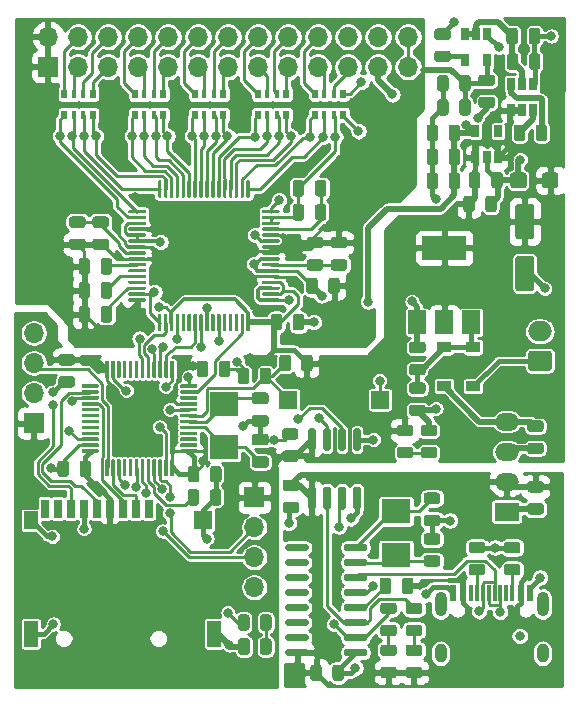
<source format=gbr>
%TF.GenerationSoftware,KiCad,Pcbnew,5.1.7-a382d34a8~88~ubuntu20.04.1*%
%TF.CreationDate,2021-01-11T19:53:58+01:00*%
%TF.ProjectId,BioElectricalSensor,42696f45-6c65-4637-9472-6963616c5365,rev?*%
%TF.SameCoordinates,Original*%
%TF.FileFunction,Copper,L1,Top*%
%TF.FilePolarity,Positive*%
%FSLAX46Y46*%
G04 Gerber Fmt 4.6, Leading zero omitted, Abs format (unit mm)*
G04 Created by KiCad (PCBNEW 5.1.7-a382d34a8~88~ubuntu20.04.1) date 2021-01-11 19:53:58*
%MOMM*%
%LPD*%
G01*
G04 APERTURE LIST*
%TA.AperFunction,SMDPad,CuDef*%
%ADD10R,0.650000X1.060000*%
%TD*%
%TA.AperFunction,SMDPad,CuDef*%
%ADD11R,1.200000X0.900000*%
%TD*%
%TA.AperFunction,SMDPad,CuDef*%
%ADD12R,2.400000X2.000000*%
%TD*%
%TA.AperFunction,SMDPad,CuDef*%
%ADD13R,0.700000X1.600000*%
%TD*%
%TA.AperFunction,SMDPad,CuDef*%
%ADD14R,1.200000X2.200000*%
%TD*%
%TA.AperFunction,SMDPad,CuDef*%
%ADD15R,1.200000X1.500000*%
%TD*%
%TA.AperFunction,SMDPad,CuDef*%
%ADD16R,1.600000X1.500000*%
%TD*%
%TA.AperFunction,ComponentPad*%
%ADD17O,2.000000X1.700000*%
%TD*%
%TA.AperFunction,SMDPad,CuDef*%
%ADD18R,1.500000X1.500000*%
%TD*%
%TA.AperFunction,ComponentPad*%
%ADD19O,1.700000X1.700000*%
%TD*%
%TA.AperFunction,ComponentPad*%
%ADD20R,1.700000X1.700000*%
%TD*%
%TA.AperFunction,SMDPad,CuDef*%
%ADD21R,0.600000X1.450000*%
%TD*%
%TA.AperFunction,SMDPad,CuDef*%
%ADD22R,0.300000X1.450000*%
%TD*%
%TA.AperFunction,ComponentPad*%
%ADD23O,1.000000X2.100000*%
%TD*%
%TA.AperFunction,ComponentPad*%
%ADD24O,1.000000X1.600000*%
%TD*%
%TA.AperFunction,SMDPad,CuDef*%
%ADD25R,0.500000X0.800000*%
%TD*%
%TA.AperFunction,SMDPad,CuDef*%
%ADD26R,0.400000X0.800000*%
%TD*%
%TA.AperFunction,SMDPad,CuDef*%
%ADD27R,1.500000X2.000000*%
%TD*%
%TA.AperFunction,SMDPad,CuDef*%
%ADD28R,3.800000X2.000000*%
%TD*%
%TA.AperFunction,ComponentPad*%
%ADD29R,2.000000X1.500000*%
%TD*%
%TA.AperFunction,ComponentPad*%
%ADD30O,2.000000X1.500000*%
%TD*%
%TA.AperFunction,ViaPad*%
%ADD31C,0.800000*%
%TD*%
%TA.AperFunction,Conductor*%
%ADD32C,0.250000*%
%TD*%
%TA.AperFunction,Conductor*%
%ADD33C,0.300000*%
%TD*%
%TA.AperFunction,Conductor*%
%ADD34C,0.400000*%
%TD*%
%TA.AperFunction,Conductor*%
%ADD35C,0.500000*%
%TD*%
%TA.AperFunction,Conductor*%
%ADD36C,0.240000*%
%TD*%
%TA.AperFunction,Conductor*%
%ADD37C,0.254000*%
%TD*%
%TA.AperFunction,Conductor*%
%ADD38C,0.100000*%
%TD*%
G04 APERTURE END LIST*
%TO.P,C15,2*%
%TO.N,GNDD*%
%TA.AperFunction,SMDPad,CuDef*%
G36*
G01*
X103640800Y-46044080D02*
X104740800Y-46044080D01*
G75*
G02*
X104990800Y-46294080I0J-250000D01*
G01*
X104990800Y-48794080D01*
G75*
G02*
X104740800Y-49044080I-250000J0D01*
G01*
X103640800Y-49044080D01*
G75*
G02*
X103390800Y-48794080I0J250000D01*
G01*
X103390800Y-46294080D01*
G75*
G02*
X103640800Y-46044080I250000J0D01*
G01*
G37*
%TD.AperFunction*%
%TO.P,C15,1*%
%TO.N,VDD*%
%TA.AperFunction,SMDPad,CuDef*%
G36*
G01*
X103640800Y-41644080D02*
X104740800Y-41644080D01*
G75*
G02*
X104990800Y-41894080I0J-250000D01*
G01*
X104990800Y-44394080D01*
G75*
G02*
X104740800Y-44644080I-250000J0D01*
G01*
X103640800Y-44644080D01*
G75*
G02*
X103390800Y-44394080I0J250000D01*
G01*
X103390800Y-41894080D01*
G75*
G02*
X103640800Y-41644080I250000J0D01*
G01*
G37*
%TD.AperFunction*%
%TD*%
%TO.P,C25,2*%
%TO.N,Net-(C25-Pad2)*%
%TA.AperFunction,SMDPad,CuDef*%
G36*
G01*
X105123160Y-36084830D02*
X105123160Y-35172330D01*
G75*
G02*
X105366910Y-34928580I243750J0D01*
G01*
X105854410Y-34928580D01*
G75*
G02*
X106098160Y-35172330I0J-243750D01*
G01*
X106098160Y-36084830D01*
G75*
G02*
X105854410Y-36328580I-243750J0D01*
G01*
X105366910Y-36328580D01*
G75*
G02*
X105123160Y-36084830I0J243750D01*
G01*
G37*
%TD.AperFunction*%
%TO.P,C25,1*%
%TO.N,Net-(C25-Pad1)*%
%TA.AperFunction,SMDPad,CuDef*%
G36*
G01*
X103248160Y-36084830D02*
X103248160Y-35172330D01*
G75*
G02*
X103491910Y-34928580I243750J0D01*
G01*
X103979410Y-34928580D01*
G75*
G02*
X104223160Y-35172330I0J-243750D01*
G01*
X104223160Y-36084830D01*
G75*
G02*
X103979410Y-36328580I-243750J0D01*
G01*
X103491910Y-36328580D01*
G75*
G02*
X103248160Y-36084830I0J243750D01*
G01*
G37*
%TD.AperFunction*%
%TD*%
%TO.P,C43,2*%
%TO.N,GNDD*%
%TA.AperFunction,SMDPad,CuDef*%
G36*
G01*
X104521660Y-27893330D02*
X104521660Y-26980830D01*
G75*
G02*
X104765410Y-26737080I243750J0D01*
G01*
X105252910Y-26737080D01*
G75*
G02*
X105496660Y-26980830I0J-243750D01*
G01*
X105496660Y-27893330D01*
G75*
G02*
X105252910Y-28137080I-243750J0D01*
G01*
X104765410Y-28137080D01*
G75*
G02*
X104521660Y-27893330I0J243750D01*
G01*
G37*
%TD.AperFunction*%
%TO.P,C43,1*%
%TO.N,/Vneg_raw*%
%TA.AperFunction,SMDPad,CuDef*%
G36*
G01*
X102646660Y-27893330D02*
X102646660Y-26980830D01*
G75*
G02*
X102890410Y-26737080I243750J0D01*
G01*
X103377910Y-26737080D01*
G75*
G02*
X103621660Y-26980830I0J-243750D01*
G01*
X103621660Y-27893330D01*
G75*
G02*
X103377910Y-28137080I-243750J0D01*
G01*
X102890410Y-28137080D01*
G75*
G02*
X102646660Y-27893330I0J243750D01*
G01*
G37*
%TD.AperFunction*%
%TD*%
%TO.P,C24,2*%
%TO.N,/Vneg_raw*%
%TA.AperFunction,SMDPad,CuDef*%
G36*
G01*
X103651660Y-29139830D02*
X103651660Y-30052330D01*
G75*
G02*
X103407910Y-30296080I-243750J0D01*
G01*
X102920410Y-30296080D01*
G75*
G02*
X102676660Y-30052330I0J243750D01*
G01*
X102676660Y-29139830D01*
G75*
G02*
X102920410Y-28896080I243750J0D01*
G01*
X103407910Y-28896080D01*
G75*
G02*
X103651660Y-29139830I0J-243750D01*
G01*
G37*
%TD.AperFunction*%
%TO.P,C24,1*%
%TO.N,GNDD*%
%TA.AperFunction,SMDPad,CuDef*%
G36*
G01*
X105526660Y-29139830D02*
X105526660Y-30052330D01*
G75*
G02*
X105282910Y-30296080I-243750J0D01*
G01*
X104795410Y-30296080D01*
G75*
G02*
X104551660Y-30052330I0J243750D01*
G01*
X104551660Y-29139830D01*
G75*
G02*
X104795410Y-28896080I243750J0D01*
G01*
X105282910Y-28896080D01*
G75*
G02*
X105526660Y-29139830I0J-243750D01*
G01*
G37*
%TD.AperFunction*%
%TD*%
D10*
%TO.P,U10,5*%
%TO.N,VDD*%
X103957160Y-33701080D03*
%TO.P,U10,6*%
%TO.N,Net-(C25-Pad1)*%
X104907160Y-33701080D03*
%TO.P,U10,4*%
%TO.N,VDD*%
X103007160Y-33701080D03*
%TO.P,U10,3*%
%TO.N,Net-(C25-Pad2)*%
X103007160Y-31501080D03*
%TO.P,U10,2*%
%TO.N,/Vneg_raw*%
X103957160Y-31501080D03*
%TO.P,U10,1*%
%TO.N,GNDD*%
X104907160Y-31501080D03*
%TD*%
D11*
%TO.P,D4,2*%
%TO.N,/5V_ISO*%
X97355660Y-57089580D03*
%TO.P,D4,1*%
%TO.N,/PWR_IN*%
X97355660Y-53789580D03*
%TD*%
D12*
%TO.P,Y2,2*%
%TO.N,/OSC_1*%
X78750160Y-58552080D03*
%TO.P,Y2,1*%
%TO.N,/OSC_0*%
X78750160Y-62252080D03*
%TD*%
D13*
%TO.P,J5,CD1*%
%TO.N,N/C*%
X63564160Y-67439080D03*
D14*
%TO.P,J5,G4*%
%TO.N,GNDD*%
X77864160Y-78039080D03*
%TO.P,J5,G3*%
X62364160Y-78039080D03*
D15*
%TO.P,J5,G2*%
X62364160Y-68439080D03*
D16*
%TO.P,J5,G1*%
X76964160Y-68439080D03*
D13*
%TO.P,J5,8*%
%TO.N,N/C*%
X64664160Y-67439080D03*
%TO.P,J5,7*%
%TO.N,/SPI2_MISO*%
X65764160Y-67439080D03*
%TO.P,J5,6*%
%TO.N,GNDD*%
X66864160Y-67439080D03*
%TO.P,J5,5*%
%TO.N,/SPI2_SCLK*%
X67964160Y-67439080D03*
%TO.P,J5,4*%
%TO.N,VDD*%
X69064160Y-67439080D03*
%TO.P,J5,3*%
%TO.N,/SPI2_MOSI*%
X70164160Y-67439080D03*
%TO.P,J5,2*%
%TO.N,/SD_CS*%
X71264160Y-67439080D03*
%TO.P,J5,1*%
%TO.N,N/C*%
X72364160Y-67439080D03*
%TD*%
D11*
%TO.P,D9,2*%
%TO.N,/BAT_IN*%
X99832160Y-57089580D03*
%TO.P,D9,1*%
%TO.N,/PWR_IN*%
X99832160Y-53789580D03*
%TD*%
%TO.P,C10,2*%
%TO.N,GNDD*%
%TA.AperFunction,SMDPad,CuDef*%
G36*
G01*
X81323160Y-59507580D02*
X82273160Y-59507580D01*
G75*
G02*
X82523160Y-59757580I0J-250000D01*
G01*
X82523160Y-60257580D01*
G75*
G02*
X82273160Y-60507580I-250000J0D01*
G01*
X81323160Y-60507580D01*
G75*
G02*
X81073160Y-60257580I0J250000D01*
G01*
X81073160Y-59757580D01*
G75*
G02*
X81323160Y-59507580I250000J0D01*
G01*
G37*
%TD.AperFunction*%
%TO.P,C10,1*%
%TO.N,/OSC_1*%
%TA.AperFunction,SMDPad,CuDef*%
G36*
G01*
X81323160Y-57607580D02*
X82273160Y-57607580D01*
G75*
G02*
X82523160Y-57857580I0J-250000D01*
G01*
X82523160Y-58357580D01*
G75*
G02*
X82273160Y-58607580I-250000J0D01*
G01*
X81323160Y-58607580D01*
G75*
G02*
X81073160Y-58357580I0J250000D01*
G01*
X81073160Y-57857580D01*
G75*
G02*
X81323160Y-57607580I250000J0D01*
G01*
G37*
%TD.AperFunction*%
%TD*%
%TO.P,C8,2*%
%TO.N,GNDD*%
%TA.AperFunction,SMDPad,CuDef*%
G36*
G01*
X82273160Y-62100080D02*
X81323160Y-62100080D01*
G75*
G02*
X81073160Y-61850080I0J250000D01*
G01*
X81073160Y-61350080D01*
G75*
G02*
X81323160Y-61100080I250000J0D01*
G01*
X82273160Y-61100080D01*
G75*
G02*
X82523160Y-61350080I0J-250000D01*
G01*
X82523160Y-61850080D01*
G75*
G02*
X82273160Y-62100080I-250000J0D01*
G01*
G37*
%TD.AperFunction*%
%TO.P,C8,1*%
%TO.N,/OSC_0*%
%TA.AperFunction,SMDPad,CuDef*%
G36*
G01*
X82273160Y-64000080D02*
X81323160Y-64000080D01*
G75*
G02*
X81073160Y-63750080I0J250000D01*
G01*
X81073160Y-63250080D01*
G75*
G02*
X81323160Y-63000080I250000J0D01*
G01*
X82273160Y-63000080D01*
G75*
G02*
X82523160Y-63250080I0J-250000D01*
G01*
X82523160Y-63750080D01*
G75*
G02*
X82273160Y-64000080I-250000J0D01*
G01*
G37*
%TD.AperFunction*%
%TD*%
D17*
%TO.P,BT1,2*%
%TO.N,GNDD*%
X105483660Y-52432580D03*
%TO.P,BT1,1*%
%TO.N,/BAT_IN*%
%TA.AperFunction,ComponentPad*%
G36*
G01*
X106233660Y-55782580D02*
X104733660Y-55782580D01*
G75*
G02*
X104483660Y-55532580I0J250000D01*
G01*
X104483660Y-54332580D01*
G75*
G02*
X104733660Y-54082580I250000J0D01*
G01*
X106233660Y-54082580D01*
G75*
G02*
X106483660Y-54332580I0J-250000D01*
G01*
X106483660Y-55532580D01*
G75*
G02*
X106233660Y-55782580I-250000J0D01*
G01*
G37*
%TD.AperFunction*%
%TD*%
%TO.P,C1,2*%
%TO.N,GND*%
%TA.AperFunction,SMDPad,CuDef*%
G36*
G01*
X87914660Y-81804830D02*
X87914660Y-80892330D01*
G75*
G02*
X88158410Y-80648580I243750J0D01*
G01*
X88645910Y-80648580D01*
G75*
G02*
X88889660Y-80892330I0J-243750D01*
G01*
X88889660Y-81804830D01*
G75*
G02*
X88645910Y-82048580I-243750J0D01*
G01*
X88158410Y-82048580D01*
G75*
G02*
X87914660Y-81804830I0J243750D01*
G01*
G37*
%TD.AperFunction*%
%TO.P,C1,1*%
%TO.N,+5V*%
%TA.AperFunction,SMDPad,CuDef*%
G36*
G01*
X86039660Y-81804830D02*
X86039660Y-80892330D01*
G75*
G02*
X86283410Y-80648580I243750J0D01*
G01*
X86770910Y-80648580D01*
G75*
G02*
X87014660Y-80892330I0J-243750D01*
G01*
X87014660Y-81804830D01*
G75*
G02*
X86770910Y-82048580I-243750J0D01*
G01*
X86283410Y-82048580D01*
G75*
G02*
X86039660Y-81804830I0J243750D01*
G01*
G37*
%TD.AperFunction*%
%TD*%
D12*
%TO.P,Y1,2*%
%TO.N,Net-(C4-Pad1)*%
X93291660Y-67679080D03*
%TO.P,Y1,1*%
%TO.N,Net-(C2-Pad1)*%
X93291660Y-71379080D03*
%TD*%
D18*
%TO.P,SW2,2*%
%TO.N,/NRST*%
X84147660Y-58234580D03*
%TO.P,SW2,1*%
%TO.N,GNDD*%
X91947660Y-58234580D03*
%TD*%
%TO.P,R13,2*%
%TO.N,Net-(D3-Pad1)*%
%TA.AperFunction,SMDPad,CuDef*%
G36*
G01*
X81743500Y-79571001D02*
X81743500Y-78670999D01*
G75*
G02*
X81993499Y-78421000I249999J0D01*
G01*
X82518501Y-78421000D01*
G75*
G02*
X82768500Y-78670999I0J-249999D01*
G01*
X82768500Y-79571001D01*
G75*
G02*
X82518501Y-79821000I-249999J0D01*
G01*
X81993499Y-79821000D01*
G75*
G02*
X81743500Y-79571001I0J249999D01*
G01*
G37*
%TD.AperFunction*%
%TO.P,R13,1*%
%TO.N,GNDD*%
%TA.AperFunction,SMDPad,CuDef*%
G36*
G01*
X79918500Y-79571001D02*
X79918500Y-78670999D01*
G75*
G02*
X80168499Y-78421000I249999J0D01*
G01*
X80693501Y-78421000D01*
G75*
G02*
X80943500Y-78670999I0J-249999D01*
G01*
X80943500Y-79571001D01*
G75*
G02*
X80693501Y-79821000I-249999J0D01*
G01*
X80168499Y-79821000D01*
G75*
G02*
X79918500Y-79571001I0J249999D01*
G01*
G37*
%TD.AperFunction*%
%TD*%
%TO.P,R12,2*%
%TO.N,VDD*%
%TA.AperFunction,SMDPad,CuDef*%
G36*
G01*
X85222660Y-55573081D02*
X85222660Y-54673079D01*
G75*
G02*
X85472659Y-54423080I249999J0D01*
G01*
X85997661Y-54423080D01*
G75*
G02*
X86247660Y-54673079I0J-249999D01*
G01*
X86247660Y-55573081D01*
G75*
G02*
X85997661Y-55823080I-249999J0D01*
G01*
X85472659Y-55823080D01*
G75*
G02*
X85222660Y-55573081I0J249999D01*
G01*
G37*
%TD.AperFunction*%
%TO.P,R12,1*%
%TO.N,/NRST*%
%TA.AperFunction,SMDPad,CuDef*%
G36*
G01*
X83397660Y-55573081D02*
X83397660Y-54673079D01*
G75*
G02*
X83647659Y-54423080I249999J0D01*
G01*
X84172661Y-54423080D01*
G75*
G02*
X84422660Y-54673079I0J-249999D01*
G01*
X84422660Y-55573081D01*
G75*
G02*
X84172661Y-55823080I-249999J0D01*
G01*
X83647659Y-55823080D01*
G75*
G02*
X83397660Y-55573081I0J249999D01*
G01*
G37*
%TD.AperFunction*%
%TD*%
D19*
%TO.P,J2,4*%
%TO.N,GNDD*%
X81290160Y-74109580D03*
%TO.P,J2,3*%
%TO.N,/I2C_SCL*%
X81290160Y-71569580D03*
%TO.P,J2,2*%
%TO.N,/I2C_SDA*%
X81290160Y-69029580D03*
D20*
%TO.P,J2,1*%
%TO.N,VDD*%
X81290160Y-66489580D03*
%TD*%
%TO.P,D3,2*%
%TO.N,Net-(D3-Pad2)*%
%TA.AperFunction,SMDPad,CuDef*%
G36*
G01*
X80893500Y-76632750D02*
X80893500Y-77545250D01*
G75*
G02*
X80649750Y-77789000I-243750J0D01*
G01*
X80162250Y-77789000D01*
G75*
G02*
X79918500Y-77545250I0J243750D01*
G01*
X79918500Y-76632750D01*
G75*
G02*
X80162250Y-76389000I243750J0D01*
G01*
X80649750Y-76389000D01*
G75*
G02*
X80893500Y-76632750I0J-243750D01*
G01*
G37*
%TD.AperFunction*%
%TO.P,D3,1*%
%TO.N,Net-(D3-Pad1)*%
%TA.AperFunction,SMDPad,CuDef*%
G36*
G01*
X82768500Y-76632750D02*
X82768500Y-77545250D01*
G75*
G02*
X82524750Y-77789000I-243750J0D01*
G01*
X82037250Y-77789000D01*
G75*
G02*
X81793500Y-77545250I0J243750D01*
G01*
X81793500Y-76632750D01*
G75*
G02*
X82037250Y-76389000I243750J0D01*
G01*
X82524750Y-76389000D01*
G75*
G02*
X82768500Y-76632750I0J-243750D01*
G01*
G37*
%TD.AperFunction*%
%TD*%
%TO.P,R5,2*%
%TO.N,Net-(R5-Pad2)*%
%TA.AperFunction,SMDPad,CuDef*%
G36*
G01*
X76634160Y-66033330D02*
X76634160Y-66945830D01*
G75*
G02*
X76390410Y-67189580I-243750J0D01*
G01*
X75902910Y-67189580D01*
G75*
G02*
X75659160Y-66945830I0J243750D01*
G01*
X75659160Y-66033330D01*
G75*
G02*
X75902910Y-65789580I243750J0D01*
G01*
X76390410Y-65789580D01*
G75*
G02*
X76634160Y-66033330I0J-243750D01*
G01*
G37*
%TD.AperFunction*%
%TO.P,R5,1*%
%TO.N,GNDD*%
%TA.AperFunction,SMDPad,CuDef*%
G36*
G01*
X78509160Y-66033330D02*
X78509160Y-66945830D01*
G75*
G02*
X78265410Y-67189580I-243750J0D01*
G01*
X77777910Y-67189580D01*
G75*
G02*
X77534160Y-66945830I0J243750D01*
G01*
X77534160Y-66033330D01*
G75*
G02*
X77777910Y-65789580I243750J0D01*
G01*
X78265410Y-65789580D01*
G75*
G02*
X78509160Y-66033330I0J-243750D01*
G01*
G37*
%TD.AperFunction*%
%TD*%
%TO.P,C20,2*%
%TO.N,GNDD*%
%TA.AperFunction,SMDPad,CuDef*%
G36*
G01*
X104352320Y-39224399D02*
X104352320Y-40074401D01*
G75*
G02*
X104102321Y-40324400I-249999J0D01*
G01*
X103202319Y-40324400D01*
G75*
G02*
X102952320Y-40074401I0J249999D01*
G01*
X102952320Y-39224399D01*
G75*
G02*
X103202319Y-38974400I249999J0D01*
G01*
X104102321Y-38974400D01*
G75*
G02*
X104352320Y-39224399I0J-249999D01*
G01*
G37*
%TD.AperFunction*%
%TO.P,C20,1*%
%TO.N,VDD*%
%TA.AperFunction,SMDPad,CuDef*%
G36*
G01*
X107052320Y-39224399D02*
X107052320Y-40074401D01*
G75*
G02*
X106802321Y-40324400I-249999J0D01*
G01*
X105902319Y-40324400D01*
G75*
G02*
X105652320Y-40074401I0J249999D01*
G01*
X105652320Y-39224399D01*
G75*
G02*
X105902319Y-38974400I249999J0D01*
G01*
X106802321Y-38974400D01*
G75*
G02*
X107052320Y-39224399I0J-249999D01*
G01*
G37*
%TD.AperFunction*%
%TD*%
%TO.P,C17,2*%
%TO.N,GNDD*%
%TA.AperFunction,SMDPad,CuDef*%
G36*
G01*
X94646430Y-58636320D02*
X95558930Y-58636320D01*
G75*
G02*
X95802680Y-58880070I0J-243750D01*
G01*
X95802680Y-59367570D01*
G75*
G02*
X95558930Y-59611320I-243750J0D01*
G01*
X94646430Y-59611320D01*
G75*
G02*
X94402680Y-59367570I0J243750D01*
G01*
X94402680Y-58880070D01*
G75*
G02*
X94646430Y-58636320I243750J0D01*
G01*
G37*
%TD.AperFunction*%
%TO.P,C17,1*%
%TO.N,/PWR_IN*%
%TA.AperFunction,SMDPad,CuDef*%
G36*
G01*
X94646430Y-56761320D02*
X95558930Y-56761320D01*
G75*
G02*
X95802680Y-57005070I0J-243750D01*
G01*
X95802680Y-57492570D01*
G75*
G02*
X95558930Y-57736320I-243750J0D01*
G01*
X94646430Y-57736320D01*
G75*
G02*
X94402680Y-57492570I0J243750D01*
G01*
X94402680Y-57005070D01*
G75*
G02*
X94646430Y-56761320I243750J0D01*
G01*
G37*
%TD.AperFunction*%
%TD*%
%TO.P,C49,2*%
%TO.N,GNDD*%
%TA.AperFunction,SMDPad,CuDef*%
G36*
G01*
X104638790Y-61857040D02*
X105551290Y-61857040D01*
G75*
G02*
X105795040Y-62100790I0J-243750D01*
G01*
X105795040Y-62588290D01*
G75*
G02*
X105551290Y-62832040I-243750J0D01*
G01*
X104638790Y-62832040D01*
G75*
G02*
X104395040Y-62588290I0J243750D01*
G01*
X104395040Y-62100790D01*
G75*
G02*
X104638790Y-61857040I243750J0D01*
G01*
G37*
%TD.AperFunction*%
%TO.P,C49,1*%
%TO.N,/5V_ISO*%
%TA.AperFunction,SMDPad,CuDef*%
G36*
G01*
X104638790Y-59982040D02*
X105551290Y-59982040D01*
G75*
G02*
X105795040Y-60225790I0J-243750D01*
G01*
X105795040Y-60713290D01*
G75*
G02*
X105551290Y-60957040I-243750J0D01*
G01*
X104638790Y-60957040D01*
G75*
G02*
X104395040Y-60713290I0J243750D01*
G01*
X104395040Y-60225790D01*
G75*
G02*
X104638790Y-59982040I243750J0D01*
G01*
G37*
%TD.AperFunction*%
%TD*%
%TO.P,C48,2*%
%TO.N,GND*%
%TA.AperFunction,SMDPad,CuDef*%
G36*
G01*
X104654030Y-66982760D02*
X105566530Y-66982760D01*
G75*
G02*
X105810280Y-67226510I0J-243750D01*
G01*
X105810280Y-67714010D01*
G75*
G02*
X105566530Y-67957760I-243750J0D01*
G01*
X104654030Y-67957760D01*
G75*
G02*
X104410280Y-67714010I0J243750D01*
G01*
X104410280Y-67226510D01*
G75*
G02*
X104654030Y-66982760I243750J0D01*
G01*
G37*
%TD.AperFunction*%
%TO.P,C48,1*%
%TO.N,+5V*%
%TA.AperFunction,SMDPad,CuDef*%
G36*
G01*
X104654030Y-65107760D02*
X105566530Y-65107760D01*
G75*
G02*
X105810280Y-65351510I0J-243750D01*
G01*
X105810280Y-65839010D01*
G75*
G02*
X105566530Y-66082760I-243750J0D01*
G01*
X104654030Y-66082760D01*
G75*
G02*
X104410280Y-65839010I0J243750D01*
G01*
X104410280Y-65351510D01*
G75*
G02*
X104654030Y-65107760I243750J0D01*
G01*
G37*
%TD.AperFunction*%
%TD*%
%TO.P,R11,2*%
%TO.N,GND*%
%TA.AperFunction,SMDPad,CuDef*%
G36*
G01*
X103590410Y-71231580D02*
X102677910Y-71231580D01*
G75*
G02*
X102434160Y-70987830I0J243750D01*
G01*
X102434160Y-70500330D01*
G75*
G02*
X102677910Y-70256580I243750J0D01*
G01*
X103590410Y-70256580D01*
G75*
G02*
X103834160Y-70500330I0J-243750D01*
G01*
X103834160Y-70987830D01*
G75*
G02*
X103590410Y-71231580I-243750J0D01*
G01*
G37*
%TD.AperFunction*%
%TO.P,R11,1*%
%TO.N,Net-(P1-PadB5)*%
%TA.AperFunction,SMDPad,CuDef*%
G36*
G01*
X103590410Y-73106580D02*
X102677910Y-73106580D01*
G75*
G02*
X102434160Y-72862830I0J243750D01*
G01*
X102434160Y-72375330D01*
G75*
G02*
X102677910Y-72131580I243750J0D01*
G01*
X103590410Y-72131580D01*
G75*
G02*
X103834160Y-72375330I0J-243750D01*
G01*
X103834160Y-72862830D01*
G75*
G02*
X103590410Y-73106580I-243750J0D01*
G01*
G37*
%TD.AperFunction*%
%TD*%
%TO.P,R10,2*%
%TO.N,GND*%
%TA.AperFunction,SMDPad,CuDef*%
G36*
G01*
X100605910Y-71231580D02*
X99693410Y-71231580D01*
G75*
G02*
X99449660Y-70987830I0J243750D01*
G01*
X99449660Y-70500330D01*
G75*
G02*
X99693410Y-70256580I243750J0D01*
G01*
X100605910Y-70256580D01*
G75*
G02*
X100849660Y-70500330I0J-243750D01*
G01*
X100849660Y-70987830D01*
G75*
G02*
X100605910Y-71231580I-243750J0D01*
G01*
G37*
%TD.AperFunction*%
%TO.P,R10,1*%
%TO.N,Net-(P1-PadA5)*%
%TA.AperFunction,SMDPad,CuDef*%
G36*
G01*
X100605910Y-73106580D02*
X99693410Y-73106580D01*
G75*
G02*
X99449660Y-72862830I0J243750D01*
G01*
X99449660Y-72375330D01*
G75*
G02*
X99693410Y-72131580I243750J0D01*
G01*
X100605910Y-72131580D01*
G75*
G02*
X100849660Y-72375330I0J-243750D01*
G01*
X100849660Y-72862830D01*
G75*
G02*
X100605910Y-73106580I-243750J0D01*
G01*
G37*
%TD.AperFunction*%
%TD*%
D21*
%TO.P,P1,B1*%
%TO.N,GND*%
X104641660Y-74617580D03*
%TO.P,P1,A9*%
%TO.N,+5V*%
X103841660Y-74617580D03*
%TO.P,P1,B9*%
X98941660Y-74617580D03*
%TO.P,P1,B12*%
%TO.N,GND*%
X98141660Y-74617580D03*
%TO.P,P1,A1*%
X98141660Y-74617580D03*
%TO.P,P1,A4*%
%TO.N,+5V*%
X98941660Y-74617580D03*
%TO.P,P1,B4*%
X103841660Y-74617580D03*
%TO.P,P1,A12*%
%TO.N,GND*%
X104641660Y-74617580D03*
D22*
%TO.P,P1,B8*%
%TO.N,N/C*%
X99641660Y-74617580D03*
%TO.P,P1,A5*%
%TO.N,Net-(P1-PadA5)*%
X100141660Y-74617580D03*
%TO.P,P1,B7*%
%TO.N,/USB_DM*%
X100641660Y-74617580D03*
%TO.P,P1,A7*%
X101641660Y-74617580D03*
%TO.P,P1,B6*%
%TO.N,/USB_DP*%
X102141660Y-74617580D03*
%TO.P,P1,A8*%
%TO.N,N/C*%
X102641660Y-74617580D03*
%TO.P,P1,B5*%
%TO.N,Net-(P1-PadB5)*%
X103141660Y-74617580D03*
%TO.P,P1,A6*%
%TO.N,/USB_DP*%
X101141660Y-74617580D03*
D23*
%TO.P,P1,S1*%
%TO.N,Net-(P1-PadS1)*%
X105711660Y-75532580D03*
X97071660Y-75532580D03*
D24*
X97071660Y-79712580D03*
X105711660Y-79712580D03*
%TD*%
D25*
%TO.P,RN2,5*%
%TO.N,/IN_6P*%
X81607660Y-34126580D03*
D26*
%TO.P,RN2,6*%
%TO.N,/IN_6N*%
X82407660Y-34126580D03*
D25*
%TO.P,RN2,8*%
%TO.N,/IN_7N*%
X84007660Y-34126580D03*
D26*
%TO.P,RN2,7*%
%TO.N,/IN_7P*%
X83207660Y-34126580D03*
D25*
%TO.P,RN2,4*%
%TO.N,/6P*%
X81607660Y-32326580D03*
D26*
%TO.P,RN2,2*%
%TO.N,/7P*%
X83207660Y-32326580D03*
%TO.P,RN2,3*%
%TO.N,/6N*%
X82407660Y-32326580D03*
D25*
%TO.P,RN2,1*%
%TO.N,/7N*%
X84007660Y-32326580D03*
%TD*%
%TO.P,RN3,5*%
%TO.N,/IN_4P*%
X76273660Y-34126580D03*
D26*
%TO.P,RN3,6*%
%TO.N,/IN_4N*%
X77073660Y-34126580D03*
D25*
%TO.P,RN3,8*%
%TO.N,/IN_5N*%
X78673660Y-34126580D03*
D26*
%TO.P,RN3,7*%
%TO.N,/IN_5P*%
X77873660Y-34126580D03*
D25*
%TO.P,RN3,4*%
%TO.N,/4P*%
X76273660Y-32326580D03*
D26*
%TO.P,RN3,2*%
%TO.N,/5P*%
X77873660Y-32326580D03*
%TO.P,RN3,3*%
%TO.N,/4N*%
X77073660Y-32326580D03*
D25*
%TO.P,RN3,1*%
%TO.N,/5N*%
X78673660Y-32326580D03*
%TD*%
%TO.P,RN1,5*%
%TO.N,/IN_8P*%
X86433660Y-34104580D03*
D26*
%TO.P,RN1,6*%
%TO.N,/IN_8N*%
X87233660Y-34104580D03*
D25*
%TO.P,RN1,8*%
%TO.N,GNDD*%
X88833660Y-34104580D03*
D26*
%TO.P,RN1,7*%
%TO.N,/IN_RLD_DRV*%
X88033660Y-34104580D03*
D25*
%TO.P,RN1,4*%
%TO.N,/8P*%
X86433660Y-32304580D03*
D26*
%TO.P,RN1,2*%
%TO.N,/RLD_DRV*%
X88033660Y-32304580D03*
%TO.P,RN1,3*%
%TO.N,/8N*%
X87233660Y-32304580D03*
D25*
%TO.P,RN1,1*%
%TO.N,GNDD*%
X88833660Y-32304580D03*
%TD*%
%TO.P,RN4,5*%
%TO.N,/IN_2P*%
X71193660Y-34126580D03*
D26*
%TO.P,RN4,6*%
%TO.N,/IN_2N*%
X71993660Y-34126580D03*
D25*
%TO.P,RN4,8*%
%TO.N,/IN_3N*%
X73593660Y-34126580D03*
D26*
%TO.P,RN4,7*%
%TO.N,/IN_3P*%
X72793660Y-34126580D03*
D25*
%TO.P,RN4,4*%
%TO.N,/2P*%
X71193660Y-32326580D03*
D26*
%TO.P,RN4,2*%
%TO.N,/3P*%
X72793660Y-32326580D03*
%TO.P,RN4,3*%
%TO.N,/2N*%
X71993660Y-32326580D03*
D25*
%TO.P,RN4,1*%
%TO.N,/3N*%
X73593660Y-32326580D03*
%TD*%
%TO.P,RN5,5*%
%TO.N,/IN_TESTP2*%
X65224660Y-34126580D03*
D26*
%TO.P,RN5,6*%
%TO.N,/IN_TESTP1*%
X66024660Y-34126580D03*
D25*
%TO.P,RN5,8*%
%TO.N,/IN_1N*%
X67624660Y-34126580D03*
D26*
%TO.P,RN5,7*%
%TO.N,/IN_1P*%
X66824660Y-34126580D03*
D25*
%TO.P,RN5,4*%
%TO.N,/TESTP2*%
X65224660Y-32326580D03*
D26*
%TO.P,RN5,2*%
%TO.N,/1P*%
X66824660Y-32326580D03*
%TO.P,RN5,3*%
%TO.N,/TESTP1*%
X66024660Y-32326580D03*
D25*
%TO.P,RN5,1*%
%TO.N,/1N*%
X67624660Y-32326580D03*
%TD*%
%TO.P,C39,2*%
%TO.N,VSSA*%
%TA.AperFunction,SMDPad,CuDef*%
G36*
G01*
X67393160Y-48507330D02*
X67393160Y-49419830D01*
G75*
G02*
X67149410Y-49663580I-243750J0D01*
G01*
X66661910Y-49663580D01*
G75*
G02*
X66418160Y-49419830I0J243750D01*
G01*
X66418160Y-48507330D01*
G75*
G02*
X66661910Y-48263580I243750J0D01*
G01*
X67149410Y-48263580D01*
G75*
G02*
X67393160Y-48507330I0J-243750D01*
G01*
G37*
%TD.AperFunction*%
%TO.P,C39,1*%
%TO.N,/VCAP1*%
%TA.AperFunction,SMDPad,CuDef*%
G36*
G01*
X69268160Y-48507330D02*
X69268160Y-49419830D01*
G75*
G02*
X69024410Y-49663580I-243750J0D01*
G01*
X68536910Y-49663580D01*
G75*
G02*
X68293160Y-49419830I0J243750D01*
G01*
X68293160Y-48507330D01*
G75*
G02*
X68536910Y-48263580I243750J0D01*
G01*
X69024410Y-48263580D01*
G75*
G02*
X69268160Y-48507330I0J-243750D01*
G01*
G37*
%TD.AperFunction*%
%TD*%
D10*
%TO.P,U15,5*%
%TO.N,VSSA*%
X101038660Y-29446580D03*
%TO.P,U15,4*%
%TO.N,Net-(C44-Pad1)*%
X99138660Y-29446580D03*
%TO.P,U15,3*%
%TO.N,/Vneg_raw*%
X99138660Y-27246580D03*
%TO.P,U15,2*%
X100088660Y-27246580D03*
%TO.P,U15,1*%
%TO.N,GNDD*%
X101038660Y-27246580D03*
%TD*%
%TO.P,U11,5*%
%TO.N,VDDA*%
X100025160Y-35481080D03*
%TO.P,U11,4*%
%TO.N,N/C*%
X101925160Y-35481080D03*
%TO.P,U11,3*%
%TO.N,VDD*%
X101925160Y-37681080D03*
%TO.P,U11,2*%
%TO.N,GNDD*%
X100975160Y-37681080D03*
%TO.P,U11,1*%
%TO.N,VDD*%
X100025160Y-37681080D03*
%TD*%
%TO.P,U8,64*%
%TO.N,Net-(C47-Pad2)*%
%TA.AperFunction,SMDPad,CuDef*%
G36*
G01*
X82035660Y-42142580D02*
X83360660Y-42142580D01*
G75*
G02*
X83435660Y-42217580I0J-75000D01*
G01*
X83435660Y-42367580D01*
G75*
G02*
X83360660Y-42442580I-75000J0D01*
G01*
X82035660Y-42442580D01*
G75*
G02*
X81960660Y-42367580I0J75000D01*
G01*
X81960660Y-42217580D01*
G75*
G02*
X82035660Y-42142580I75000J0D01*
G01*
G37*
%TD.AperFunction*%
%TO.P,U8,63*%
%TO.N,/IN_RLD_DRV*%
%TA.AperFunction,SMDPad,CuDef*%
G36*
G01*
X82035660Y-42642580D02*
X83360660Y-42642580D01*
G75*
G02*
X83435660Y-42717580I0J-75000D01*
G01*
X83435660Y-42867580D01*
G75*
G02*
X83360660Y-42942580I-75000J0D01*
G01*
X82035660Y-42942580D01*
G75*
G02*
X81960660Y-42867580I0J75000D01*
G01*
X81960660Y-42717580D01*
G75*
G02*
X82035660Y-42642580I75000J0D01*
G01*
G37*
%TD.AperFunction*%
%TO.P,U8,62*%
%TA.AperFunction,SMDPad,CuDef*%
G36*
G01*
X82035660Y-43142580D02*
X83360660Y-43142580D01*
G75*
G02*
X83435660Y-43217580I0J-75000D01*
G01*
X83435660Y-43367580D01*
G75*
G02*
X83360660Y-43442580I-75000J0D01*
G01*
X82035660Y-43442580D01*
G75*
G02*
X81960660Y-43367580I0J75000D01*
G01*
X81960660Y-43217580D01*
G75*
G02*
X82035660Y-43142580I75000J0D01*
G01*
G37*
%TD.AperFunction*%
%TO.P,U8,61*%
%TO.N,Net-(C23-Pad1)*%
%TA.AperFunction,SMDPad,CuDef*%
G36*
G01*
X82035660Y-43642580D02*
X83360660Y-43642580D01*
G75*
G02*
X83435660Y-43717580I0J-75000D01*
G01*
X83435660Y-43867580D01*
G75*
G02*
X83360660Y-43942580I-75000J0D01*
G01*
X82035660Y-43942580D01*
G75*
G02*
X81960660Y-43867580I0J75000D01*
G01*
X81960660Y-43717580D01*
G75*
G02*
X82035660Y-43642580I75000J0D01*
G01*
G37*
%TD.AperFunction*%
%TO.P,U8,60*%
%TO.N,VSSA*%
%TA.AperFunction,SMDPad,CuDef*%
G36*
G01*
X82035660Y-44142580D02*
X83360660Y-44142580D01*
G75*
G02*
X83435660Y-44217580I0J-75000D01*
G01*
X83435660Y-44367580D01*
G75*
G02*
X83360660Y-44442580I-75000J0D01*
G01*
X82035660Y-44442580D01*
G75*
G02*
X81960660Y-44367580I0J75000D01*
G01*
X81960660Y-44217580D01*
G75*
G02*
X82035660Y-44142580I75000J0D01*
G01*
G37*
%TD.AperFunction*%
%TO.P,U8,59*%
%TO.N,VDDA*%
%TA.AperFunction,SMDPad,CuDef*%
G36*
G01*
X82035660Y-44642580D02*
X83360660Y-44642580D01*
G75*
G02*
X83435660Y-44717580I0J-75000D01*
G01*
X83435660Y-44867580D01*
G75*
G02*
X83360660Y-44942580I-75000J0D01*
G01*
X82035660Y-44942580D01*
G75*
G02*
X81960660Y-44867580I0J75000D01*
G01*
X81960660Y-44717580D01*
G75*
G02*
X82035660Y-44642580I75000J0D01*
G01*
G37*
%TD.AperFunction*%
%TO.P,U8,58*%
%TO.N,VSSA*%
%TA.AperFunction,SMDPad,CuDef*%
G36*
G01*
X82035660Y-45142580D02*
X83360660Y-45142580D01*
G75*
G02*
X83435660Y-45217580I0J-75000D01*
G01*
X83435660Y-45367580D01*
G75*
G02*
X83360660Y-45442580I-75000J0D01*
G01*
X82035660Y-45442580D01*
G75*
G02*
X81960660Y-45367580I0J75000D01*
G01*
X81960660Y-45217580D01*
G75*
G02*
X82035660Y-45142580I75000J0D01*
G01*
G37*
%TD.AperFunction*%
%TO.P,U8,57*%
%TA.AperFunction,SMDPad,CuDef*%
G36*
G01*
X82035660Y-45642580D02*
X83360660Y-45642580D01*
G75*
G02*
X83435660Y-45717580I0J-75000D01*
G01*
X83435660Y-45867580D01*
G75*
G02*
X83360660Y-45942580I-75000J0D01*
G01*
X82035660Y-45942580D01*
G75*
G02*
X81960660Y-45867580I0J75000D01*
G01*
X81960660Y-45717580D01*
G75*
G02*
X82035660Y-45642580I75000J0D01*
G01*
G37*
%TD.AperFunction*%
%TO.P,U8,56*%
%TO.N,VDDA*%
%TA.AperFunction,SMDPad,CuDef*%
G36*
G01*
X82035660Y-46142580D02*
X83360660Y-46142580D01*
G75*
G02*
X83435660Y-46217580I0J-75000D01*
G01*
X83435660Y-46367580D01*
G75*
G02*
X83360660Y-46442580I-75000J0D01*
G01*
X82035660Y-46442580D01*
G75*
G02*
X81960660Y-46367580I0J75000D01*
G01*
X81960660Y-46217580D01*
G75*
G02*
X82035660Y-46142580I75000J0D01*
G01*
G37*
%TD.AperFunction*%
%TO.P,U8,55*%
%TO.N,/VCAP3*%
%TA.AperFunction,SMDPad,CuDef*%
G36*
G01*
X82035660Y-46642580D02*
X83360660Y-46642580D01*
G75*
G02*
X83435660Y-46717580I0J-75000D01*
G01*
X83435660Y-46867580D01*
G75*
G02*
X83360660Y-46942580I-75000J0D01*
G01*
X82035660Y-46942580D01*
G75*
G02*
X81960660Y-46867580I0J75000D01*
G01*
X81960660Y-46717580D01*
G75*
G02*
X82035660Y-46642580I75000J0D01*
G01*
G37*
%TD.AperFunction*%
%TO.P,U8,54*%
%TO.N,VDDA*%
%TA.AperFunction,SMDPad,CuDef*%
G36*
G01*
X82035660Y-47142580D02*
X83360660Y-47142580D01*
G75*
G02*
X83435660Y-47217580I0J-75000D01*
G01*
X83435660Y-47367580D01*
G75*
G02*
X83360660Y-47442580I-75000J0D01*
G01*
X82035660Y-47442580D01*
G75*
G02*
X81960660Y-47367580I0J75000D01*
G01*
X81960660Y-47217580D01*
G75*
G02*
X82035660Y-47142580I75000J0D01*
G01*
G37*
%TD.AperFunction*%
%TO.P,U8,53*%
%TO.N,VSSA*%
%TA.AperFunction,SMDPad,CuDef*%
G36*
G01*
X82035660Y-47642580D02*
X83360660Y-47642580D01*
G75*
G02*
X83435660Y-47717580I0J-75000D01*
G01*
X83435660Y-47867580D01*
G75*
G02*
X83360660Y-47942580I-75000J0D01*
G01*
X82035660Y-47942580D01*
G75*
G02*
X81960660Y-47867580I0J75000D01*
G01*
X81960660Y-47717580D01*
G75*
G02*
X82035660Y-47642580I75000J0D01*
G01*
G37*
%TD.AperFunction*%
%TO.P,U8,52*%
%TO.N,VDD*%
%TA.AperFunction,SMDPad,CuDef*%
G36*
G01*
X82035660Y-48142580D02*
X83360660Y-48142580D01*
G75*
G02*
X83435660Y-48217580I0J-75000D01*
G01*
X83435660Y-48367580D01*
G75*
G02*
X83360660Y-48442580I-75000J0D01*
G01*
X82035660Y-48442580D01*
G75*
G02*
X81960660Y-48367580I0J75000D01*
G01*
X81960660Y-48217580D01*
G75*
G02*
X82035660Y-48142580I75000J0D01*
G01*
G37*
%TD.AperFunction*%
%TO.P,U8,51*%
%TO.N,GNDD*%
%TA.AperFunction,SMDPad,CuDef*%
G36*
G01*
X82035660Y-48642580D02*
X83360660Y-48642580D01*
G75*
G02*
X83435660Y-48717580I0J-75000D01*
G01*
X83435660Y-48867580D01*
G75*
G02*
X83360660Y-48942580I-75000J0D01*
G01*
X82035660Y-48942580D01*
G75*
G02*
X81960660Y-48867580I0J75000D01*
G01*
X81960660Y-48717580D01*
G75*
G02*
X82035660Y-48642580I75000J0D01*
G01*
G37*
%TD.AperFunction*%
%TO.P,U8,50*%
%TO.N,VDD*%
%TA.AperFunction,SMDPad,CuDef*%
G36*
G01*
X82035660Y-49142580D02*
X83360660Y-49142580D01*
G75*
G02*
X83435660Y-49217580I0J-75000D01*
G01*
X83435660Y-49367580D01*
G75*
G02*
X83360660Y-49442580I-75000J0D01*
G01*
X82035660Y-49442580D01*
G75*
G02*
X81960660Y-49367580I0J75000D01*
G01*
X81960660Y-49217580D01*
G75*
G02*
X82035660Y-49142580I75000J0D01*
G01*
G37*
%TD.AperFunction*%
%TO.P,U8,49*%
%TO.N,GNDD*%
%TA.AperFunction,SMDPad,CuDef*%
G36*
G01*
X82035660Y-49642580D02*
X83360660Y-49642580D01*
G75*
G02*
X83435660Y-49717580I0J-75000D01*
G01*
X83435660Y-49867580D01*
G75*
G02*
X83360660Y-49942580I-75000J0D01*
G01*
X82035660Y-49942580D01*
G75*
G02*
X81960660Y-49867580I0J75000D01*
G01*
X81960660Y-49717580D01*
G75*
G02*
X82035660Y-49642580I75000J0D01*
G01*
G37*
%TD.AperFunction*%
%TO.P,U8,48*%
%TO.N,VDD*%
%TA.AperFunction,SMDPad,CuDef*%
G36*
G01*
X80710660Y-50967580D02*
X80860660Y-50967580D01*
G75*
G02*
X80935660Y-51042580I0J-75000D01*
G01*
X80935660Y-52367580D01*
G75*
G02*
X80860660Y-52442580I-75000J0D01*
G01*
X80710660Y-52442580D01*
G75*
G02*
X80635660Y-52367580I0J75000D01*
G01*
X80635660Y-51042580D01*
G75*
G02*
X80710660Y-50967580I75000J0D01*
G01*
G37*
%TD.AperFunction*%
%TO.P,U8,47*%
%TO.N,/FE_DRDY*%
%TA.AperFunction,SMDPad,CuDef*%
G36*
G01*
X80210660Y-50967580D02*
X80360660Y-50967580D01*
G75*
G02*
X80435660Y-51042580I0J-75000D01*
G01*
X80435660Y-52367580D01*
G75*
G02*
X80360660Y-52442580I-75000J0D01*
G01*
X80210660Y-52442580D01*
G75*
G02*
X80135660Y-52367580I0J75000D01*
G01*
X80135660Y-51042580D01*
G75*
G02*
X80210660Y-50967580I75000J0D01*
G01*
G37*
%TD.AperFunction*%
%TO.P,U8,46*%
%TO.N,N/C*%
%TA.AperFunction,SMDPad,CuDef*%
G36*
G01*
X79710660Y-50967580D02*
X79860660Y-50967580D01*
G75*
G02*
X79935660Y-51042580I0J-75000D01*
G01*
X79935660Y-52367580D01*
G75*
G02*
X79860660Y-52442580I-75000J0D01*
G01*
X79710660Y-52442580D01*
G75*
G02*
X79635660Y-52367580I0J75000D01*
G01*
X79635660Y-51042580D01*
G75*
G02*
X79710660Y-50967580I75000J0D01*
G01*
G37*
%TD.AperFunction*%
%TO.P,U8,45*%
%TA.AperFunction,SMDPad,CuDef*%
G36*
G01*
X79210660Y-50967580D02*
X79360660Y-50967580D01*
G75*
G02*
X79435660Y-51042580I0J-75000D01*
G01*
X79435660Y-52367580D01*
G75*
G02*
X79360660Y-52442580I-75000J0D01*
G01*
X79210660Y-52442580D01*
G75*
G02*
X79135660Y-52367580I0J75000D01*
G01*
X79135660Y-51042580D01*
G75*
G02*
X79210660Y-50967580I75000J0D01*
G01*
G37*
%TD.AperFunction*%
%TO.P,U8,44*%
%TA.AperFunction,SMDPad,CuDef*%
G36*
G01*
X78710660Y-50967580D02*
X78860660Y-50967580D01*
G75*
G02*
X78935660Y-51042580I0J-75000D01*
G01*
X78935660Y-52367580D01*
G75*
G02*
X78860660Y-52442580I-75000J0D01*
G01*
X78710660Y-52442580D01*
G75*
G02*
X78635660Y-52367580I0J75000D01*
G01*
X78635660Y-51042580D01*
G75*
G02*
X78710660Y-50967580I75000J0D01*
G01*
G37*
%TD.AperFunction*%
%TO.P,U8,43*%
%TO.N,/SPI1_MISO*%
%TA.AperFunction,SMDPad,CuDef*%
G36*
G01*
X78210660Y-50967580D02*
X78360660Y-50967580D01*
G75*
G02*
X78435660Y-51042580I0J-75000D01*
G01*
X78435660Y-52367580D01*
G75*
G02*
X78360660Y-52442580I-75000J0D01*
G01*
X78210660Y-52442580D01*
G75*
G02*
X78135660Y-52367580I0J75000D01*
G01*
X78135660Y-51042580D01*
G75*
G02*
X78210660Y-50967580I75000J0D01*
G01*
G37*
%TD.AperFunction*%
%TO.P,U8,42*%
%TO.N,N/C*%
%TA.AperFunction,SMDPad,CuDef*%
G36*
G01*
X77710660Y-50967580D02*
X77860660Y-50967580D01*
G75*
G02*
X77935660Y-51042580I0J-75000D01*
G01*
X77935660Y-52367580D01*
G75*
G02*
X77860660Y-52442580I-75000J0D01*
G01*
X77710660Y-52442580D01*
G75*
G02*
X77635660Y-52367580I0J75000D01*
G01*
X77635660Y-51042580D01*
G75*
G02*
X77710660Y-50967580I75000J0D01*
G01*
G37*
%TD.AperFunction*%
%TO.P,U8,41*%
%TO.N,GNDD*%
%TA.AperFunction,SMDPad,CuDef*%
G36*
G01*
X77210660Y-50967580D02*
X77360660Y-50967580D01*
G75*
G02*
X77435660Y-51042580I0J-75000D01*
G01*
X77435660Y-52367580D01*
G75*
G02*
X77360660Y-52442580I-75000J0D01*
G01*
X77210660Y-52442580D01*
G75*
G02*
X77135660Y-52367580I0J75000D01*
G01*
X77135660Y-51042580D01*
G75*
G02*
X77210660Y-50967580I75000J0D01*
G01*
G37*
%TD.AperFunction*%
%TO.P,U8,40*%
%TO.N,/SPI1_SCLK*%
%TA.AperFunction,SMDPad,CuDef*%
G36*
G01*
X76710660Y-50967580D02*
X76860660Y-50967580D01*
G75*
G02*
X76935660Y-51042580I0J-75000D01*
G01*
X76935660Y-52367580D01*
G75*
G02*
X76860660Y-52442580I-75000J0D01*
G01*
X76710660Y-52442580D01*
G75*
G02*
X76635660Y-52367580I0J75000D01*
G01*
X76635660Y-51042580D01*
G75*
G02*
X76710660Y-50967580I75000J0D01*
G01*
G37*
%TD.AperFunction*%
%TO.P,U8,39*%
%TO.N,/FE_CS*%
%TA.AperFunction,SMDPad,CuDef*%
G36*
G01*
X76210660Y-50967580D02*
X76360660Y-50967580D01*
G75*
G02*
X76435660Y-51042580I0J-75000D01*
G01*
X76435660Y-52367580D01*
G75*
G02*
X76360660Y-52442580I-75000J0D01*
G01*
X76210660Y-52442580D01*
G75*
G02*
X76135660Y-52367580I0J75000D01*
G01*
X76135660Y-51042580D01*
G75*
G02*
X76210660Y-50967580I75000J0D01*
G01*
G37*
%TD.AperFunction*%
%TO.P,U8,38*%
%TO.N,N/C*%
%TA.AperFunction,SMDPad,CuDef*%
G36*
G01*
X75710660Y-50967580D02*
X75860660Y-50967580D01*
G75*
G02*
X75935660Y-51042580I0J-75000D01*
G01*
X75935660Y-52367580D01*
G75*
G02*
X75860660Y-52442580I-75000J0D01*
G01*
X75710660Y-52442580D01*
G75*
G02*
X75635660Y-52367580I0J75000D01*
G01*
X75635660Y-51042580D01*
G75*
G02*
X75710660Y-50967580I75000J0D01*
G01*
G37*
%TD.AperFunction*%
%TO.P,U8,37*%
%TA.AperFunction,SMDPad,CuDef*%
G36*
G01*
X75210660Y-50967580D02*
X75360660Y-50967580D01*
G75*
G02*
X75435660Y-51042580I0J-75000D01*
G01*
X75435660Y-52367580D01*
G75*
G02*
X75360660Y-52442580I-75000J0D01*
G01*
X75210660Y-52442580D01*
G75*
G02*
X75135660Y-52367580I0J75000D01*
G01*
X75135660Y-51042580D01*
G75*
G02*
X75210660Y-50967580I75000J0D01*
G01*
G37*
%TD.AperFunction*%
%TO.P,U8,36*%
%TO.N,/FE_RESET*%
%TA.AperFunction,SMDPad,CuDef*%
G36*
G01*
X74710660Y-50967580D02*
X74860660Y-50967580D01*
G75*
G02*
X74935660Y-51042580I0J-75000D01*
G01*
X74935660Y-52367580D01*
G75*
G02*
X74860660Y-52442580I-75000J0D01*
G01*
X74710660Y-52442580D01*
G75*
G02*
X74635660Y-52367580I0J75000D01*
G01*
X74635660Y-51042580D01*
G75*
G02*
X74710660Y-50967580I75000J0D01*
G01*
G37*
%TD.AperFunction*%
%TO.P,U8,35*%
%TO.N,VDD*%
%TA.AperFunction,SMDPad,CuDef*%
G36*
G01*
X74210660Y-50967580D02*
X74360660Y-50967580D01*
G75*
G02*
X74435660Y-51042580I0J-75000D01*
G01*
X74435660Y-52367580D01*
G75*
G02*
X74360660Y-52442580I-75000J0D01*
G01*
X74210660Y-52442580D01*
G75*
G02*
X74135660Y-52367580I0J75000D01*
G01*
X74135660Y-51042580D01*
G75*
G02*
X74210660Y-50967580I75000J0D01*
G01*
G37*
%TD.AperFunction*%
%TO.P,U8,34*%
%TO.N,/SPI1_MOSI*%
%TA.AperFunction,SMDPad,CuDef*%
G36*
G01*
X73710660Y-50967580D02*
X73860660Y-50967580D01*
G75*
G02*
X73935660Y-51042580I0J-75000D01*
G01*
X73935660Y-52367580D01*
G75*
G02*
X73860660Y-52442580I-75000J0D01*
G01*
X73710660Y-52442580D01*
G75*
G02*
X73635660Y-52367580I0J75000D01*
G01*
X73635660Y-51042580D01*
G75*
G02*
X73710660Y-50967580I75000J0D01*
G01*
G37*
%TD.AperFunction*%
%TO.P,U8,33*%
%TO.N,GNDD*%
%TA.AperFunction,SMDPad,CuDef*%
G36*
G01*
X73210660Y-50967580D02*
X73360660Y-50967580D01*
G75*
G02*
X73435660Y-51042580I0J-75000D01*
G01*
X73435660Y-52367580D01*
G75*
G02*
X73360660Y-52442580I-75000J0D01*
G01*
X73210660Y-52442580D01*
G75*
G02*
X73135660Y-52367580I0J75000D01*
G01*
X73135660Y-51042580D01*
G75*
G02*
X73210660Y-50967580I75000J0D01*
G01*
G37*
%TD.AperFunction*%
%TO.P,U8,32*%
%TO.N,VSSA*%
%TA.AperFunction,SMDPad,CuDef*%
G36*
G01*
X70710660Y-49642580D02*
X72035660Y-49642580D01*
G75*
G02*
X72110660Y-49717580I0J-75000D01*
G01*
X72110660Y-49867580D01*
G75*
G02*
X72035660Y-49942580I-75000J0D01*
G01*
X70710660Y-49942580D01*
G75*
G02*
X70635660Y-49867580I0J75000D01*
G01*
X70635660Y-49717580D01*
G75*
G02*
X70710660Y-49642580I75000J0D01*
G01*
G37*
%TD.AperFunction*%
%TO.P,U8,31*%
%TO.N,GNDD*%
%TA.AperFunction,SMDPad,CuDef*%
G36*
G01*
X70710660Y-49142580D02*
X72035660Y-49142580D01*
G75*
G02*
X72110660Y-49217580I0J-75000D01*
G01*
X72110660Y-49367580D01*
G75*
G02*
X72035660Y-49442580I-75000J0D01*
G01*
X70710660Y-49442580D01*
G75*
G02*
X70635660Y-49367580I0J75000D01*
G01*
X70635660Y-49217580D01*
G75*
G02*
X70710660Y-49142580I75000J0D01*
G01*
G37*
%TD.AperFunction*%
%TO.P,U8,30*%
%TO.N,/VCAP2*%
%TA.AperFunction,SMDPad,CuDef*%
G36*
G01*
X70710660Y-48642580D02*
X72035660Y-48642580D01*
G75*
G02*
X72110660Y-48717580I0J-75000D01*
G01*
X72110660Y-48867580D01*
G75*
G02*
X72035660Y-48942580I-75000J0D01*
G01*
X70710660Y-48942580D01*
G75*
G02*
X70635660Y-48867580I0J75000D01*
G01*
X70635660Y-48717580D01*
G75*
G02*
X70710660Y-48642580I75000J0D01*
G01*
G37*
%TD.AperFunction*%
%TO.P,U8,29*%
%TO.N,N/C*%
%TA.AperFunction,SMDPad,CuDef*%
G36*
G01*
X70710660Y-48142580D02*
X72035660Y-48142580D01*
G75*
G02*
X72110660Y-48217580I0J-75000D01*
G01*
X72110660Y-48367580D01*
G75*
G02*
X72035660Y-48442580I-75000J0D01*
G01*
X70710660Y-48442580D01*
G75*
G02*
X70635660Y-48367580I0J75000D01*
G01*
X70635660Y-48217580D01*
G75*
G02*
X70710660Y-48142580I75000J0D01*
G01*
G37*
%TD.AperFunction*%
%TO.P,U8,28*%
%TO.N,/VCAP1*%
%TA.AperFunction,SMDPad,CuDef*%
G36*
G01*
X70710660Y-47642580D02*
X72035660Y-47642580D01*
G75*
G02*
X72110660Y-47717580I0J-75000D01*
G01*
X72110660Y-47867580D01*
G75*
G02*
X72035660Y-47942580I-75000J0D01*
G01*
X70710660Y-47942580D01*
G75*
G02*
X70635660Y-47867580I0J75000D01*
G01*
X70635660Y-47717580D01*
G75*
G02*
X70710660Y-47642580I75000J0D01*
G01*
G37*
%TD.AperFunction*%
%TO.P,U8,27*%
%TO.N,N/C*%
%TA.AperFunction,SMDPad,CuDef*%
G36*
G01*
X70710660Y-47142580D02*
X72035660Y-47142580D01*
G75*
G02*
X72110660Y-47217580I0J-75000D01*
G01*
X72110660Y-47367580D01*
G75*
G02*
X72035660Y-47442580I-75000J0D01*
G01*
X70710660Y-47442580D01*
G75*
G02*
X70635660Y-47367580I0J75000D01*
G01*
X70635660Y-47217580D01*
G75*
G02*
X70710660Y-47142580I75000J0D01*
G01*
G37*
%TD.AperFunction*%
%TO.P,U8,26*%
%TO.N,/VCAP4*%
%TA.AperFunction,SMDPad,CuDef*%
G36*
G01*
X70710660Y-46642580D02*
X72035660Y-46642580D01*
G75*
G02*
X72110660Y-46717580I0J-75000D01*
G01*
X72110660Y-46867580D01*
G75*
G02*
X72035660Y-46942580I-75000J0D01*
G01*
X70710660Y-46942580D01*
G75*
G02*
X70635660Y-46867580I0J75000D01*
G01*
X70635660Y-46717580D01*
G75*
G02*
X70710660Y-46642580I75000J0D01*
G01*
G37*
%TD.AperFunction*%
%TO.P,U8,25*%
%TO.N,VSSA*%
%TA.AperFunction,SMDPad,CuDef*%
G36*
G01*
X70710660Y-46142580D02*
X72035660Y-46142580D01*
G75*
G02*
X72110660Y-46217580I0J-75000D01*
G01*
X72110660Y-46367580D01*
G75*
G02*
X72035660Y-46442580I-75000J0D01*
G01*
X70710660Y-46442580D01*
G75*
G02*
X70635660Y-46367580I0J75000D01*
G01*
X70635660Y-46217580D01*
G75*
G02*
X70710660Y-46142580I75000J0D01*
G01*
G37*
%TD.AperFunction*%
%TO.P,U8,24*%
%TO.N,Net-(C18-Pad1)*%
%TA.AperFunction,SMDPad,CuDef*%
G36*
G01*
X70710660Y-45642580D02*
X72035660Y-45642580D01*
G75*
G02*
X72110660Y-45717580I0J-75000D01*
G01*
X72110660Y-45867580D01*
G75*
G02*
X72035660Y-45942580I-75000J0D01*
G01*
X70710660Y-45942580D01*
G75*
G02*
X70635660Y-45867580I0J75000D01*
G01*
X70635660Y-45717580D01*
G75*
G02*
X70710660Y-45642580I75000J0D01*
G01*
G37*
%TD.AperFunction*%
%TO.P,U8,23*%
%TO.N,VSSA*%
%TA.AperFunction,SMDPad,CuDef*%
G36*
G01*
X70710660Y-45142580D02*
X72035660Y-45142580D01*
G75*
G02*
X72110660Y-45217580I0J-75000D01*
G01*
X72110660Y-45367580D01*
G75*
G02*
X72035660Y-45442580I-75000J0D01*
G01*
X70710660Y-45442580D01*
G75*
G02*
X70635660Y-45367580I0J75000D01*
G01*
X70635660Y-45217580D01*
G75*
G02*
X70710660Y-45142580I75000J0D01*
G01*
G37*
%TD.AperFunction*%
%TO.P,U8,22*%
%TO.N,VDDA*%
%TA.AperFunction,SMDPad,CuDef*%
G36*
G01*
X70710660Y-44642580D02*
X72035660Y-44642580D01*
G75*
G02*
X72110660Y-44717580I0J-75000D01*
G01*
X72110660Y-44867580D01*
G75*
G02*
X72035660Y-44942580I-75000J0D01*
G01*
X70710660Y-44942580D01*
G75*
G02*
X70635660Y-44867580I0J75000D01*
G01*
X70635660Y-44717580D01*
G75*
G02*
X70710660Y-44642580I75000J0D01*
G01*
G37*
%TD.AperFunction*%
%TO.P,U8,21*%
%TA.AperFunction,SMDPad,CuDef*%
G36*
G01*
X70710660Y-44142580D02*
X72035660Y-44142580D01*
G75*
G02*
X72110660Y-44217580I0J-75000D01*
G01*
X72110660Y-44367580D01*
G75*
G02*
X72035660Y-44442580I-75000J0D01*
G01*
X70710660Y-44442580D01*
G75*
G02*
X70635660Y-44367580I0J75000D01*
G01*
X70635660Y-44217580D01*
G75*
G02*
X70710660Y-44142580I75000J0D01*
G01*
G37*
%TD.AperFunction*%
%TO.P,U8,20*%
%TO.N,VSSA*%
%TA.AperFunction,SMDPad,CuDef*%
G36*
G01*
X70710660Y-43642580D02*
X72035660Y-43642580D01*
G75*
G02*
X72110660Y-43717580I0J-75000D01*
G01*
X72110660Y-43867580D01*
G75*
G02*
X72035660Y-43942580I-75000J0D01*
G01*
X70710660Y-43942580D01*
G75*
G02*
X70635660Y-43867580I0J75000D01*
G01*
X70635660Y-43717580D01*
G75*
G02*
X70710660Y-43642580I75000J0D01*
G01*
G37*
%TD.AperFunction*%
%TO.P,U8,19*%
%TO.N,VDDA*%
%TA.AperFunction,SMDPad,CuDef*%
G36*
G01*
X70710660Y-43142580D02*
X72035660Y-43142580D01*
G75*
G02*
X72110660Y-43217580I0J-75000D01*
G01*
X72110660Y-43367580D01*
G75*
G02*
X72035660Y-43442580I-75000J0D01*
G01*
X70710660Y-43442580D01*
G75*
G02*
X70635660Y-43367580I0J75000D01*
G01*
X70635660Y-43217580D01*
G75*
G02*
X70710660Y-43142580I75000J0D01*
G01*
G37*
%TD.AperFunction*%
%TO.P,U8,18*%
%TO.N,/IN_TESTP2*%
%TA.AperFunction,SMDPad,CuDef*%
G36*
G01*
X70710660Y-42642580D02*
X72035660Y-42642580D01*
G75*
G02*
X72110660Y-42717580I0J-75000D01*
G01*
X72110660Y-42867580D01*
G75*
G02*
X72035660Y-42942580I-75000J0D01*
G01*
X70710660Y-42942580D01*
G75*
G02*
X70635660Y-42867580I0J75000D01*
G01*
X70635660Y-42717580D01*
G75*
G02*
X70710660Y-42642580I75000J0D01*
G01*
G37*
%TD.AperFunction*%
%TO.P,U8,17*%
%TO.N,/IN_TESTP1*%
%TA.AperFunction,SMDPad,CuDef*%
G36*
G01*
X70710660Y-42142580D02*
X72035660Y-42142580D01*
G75*
G02*
X72110660Y-42217580I0J-75000D01*
G01*
X72110660Y-42367580D01*
G75*
G02*
X72035660Y-42442580I-75000J0D01*
G01*
X70710660Y-42442580D01*
G75*
G02*
X70635660Y-42367580I0J75000D01*
G01*
X70635660Y-42217580D01*
G75*
G02*
X70710660Y-42142580I75000J0D01*
G01*
G37*
%TD.AperFunction*%
%TO.P,U8,16*%
%TO.N,/IN_1P*%
%TA.AperFunction,SMDPad,CuDef*%
G36*
G01*
X73210660Y-39642580D02*
X73360660Y-39642580D01*
G75*
G02*
X73435660Y-39717580I0J-75000D01*
G01*
X73435660Y-41042580D01*
G75*
G02*
X73360660Y-41117580I-75000J0D01*
G01*
X73210660Y-41117580D01*
G75*
G02*
X73135660Y-41042580I0J75000D01*
G01*
X73135660Y-39717580D01*
G75*
G02*
X73210660Y-39642580I75000J0D01*
G01*
G37*
%TD.AperFunction*%
%TO.P,U8,15*%
%TO.N,/IN_1N*%
%TA.AperFunction,SMDPad,CuDef*%
G36*
G01*
X73710660Y-39642580D02*
X73860660Y-39642580D01*
G75*
G02*
X73935660Y-39717580I0J-75000D01*
G01*
X73935660Y-41042580D01*
G75*
G02*
X73860660Y-41117580I-75000J0D01*
G01*
X73710660Y-41117580D01*
G75*
G02*
X73635660Y-41042580I0J75000D01*
G01*
X73635660Y-39717580D01*
G75*
G02*
X73710660Y-39642580I75000J0D01*
G01*
G37*
%TD.AperFunction*%
%TO.P,U8,14*%
%TO.N,/IN_2P*%
%TA.AperFunction,SMDPad,CuDef*%
G36*
G01*
X74210660Y-39642580D02*
X74360660Y-39642580D01*
G75*
G02*
X74435660Y-39717580I0J-75000D01*
G01*
X74435660Y-41042580D01*
G75*
G02*
X74360660Y-41117580I-75000J0D01*
G01*
X74210660Y-41117580D01*
G75*
G02*
X74135660Y-41042580I0J75000D01*
G01*
X74135660Y-39717580D01*
G75*
G02*
X74210660Y-39642580I75000J0D01*
G01*
G37*
%TD.AperFunction*%
%TO.P,U8,13*%
%TO.N,/IN_2N*%
%TA.AperFunction,SMDPad,CuDef*%
G36*
G01*
X74710660Y-39642580D02*
X74860660Y-39642580D01*
G75*
G02*
X74935660Y-39717580I0J-75000D01*
G01*
X74935660Y-41042580D01*
G75*
G02*
X74860660Y-41117580I-75000J0D01*
G01*
X74710660Y-41117580D01*
G75*
G02*
X74635660Y-41042580I0J75000D01*
G01*
X74635660Y-39717580D01*
G75*
G02*
X74710660Y-39642580I75000J0D01*
G01*
G37*
%TD.AperFunction*%
%TO.P,U8,12*%
%TO.N,/IN_3P*%
%TA.AperFunction,SMDPad,CuDef*%
G36*
G01*
X75210660Y-39642580D02*
X75360660Y-39642580D01*
G75*
G02*
X75435660Y-39717580I0J-75000D01*
G01*
X75435660Y-41042580D01*
G75*
G02*
X75360660Y-41117580I-75000J0D01*
G01*
X75210660Y-41117580D01*
G75*
G02*
X75135660Y-41042580I0J75000D01*
G01*
X75135660Y-39717580D01*
G75*
G02*
X75210660Y-39642580I75000J0D01*
G01*
G37*
%TD.AperFunction*%
%TO.P,U8,11*%
%TO.N,/IN_3N*%
%TA.AperFunction,SMDPad,CuDef*%
G36*
G01*
X75710660Y-39642580D02*
X75860660Y-39642580D01*
G75*
G02*
X75935660Y-39717580I0J-75000D01*
G01*
X75935660Y-41042580D01*
G75*
G02*
X75860660Y-41117580I-75000J0D01*
G01*
X75710660Y-41117580D01*
G75*
G02*
X75635660Y-41042580I0J75000D01*
G01*
X75635660Y-39717580D01*
G75*
G02*
X75710660Y-39642580I75000J0D01*
G01*
G37*
%TD.AperFunction*%
%TO.P,U8,10*%
%TO.N,/IN_4P*%
%TA.AperFunction,SMDPad,CuDef*%
G36*
G01*
X76210660Y-39642580D02*
X76360660Y-39642580D01*
G75*
G02*
X76435660Y-39717580I0J-75000D01*
G01*
X76435660Y-41042580D01*
G75*
G02*
X76360660Y-41117580I-75000J0D01*
G01*
X76210660Y-41117580D01*
G75*
G02*
X76135660Y-41042580I0J75000D01*
G01*
X76135660Y-39717580D01*
G75*
G02*
X76210660Y-39642580I75000J0D01*
G01*
G37*
%TD.AperFunction*%
%TO.P,U8,9*%
%TO.N,/IN_4N*%
%TA.AperFunction,SMDPad,CuDef*%
G36*
G01*
X76710660Y-39642580D02*
X76860660Y-39642580D01*
G75*
G02*
X76935660Y-39717580I0J-75000D01*
G01*
X76935660Y-41042580D01*
G75*
G02*
X76860660Y-41117580I-75000J0D01*
G01*
X76710660Y-41117580D01*
G75*
G02*
X76635660Y-41042580I0J75000D01*
G01*
X76635660Y-39717580D01*
G75*
G02*
X76710660Y-39642580I75000J0D01*
G01*
G37*
%TD.AperFunction*%
%TO.P,U8,8*%
%TO.N,/IN_5P*%
%TA.AperFunction,SMDPad,CuDef*%
G36*
G01*
X77210660Y-39642580D02*
X77360660Y-39642580D01*
G75*
G02*
X77435660Y-39717580I0J-75000D01*
G01*
X77435660Y-41042580D01*
G75*
G02*
X77360660Y-41117580I-75000J0D01*
G01*
X77210660Y-41117580D01*
G75*
G02*
X77135660Y-41042580I0J75000D01*
G01*
X77135660Y-39717580D01*
G75*
G02*
X77210660Y-39642580I75000J0D01*
G01*
G37*
%TD.AperFunction*%
%TO.P,U8,7*%
%TO.N,/IN_5N*%
%TA.AperFunction,SMDPad,CuDef*%
G36*
G01*
X77710660Y-39642580D02*
X77860660Y-39642580D01*
G75*
G02*
X77935660Y-39717580I0J-75000D01*
G01*
X77935660Y-41042580D01*
G75*
G02*
X77860660Y-41117580I-75000J0D01*
G01*
X77710660Y-41117580D01*
G75*
G02*
X77635660Y-41042580I0J75000D01*
G01*
X77635660Y-39717580D01*
G75*
G02*
X77710660Y-39642580I75000J0D01*
G01*
G37*
%TD.AperFunction*%
%TO.P,U8,6*%
%TO.N,/IN_6P*%
%TA.AperFunction,SMDPad,CuDef*%
G36*
G01*
X78210660Y-39642580D02*
X78360660Y-39642580D01*
G75*
G02*
X78435660Y-39717580I0J-75000D01*
G01*
X78435660Y-41042580D01*
G75*
G02*
X78360660Y-41117580I-75000J0D01*
G01*
X78210660Y-41117580D01*
G75*
G02*
X78135660Y-41042580I0J75000D01*
G01*
X78135660Y-39717580D01*
G75*
G02*
X78210660Y-39642580I75000J0D01*
G01*
G37*
%TD.AperFunction*%
%TO.P,U8,5*%
%TO.N,/IN_6N*%
%TA.AperFunction,SMDPad,CuDef*%
G36*
G01*
X78710660Y-39642580D02*
X78860660Y-39642580D01*
G75*
G02*
X78935660Y-39717580I0J-75000D01*
G01*
X78935660Y-41042580D01*
G75*
G02*
X78860660Y-41117580I-75000J0D01*
G01*
X78710660Y-41117580D01*
G75*
G02*
X78635660Y-41042580I0J75000D01*
G01*
X78635660Y-39717580D01*
G75*
G02*
X78710660Y-39642580I75000J0D01*
G01*
G37*
%TD.AperFunction*%
%TO.P,U8,4*%
%TO.N,/IN_7P*%
%TA.AperFunction,SMDPad,CuDef*%
G36*
G01*
X79210660Y-39642580D02*
X79360660Y-39642580D01*
G75*
G02*
X79435660Y-39717580I0J-75000D01*
G01*
X79435660Y-41042580D01*
G75*
G02*
X79360660Y-41117580I-75000J0D01*
G01*
X79210660Y-41117580D01*
G75*
G02*
X79135660Y-41042580I0J75000D01*
G01*
X79135660Y-39717580D01*
G75*
G02*
X79210660Y-39642580I75000J0D01*
G01*
G37*
%TD.AperFunction*%
%TO.P,U8,3*%
%TO.N,/IN_7N*%
%TA.AperFunction,SMDPad,CuDef*%
G36*
G01*
X79710660Y-39642580D02*
X79860660Y-39642580D01*
G75*
G02*
X79935660Y-39717580I0J-75000D01*
G01*
X79935660Y-41042580D01*
G75*
G02*
X79860660Y-41117580I-75000J0D01*
G01*
X79710660Y-41117580D01*
G75*
G02*
X79635660Y-41042580I0J75000D01*
G01*
X79635660Y-39717580D01*
G75*
G02*
X79710660Y-39642580I75000J0D01*
G01*
G37*
%TD.AperFunction*%
%TO.P,U8,2*%
%TO.N,/IN_8P*%
%TA.AperFunction,SMDPad,CuDef*%
G36*
G01*
X80210660Y-39642580D02*
X80360660Y-39642580D01*
G75*
G02*
X80435660Y-39717580I0J-75000D01*
G01*
X80435660Y-41042580D01*
G75*
G02*
X80360660Y-41117580I-75000J0D01*
G01*
X80210660Y-41117580D01*
G75*
G02*
X80135660Y-41042580I0J75000D01*
G01*
X80135660Y-39717580D01*
G75*
G02*
X80210660Y-39642580I75000J0D01*
G01*
G37*
%TD.AperFunction*%
%TO.P,U8,1*%
%TO.N,/IN_8N*%
%TA.AperFunction,SMDPad,CuDef*%
G36*
G01*
X80710660Y-39642580D02*
X80860660Y-39642580D01*
G75*
G02*
X80935660Y-39717580I0J-75000D01*
G01*
X80935660Y-41042580D01*
G75*
G02*
X80860660Y-41117580I-75000J0D01*
G01*
X80710660Y-41117580D01*
G75*
G02*
X80635660Y-41042580I0J75000D01*
G01*
X80635660Y-39717580D01*
G75*
G02*
X80710660Y-39642580I75000J0D01*
G01*
G37*
%TD.AperFunction*%
%TD*%
D27*
%TO.P,U6,1*%
%TO.N,GNDD*%
X95083600Y-51674160D03*
%TO.P,U6,3*%
%TO.N,/PWR_IN*%
X99683600Y-51674160D03*
%TO.P,U6,2*%
%TO.N,VDD*%
X97383600Y-51674160D03*
D28*
X97383600Y-45374160D03*
%TD*%
%TO.P,U5,8*%
%TO.N,VDD*%
%TA.AperFunction,SMDPad,CuDef*%
G36*
G01*
X86329660Y-62576580D02*
X86029660Y-62576580D01*
G75*
G02*
X85879660Y-62426580I0J150000D01*
G01*
X85879660Y-60776580D01*
G75*
G02*
X86029660Y-60626580I150000J0D01*
G01*
X86329660Y-60626580D01*
G75*
G02*
X86479660Y-60776580I0J-150000D01*
G01*
X86479660Y-62426580D01*
G75*
G02*
X86329660Y-62576580I-150000J0D01*
G01*
G37*
%TD.AperFunction*%
%TO.P,U5,7*%
%TO.N,/RX_ISO*%
%TA.AperFunction,SMDPad,CuDef*%
G36*
G01*
X87599660Y-62576580D02*
X87299660Y-62576580D01*
G75*
G02*
X87149660Y-62426580I0J150000D01*
G01*
X87149660Y-60776580D01*
G75*
G02*
X87299660Y-60626580I150000J0D01*
G01*
X87599660Y-60626580D01*
G75*
G02*
X87749660Y-60776580I0J-150000D01*
G01*
X87749660Y-62426580D01*
G75*
G02*
X87599660Y-62576580I-150000J0D01*
G01*
G37*
%TD.AperFunction*%
%TO.P,U5,6*%
%TO.N,/TX_ISO*%
%TA.AperFunction,SMDPad,CuDef*%
G36*
G01*
X88869660Y-62576580D02*
X88569660Y-62576580D01*
G75*
G02*
X88419660Y-62426580I0J150000D01*
G01*
X88419660Y-60776580D01*
G75*
G02*
X88569660Y-60626580I150000J0D01*
G01*
X88869660Y-60626580D01*
G75*
G02*
X89019660Y-60776580I0J-150000D01*
G01*
X89019660Y-62426580D01*
G75*
G02*
X88869660Y-62576580I-150000J0D01*
G01*
G37*
%TD.AperFunction*%
%TO.P,U5,5*%
%TO.N,GNDD*%
%TA.AperFunction,SMDPad,CuDef*%
G36*
G01*
X90139660Y-62576580D02*
X89839660Y-62576580D01*
G75*
G02*
X89689660Y-62426580I0J150000D01*
G01*
X89689660Y-60776580D01*
G75*
G02*
X89839660Y-60626580I150000J0D01*
G01*
X90139660Y-60626580D01*
G75*
G02*
X90289660Y-60776580I0J-150000D01*
G01*
X90289660Y-62426580D01*
G75*
G02*
X90139660Y-62576580I-150000J0D01*
G01*
G37*
%TD.AperFunction*%
%TO.P,U5,4*%
%TO.N,GND*%
%TA.AperFunction,SMDPad,CuDef*%
G36*
G01*
X90139660Y-67526580D02*
X89839660Y-67526580D01*
G75*
G02*
X89689660Y-67376580I0J150000D01*
G01*
X89689660Y-65726580D01*
G75*
G02*
X89839660Y-65576580I150000J0D01*
G01*
X90139660Y-65576580D01*
G75*
G02*
X90289660Y-65726580I0J-150000D01*
G01*
X90289660Y-67376580D01*
G75*
G02*
X90139660Y-67526580I-150000J0D01*
G01*
G37*
%TD.AperFunction*%
%TO.P,U5,3*%
%TO.N,Net-(D2-Pad1)*%
%TA.AperFunction,SMDPad,CuDef*%
G36*
G01*
X88869660Y-67526580D02*
X88569660Y-67526580D01*
G75*
G02*
X88419660Y-67376580I0J150000D01*
G01*
X88419660Y-65726580D01*
G75*
G02*
X88569660Y-65576580I150000J0D01*
G01*
X88869660Y-65576580D01*
G75*
G02*
X89019660Y-65726580I0J-150000D01*
G01*
X89019660Y-67376580D01*
G75*
G02*
X88869660Y-67526580I-150000J0D01*
G01*
G37*
%TD.AperFunction*%
%TO.P,U5,2*%
%TO.N,Net-(D1-Pad1)*%
%TA.AperFunction,SMDPad,CuDef*%
G36*
G01*
X87599660Y-67526580D02*
X87299660Y-67526580D01*
G75*
G02*
X87149660Y-67376580I0J150000D01*
G01*
X87149660Y-65726580D01*
G75*
G02*
X87299660Y-65576580I150000J0D01*
G01*
X87599660Y-65576580D01*
G75*
G02*
X87749660Y-65726580I0J-150000D01*
G01*
X87749660Y-67376580D01*
G75*
G02*
X87599660Y-67526580I-150000J0D01*
G01*
G37*
%TD.AperFunction*%
%TO.P,U5,1*%
%TO.N,+5V*%
%TA.AperFunction,SMDPad,CuDef*%
G36*
G01*
X86329660Y-67526580D02*
X86029660Y-67526580D01*
G75*
G02*
X85879660Y-67376580I0J150000D01*
G01*
X85879660Y-65726580D01*
G75*
G02*
X86029660Y-65576580I150000J0D01*
G01*
X86329660Y-65576580D01*
G75*
G02*
X86479660Y-65726580I0J-150000D01*
G01*
X86479660Y-67376580D01*
G75*
G02*
X86329660Y-67526580I-150000J0D01*
G01*
G37*
%TD.AperFunction*%
%TD*%
D29*
%TO.P,U4,1*%
%TO.N,GND*%
X102661720Y-67701160D03*
D30*
%TO.P,U4,2*%
%TO.N,+5V*%
X102661720Y-65161160D03*
%TO.P,U4,3*%
%TO.N,GNDD*%
X102661720Y-62621160D03*
%TO.P,U4,4*%
%TO.N,/5V_ISO*%
X102661720Y-60081160D03*
%TD*%
%TO.P,U2,48*%
%TO.N,VDD*%
%TA.AperFunction,SMDPad,CuDef*%
G36*
G01*
X74474660Y-63322080D02*
X74474660Y-64647080D01*
G75*
G02*
X74399660Y-64722080I-75000J0D01*
G01*
X74249660Y-64722080D01*
G75*
G02*
X74174660Y-64647080I0J75000D01*
G01*
X74174660Y-63322080D01*
G75*
G02*
X74249660Y-63247080I75000J0D01*
G01*
X74399660Y-63247080D01*
G75*
G02*
X74474660Y-63322080I0J-75000D01*
G01*
G37*
%TD.AperFunction*%
%TO.P,U2,47*%
%TO.N,GNDD*%
%TA.AperFunction,SMDPad,CuDef*%
G36*
G01*
X73974660Y-63322080D02*
X73974660Y-64647080D01*
G75*
G02*
X73899660Y-64722080I-75000J0D01*
G01*
X73749660Y-64722080D01*
G75*
G02*
X73674660Y-64647080I0J75000D01*
G01*
X73674660Y-63322080D01*
G75*
G02*
X73749660Y-63247080I75000J0D01*
G01*
X73899660Y-63247080D01*
G75*
G02*
X73974660Y-63322080I0J-75000D01*
G01*
G37*
%TD.AperFunction*%
%TO.P,U2,46*%
%TO.N,/I2C_SDA*%
%TA.AperFunction,SMDPad,CuDef*%
G36*
G01*
X73474660Y-63322080D02*
X73474660Y-64647080D01*
G75*
G02*
X73399660Y-64722080I-75000J0D01*
G01*
X73249660Y-64722080D01*
G75*
G02*
X73174660Y-64647080I0J75000D01*
G01*
X73174660Y-63322080D01*
G75*
G02*
X73249660Y-63247080I75000J0D01*
G01*
X73399660Y-63247080D01*
G75*
G02*
X73474660Y-63322080I0J-75000D01*
G01*
G37*
%TD.AperFunction*%
%TO.P,U2,45*%
%TO.N,/I2C_SCL*%
%TA.AperFunction,SMDPad,CuDef*%
G36*
G01*
X72974660Y-63322080D02*
X72974660Y-64647080D01*
G75*
G02*
X72899660Y-64722080I-75000J0D01*
G01*
X72749660Y-64722080D01*
G75*
G02*
X72674660Y-64647080I0J75000D01*
G01*
X72674660Y-63322080D01*
G75*
G02*
X72749660Y-63247080I75000J0D01*
G01*
X72899660Y-63247080D01*
G75*
G02*
X72974660Y-63322080I0J-75000D01*
G01*
G37*
%TD.AperFunction*%
%TO.P,U2,44*%
%TO.N,Net-(R5-Pad2)*%
%TA.AperFunction,SMDPad,CuDef*%
G36*
G01*
X72474660Y-63322080D02*
X72474660Y-64647080D01*
G75*
G02*
X72399660Y-64722080I-75000J0D01*
G01*
X72249660Y-64722080D01*
G75*
G02*
X72174660Y-64647080I0J75000D01*
G01*
X72174660Y-63322080D01*
G75*
G02*
X72249660Y-63247080I75000J0D01*
G01*
X72399660Y-63247080D01*
G75*
G02*
X72474660Y-63322080I0J-75000D01*
G01*
G37*
%TD.AperFunction*%
%TO.P,U2,43*%
%TO.N,/BT_TX*%
%TA.AperFunction,SMDPad,CuDef*%
G36*
G01*
X71974660Y-63322080D02*
X71974660Y-64647080D01*
G75*
G02*
X71899660Y-64722080I-75000J0D01*
G01*
X71749660Y-64722080D01*
G75*
G02*
X71674660Y-64647080I0J75000D01*
G01*
X71674660Y-63322080D01*
G75*
G02*
X71749660Y-63247080I75000J0D01*
G01*
X71899660Y-63247080D01*
G75*
G02*
X71974660Y-63322080I0J-75000D01*
G01*
G37*
%TD.AperFunction*%
%TO.P,U2,42*%
%TO.N,/BT_RX*%
%TA.AperFunction,SMDPad,CuDef*%
G36*
G01*
X71474660Y-63322080D02*
X71474660Y-64647080D01*
G75*
G02*
X71399660Y-64722080I-75000J0D01*
G01*
X71249660Y-64722080D01*
G75*
G02*
X71174660Y-64647080I0J75000D01*
G01*
X71174660Y-63322080D01*
G75*
G02*
X71249660Y-63247080I75000J0D01*
G01*
X71399660Y-63247080D01*
G75*
G02*
X71474660Y-63322080I0J-75000D01*
G01*
G37*
%TD.AperFunction*%
%TO.P,U2,41*%
%TO.N,N/C*%
%TA.AperFunction,SMDPad,CuDef*%
G36*
G01*
X70974660Y-63322080D02*
X70974660Y-64647080D01*
G75*
G02*
X70899660Y-64722080I-75000J0D01*
G01*
X70749660Y-64722080D01*
G75*
G02*
X70674660Y-64647080I0J75000D01*
G01*
X70674660Y-63322080D01*
G75*
G02*
X70749660Y-63247080I75000J0D01*
G01*
X70899660Y-63247080D01*
G75*
G02*
X70974660Y-63322080I0J-75000D01*
G01*
G37*
%TD.AperFunction*%
%TO.P,U2,40*%
%TA.AperFunction,SMDPad,CuDef*%
G36*
G01*
X70474660Y-63322080D02*
X70474660Y-64647080D01*
G75*
G02*
X70399660Y-64722080I-75000J0D01*
G01*
X70249660Y-64722080D01*
G75*
G02*
X70174660Y-64647080I0J75000D01*
G01*
X70174660Y-63322080D01*
G75*
G02*
X70249660Y-63247080I75000J0D01*
G01*
X70399660Y-63247080D01*
G75*
G02*
X70474660Y-63322080I0J-75000D01*
G01*
G37*
%TD.AperFunction*%
%TO.P,U2,39*%
%TO.N,/BT_KEY*%
%TA.AperFunction,SMDPad,CuDef*%
G36*
G01*
X69974660Y-63322080D02*
X69974660Y-64647080D01*
G75*
G02*
X69899660Y-64722080I-75000J0D01*
G01*
X69749660Y-64722080D01*
G75*
G02*
X69674660Y-64647080I0J75000D01*
G01*
X69674660Y-63322080D01*
G75*
G02*
X69749660Y-63247080I75000J0D01*
G01*
X69899660Y-63247080D01*
G75*
G02*
X69974660Y-63322080I0J-75000D01*
G01*
G37*
%TD.AperFunction*%
%TO.P,U2,38*%
%TO.N,/SD_CS*%
%TA.AperFunction,SMDPad,CuDef*%
G36*
G01*
X69474660Y-63322080D02*
X69474660Y-64647080D01*
G75*
G02*
X69399660Y-64722080I-75000J0D01*
G01*
X69249660Y-64722080D01*
G75*
G02*
X69174660Y-64647080I0J75000D01*
G01*
X69174660Y-63322080D01*
G75*
G02*
X69249660Y-63247080I75000J0D01*
G01*
X69399660Y-63247080D01*
G75*
G02*
X69474660Y-63322080I0J-75000D01*
G01*
G37*
%TD.AperFunction*%
%TO.P,U2,37*%
%TO.N,/SWCLK*%
%TA.AperFunction,SMDPad,CuDef*%
G36*
G01*
X68974660Y-63322080D02*
X68974660Y-64647080D01*
G75*
G02*
X68899660Y-64722080I-75000J0D01*
G01*
X68749660Y-64722080D01*
G75*
G02*
X68674660Y-64647080I0J75000D01*
G01*
X68674660Y-63322080D01*
G75*
G02*
X68749660Y-63247080I75000J0D01*
G01*
X68899660Y-63247080D01*
G75*
G02*
X68974660Y-63322080I0J-75000D01*
G01*
G37*
%TD.AperFunction*%
%TO.P,U2,36*%
%TO.N,VDD*%
%TA.AperFunction,SMDPad,CuDef*%
G36*
G01*
X68149660Y-62497080D02*
X68149660Y-62647080D01*
G75*
G02*
X68074660Y-62722080I-75000J0D01*
G01*
X66749660Y-62722080D01*
G75*
G02*
X66674660Y-62647080I0J75000D01*
G01*
X66674660Y-62497080D01*
G75*
G02*
X66749660Y-62422080I75000J0D01*
G01*
X68074660Y-62422080D01*
G75*
G02*
X68149660Y-62497080I0J-75000D01*
G01*
G37*
%TD.AperFunction*%
%TO.P,U2,35*%
%TO.N,GNDD*%
%TA.AperFunction,SMDPad,CuDef*%
G36*
G01*
X68149660Y-61997080D02*
X68149660Y-62147080D01*
G75*
G02*
X68074660Y-62222080I-75000J0D01*
G01*
X66749660Y-62222080D01*
G75*
G02*
X66674660Y-62147080I0J75000D01*
G01*
X66674660Y-61997080D01*
G75*
G02*
X66749660Y-61922080I75000J0D01*
G01*
X68074660Y-61922080D01*
G75*
G02*
X68149660Y-61997080I0J-75000D01*
G01*
G37*
%TD.AperFunction*%
%TO.P,U2,34*%
%TO.N,/SWDIO*%
%TA.AperFunction,SMDPad,CuDef*%
G36*
G01*
X68149660Y-61497080D02*
X68149660Y-61647080D01*
G75*
G02*
X68074660Y-61722080I-75000J0D01*
G01*
X66749660Y-61722080D01*
G75*
G02*
X66674660Y-61647080I0J75000D01*
G01*
X66674660Y-61497080D01*
G75*
G02*
X66749660Y-61422080I75000J0D01*
G01*
X68074660Y-61422080D01*
G75*
G02*
X68149660Y-61497080I0J-75000D01*
G01*
G37*
%TD.AperFunction*%
%TO.P,U2,33*%
%TO.N,N/C*%
%TA.AperFunction,SMDPad,CuDef*%
G36*
G01*
X68149660Y-60997080D02*
X68149660Y-61147080D01*
G75*
G02*
X68074660Y-61222080I-75000J0D01*
G01*
X66749660Y-61222080D01*
G75*
G02*
X66674660Y-61147080I0J75000D01*
G01*
X66674660Y-60997080D01*
G75*
G02*
X66749660Y-60922080I75000J0D01*
G01*
X68074660Y-60922080D01*
G75*
G02*
X68149660Y-60997080I0J-75000D01*
G01*
G37*
%TD.AperFunction*%
%TO.P,U2,32*%
%TA.AperFunction,SMDPad,CuDef*%
G36*
G01*
X68149660Y-60497080D02*
X68149660Y-60647080D01*
G75*
G02*
X68074660Y-60722080I-75000J0D01*
G01*
X66749660Y-60722080D01*
G75*
G02*
X66674660Y-60647080I0J75000D01*
G01*
X66674660Y-60497080D01*
G75*
G02*
X66749660Y-60422080I75000J0D01*
G01*
X68074660Y-60422080D01*
G75*
G02*
X68149660Y-60497080I0J-75000D01*
G01*
G37*
%TD.AperFunction*%
%TO.P,U2,31*%
%TA.AperFunction,SMDPad,CuDef*%
G36*
G01*
X68149660Y-59997080D02*
X68149660Y-60147080D01*
G75*
G02*
X68074660Y-60222080I-75000J0D01*
G01*
X66749660Y-60222080D01*
G75*
G02*
X66674660Y-60147080I0J75000D01*
G01*
X66674660Y-59997080D01*
G75*
G02*
X66749660Y-59922080I75000J0D01*
G01*
X68074660Y-59922080D01*
G75*
G02*
X68149660Y-59997080I0J-75000D01*
G01*
G37*
%TD.AperFunction*%
%TO.P,U2,30*%
%TA.AperFunction,SMDPad,CuDef*%
G36*
G01*
X68149660Y-59497080D02*
X68149660Y-59647080D01*
G75*
G02*
X68074660Y-59722080I-75000J0D01*
G01*
X66749660Y-59722080D01*
G75*
G02*
X66674660Y-59647080I0J75000D01*
G01*
X66674660Y-59497080D01*
G75*
G02*
X66749660Y-59422080I75000J0D01*
G01*
X68074660Y-59422080D01*
G75*
G02*
X68149660Y-59497080I0J-75000D01*
G01*
G37*
%TD.AperFunction*%
%TO.P,U2,29*%
%TA.AperFunction,SMDPad,CuDef*%
G36*
G01*
X68149660Y-58997080D02*
X68149660Y-59147080D01*
G75*
G02*
X68074660Y-59222080I-75000J0D01*
G01*
X66749660Y-59222080D01*
G75*
G02*
X66674660Y-59147080I0J75000D01*
G01*
X66674660Y-58997080D01*
G75*
G02*
X66749660Y-58922080I75000J0D01*
G01*
X68074660Y-58922080D01*
G75*
G02*
X68149660Y-58997080I0J-75000D01*
G01*
G37*
%TD.AperFunction*%
%TO.P,U2,28*%
%TO.N,/SPI2_MOSI*%
%TA.AperFunction,SMDPad,CuDef*%
G36*
G01*
X68149660Y-58497080D02*
X68149660Y-58647080D01*
G75*
G02*
X68074660Y-58722080I-75000J0D01*
G01*
X66749660Y-58722080D01*
G75*
G02*
X66674660Y-58647080I0J75000D01*
G01*
X66674660Y-58497080D01*
G75*
G02*
X66749660Y-58422080I75000J0D01*
G01*
X68074660Y-58422080D01*
G75*
G02*
X68149660Y-58497080I0J-75000D01*
G01*
G37*
%TD.AperFunction*%
%TO.P,U2,27*%
%TO.N,/SPI2_MISO*%
%TA.AperFunction,SMDPad,CuDef*%
G36*
G01*
X68149660Y-57997080D02*
X68149660Y-58147080D01*
G75*
G02*
X68074660Y-58222080I-75000J0D01*
G01*
X66749660Y-58222080D01*
G75*
G02*
X66674660Y-58147080I0J75000D01*
G01*
X66674660Y-57997080D01*
G75*
G02*
X66749660Y-57922080I75000J0D01*
G01*
X68074660Y-57922080D01*
G75*
G02*
X68149660Y-57997080I0J-75000D01*
G01*
G37*
%TD.AperFunction*%
%TO.P,U2,26*%
%TO.N,/SPI2_SCLK*%
%TA.AperFunction,SMDPad,CuDef*%
G36*
G01*
X68149660Y-57497080D02*
X68149660Y-57647080D01*
G75*
G02*
X68074660Y-57722080I-75000J0D01*
G01*
X66749660Y-57722080D01*
G75*
G02*
X66674660Y-57647080I0J75000D01*
G01*
X66674660Y-57497080D01*
G75*
G02*
X66749660Y-57422080I75000J0D01*
G01*
X68074660Y-57422080D01*
G75*
G02*
X68149660Y-57497080I0J-75000D01*
G01*
G37*
%TD.AperFunction*%
%TO.P,U2,25*%
%TO.N,N/C*%
%TA.AperFunction,SMDPad,CuDef*%
G36*
G01*
X68149660Y-56997080D02*
X68149660Y-57147080D01*
G75*
G02*
X68074660Y-57222080I-75000J0D01*
G01*
X66749660Y-57222080D01*
G75*
G02*
X66674660Y-57147080I0J75000D01*
G01*
X66674660Y-56997080D01*
G75*
G02*
X66749660Y-56922080I75000J0D01*
G01*
X68074660Y-56922080D01*
G75*
G02*
X68149660Y-56997080I0J-75000D01*
G01*
G37*
%TD.AperFunction*%
%TO.P,U2,24*%
%TO.N,VDD*%
%TA.AperFunction,SMDPad,CuDef*%
G36*
G01*
X68974660Y-54997080D02*
X68974660Y-56322080D01*
G75*
G02*
X68899660Y-56397080I-75000J0D01*
G01*
X68749660Y-56397080D01*
G75*
G02*
X68674660Y-56322080I0J75000D01*
G01*
X68674660Y-54997080D01*
G75*
G02*
X68749660Y-54922080I75000J0D01*
G01*
X68899660Y-54922080D01*
G75*
G02*
X68974660Y-54997080I0J-75000D01*
G01*
G37*
%TD.AperFunction*%
%TO.P,U2,23*%
%TO.N,GNDD*%
%TA.AperFunction,SMDPad,CuDef*%
G36*
G01*
X69474660Y-54997080D02*
X69474660Y-56322080D01*
G75*
G02*
X69399660Y-56397080I-75000J0D01*
G01*
X69249660Y-56397080D01*
G75*
G02*
X69174660Y-56322080I0J75000D01*
G01*
X69174660Y-54997080D01*
G75*
G02*
X69249660Y-54922080I75000J0D01*
G01*
X69399660Y-54922080D01*
G75*
G02*
X69474660Y-54997080I0J-75000D01*
G01*
G37*
%TD.AperFunction*%
%TO.P,U2,22*%
%TO.N,N/C*%
%TA.AperFunction,SMDPad,CuDef*%
G36*
G01*
X69974660Y-54997080D02*
X69974660Y-56322080D01*
G75*
G02*
X69899660Y-56397080I-75000J0D01*
G01*
X69749660Y-56397080D01*
G75*
G02*
X69674660Y-56322080I0J75000D01*
G01*
X69674660Y-54997080D01*
G75*
G02*
X69749660Y-54922080I75000J0D01*
G01*
X69899660Y-54922080D01*
G75*
G02*
X69974660Y-54997080I0J-75000D01*
G01*
G37*
%TD.AperFunction*%
%TO.P,U2,21*%
%TA.AperFunction,SMDPad,CuDef*%
G36*
G01*
X70474660Y-54997080D02*
X70474660Y-56322080D01*
G75*
G02*
X70399660Y-56397080I-75000J0D01*
G01*
X70249660Y-56397080D01*
G75*
G02*
X70174660Y-56322080I0J75000D01*
G01*
X70174660Y-54997080D01*
G75*
G02*
X70249660Y-54922080I75000J0D01*
G01*
X70399660Y-54922080D01*
G75*
G02*
X70474660Y-54997080I0J-75000D01*
G01*
G37*
%TD.AperFunction*%
%TO.P,U2,20*%
%TA.AperFunction,SMDPad,CuDef*%
G36*
G01*
X70974660Y-54997080D02*
X70974660Y-56322080D01*
G75*
G02*
X70899660Y-56397080I-75000J0D01*
G01*
X70749660Y-56397080D01*
G75*
G02*
X70674660Y-56322080I0J75000D01*
G01*
X70674660Y-54997080D01*
G75*
G02*
X70749660Y-54922080I75000J0D01*
G01*
X70899660Y-54922080D01*
G75*
G02*
X70974660Y-54997080I0J-75000D01*
G01*
G37*
%TD.AperFunction*%
%TO.P,U2,19*%
%TA.AperFunction,SMDPad,CuDef*%
G36*
G01*
X71474660Y-54997080D02*
X71474660Y-56322080D01*
G75*
G02*
X71399660Y-56397080I-75000J0D01*
G01*
X71249660Y-56397080D01*
G75*
G02*
X71174660Y-56322080I0J75000D01*
G01*
X71174660Y-54997080D01*
G75*
G02*
X71249660Y-54922080I75000J0D01*
G01*
X71399660Y-54922080D01*
G75*
G02*
X71474660Y-54997080I0J-75000D01*
G01*
G37*
%TD.AperFunction*%
%TO.P,U2,18*%
%TO.N,/FE_RESET*%
%TA.AperFunction,SMDPad,CuDef*%
G36*
G01*
X71974660Y-54997080D02*
X71974660Y-56322080D01*
G75*
G02*
X71899660Y-56397080I-75000J0D01*
G01*
X71749660Y-56397080D01*
G75*
G02*
X71674660Y-56322080I0J75000D01*
G01*
X71674660Y-54997080D01*
G75*
G02*
X71749660Y-54922080I75000J0D01*
G01*
X71899660Y-54922080D01*
G75*
G02*
X71974660Y-54997080I0J-75000D01*
G01*
G37*
%TD.AperFunction*%
%TO.P,U2,17*%
%TO.N,/SPI1_MOSI*%
%TA.AperFunction,SMDPad,CuDef*%
G36*
G01*
X72474660Y-54997080D02*
X72474660Y-56322080D01*
G75*
G02*
X72399660Y-56397080I-75000J0D01*
G01*
X72249660Y-56397080D01*
G75*
G02*
X72174660Y-56322080I0J75000D01*
G01*
X72174660Y-54997080D01*
G75*
G02*
X72249660Y-54922080I75000J0D01*
G01*
X72399660Y-54922080D01*
G75*
G02*
X72474660Y-54997080I0J-75000D01*
G01*
G37*
%TD.AperFunction*%
%TO.P,U2,16*%
%TO.N,/SPI1_MISO*%
%TA.AperFunction,SMDPad,CuDef*%
G36*
G01*
X72974660Y-54997080D02*
X72974660Y-56322080D01*
G75*
G02*
X72899660Y-56397080I-75000J0D01*
G01*
X72749660Y-56397080D01*
G75*
G02*
X72674660Y-56322080I0J75000D01*
G01*
X72674660Y-54997080D01*
G75*
G02*
X72749660Y-54922080I75000J0D01*
G01*
X72899660Y-54922080D01*
G75*
G02*
X72974660Y-54997080I0J-75000D01*
G01*
G37*
%TD.AperFunction*%
%TO.P,U2,15*%
%TO.N,/SPI1_SCLK*%
%TA.AperFunction,SMDPad,CuDef*%
G36*
G01*
X73474660Y-54997080D02*
X73474660Y-56322080D01*
G75*
G02*
X73399660Y-56397080I-75000J0D01*
G01*
X73249660Y-56397080D01*
G75*
G02*
X73174660Y-56322080I0J75000D01*
G01*
X73174660Y-54997080D01*
G75*
G02*
X73249660Y-54922080I75000J0D01*
G01*
X73399660Y-54922080D01*
G75*
G02*
X73474660Y-54997080I0J-75000D01*
G01*
G37*
%TD.AperFunction*%
%TO.P,U2,14*%
%TO.N,/FE_CS*%
%TA.AperFunction,SMDPad,CuDef*%
G36*
G01*
X73974660Y-54997080D02*
X73974660Y-56322080D01*
G75*
G02*
X73899660Y-56397080I-75000J0D01*
G01*
X73749660Y-56397080D01*
G75*
G02*
X73674660Y-56322080I0J75000D01*
G01*
X73674660Y-54997080D01*
G75*
G02*
X73749660Y-54922080I75000J0D01*
G01*
X73899660Y-54922080D01*
G75*
G02*
X73974660Y-54997080I0J-75000D01*
G01*
G37*
%TD.AperFunction*%
%TO.P,U2,13*%
%TO.N,/TX_ISO*%
%TA.AperFunction,SMDPad,CuDef*%
G36*
G01*
X74474660Y-54997080D02*
X74474660Y-56322080D01*
G75*
G02*
X74399660Y-56397080I-75000J0D01*
G01*
X74249660Y-56397080D01*
G75*
G02*
X74174660Y-56322080I0J75000D01*
G01*
X74174660Y-54997080D01*
G75*
G02*
X74249660Y-54922080I75000J0D01*
G01*
X74399660Y-54922080D01*
G75*
G02*
X74474660Y-54997080I0J-75000D01*
G01*
G37*
%TD.AperFunction*%
%TO.P,U2,12*%
%TO.N,/RX_ISO*%
%TA.AperFunction,SMDPad,CuDef*%
G36*
G01*
X76474660Y-56997080D02*
X76474660Y-57147080D01*
G75*
G02*
X76399660Y-57222080I-75000J0D01*
G01*
X75074660Y-57222080D01*
G75*
G02*
X74999660Y-57147080I0J75000D01*
G01*
X74999660Y-56997080D01*
G75*
G02*
X75074660Y-56922080I75000J0D01*
G01*
X76399660Y-56922080D01*
G75*
G02*
X76474660Y-56997080I0J-75000D01*
G01*
G37*
%TD.AperFunction*%
%TO.P,U2,11*%
%TO.N,/FE_DRDY*%
%TA.AperFunction,SMDPad,CuDef*%
G36*
G01*
X76474660Y-57497080D02*
X76474660Y-57647080D01*
G75*
G02*
X76399660Y-57722080I-75000J0D01*
G01*
X75074660Y-57722080D01*
G75*
G02*
X74999660Y-57647080I0J75000D01*
G01*
X74999660Y-57497080D01*
G75*
G02*
X75074660Y-57422080I75000J0D01*
G01*
X76399660Y-57422080D01*
G75*
G02*
X76474660Y-57497080I0J-75000D01*
G01*
G37*
%TD.AperFunction*%
%TO.P,U2,10*%
%TO.N,N/C*%
%TA.AperFunction,SMDPad,CuDef*%
G36*
G01*
X76474660Y-57997080D02*
X76474660Y-58147080D01*
G75*
G02*
X76399660Y-58222080I-75000J0D01*
G01*
X75074660Y-58222080D01*
G75*
G02*
X74999660Y-58147080I0J75000D01*
G01*
X74999660Y-57997080D01*
G75*
G02*
X75074660Y-57922080I75000J0D01*
G01*
X76399660Y-57922080D01*
G75*
G02*
X76474660Y-57997080I0J-75000D01*
G01*
G37*
%TD.AperFunction*%
%TO.P,U2,9*%
%TO.N,VDD*%
%TA.AperFunction,SMDPad,CuDef*%
G36*
G01*
X76474660Y-58497080D02*
X76474660Y-58647080D01*
G75*
G02*
X76399660Y-58722080I-75000J0D01*
G01*
X75074660Y-58722080D01*
G75*
G02*
X74999660Y-58647080I0J75000D01*
G01*
X74999660Y-58497080D01*
G75*
G02*
X75074660Y-58422080I75000J0D01*
G01*
X76399660Y-58422080D01*
G75*
G02*
X76474660Y-58497080I0J-75000D01*
G01*
G37*
%TD.AperFunction*%
%TO.P,U2,8*%
%TO.N,GNDD*%
%TA.AperFunction,SMDPad,CuDef*%
G36*
G01*
X76474660Y-58997080D02*
X76474660Y-59147080D01*
G75*
G02*
X76399660Y-59222080I-75000J0D01*
G01*
X75074660Y-59222080D01*
G75*
G02*
X74999660Y-59147080I0J75000D01*
G01*
X74999660Y-58997080D01*
G75*
G02*
X75074660Y-58922080I75000J0D01*
G01*
X76399660Y-58922080D01*
G75*
G02*
X76474660Y-58997080I0J-75000D01*
G01*
G37*
%TD.AperFunction*%
%TO.P,U2,7*%
%TO.N,/NRST*%
%TA.AperFunction,SMDPad,CuDef*%
G36*
G01*
X76474660Y-59497080D02*
X76474660Y-59647080D01*
G75*
G02*
X76399660Y-59722080I-75000J0D01*
G01*
X75074660Y-59722080D01*
G75*
G02*
X74999660Y-59647080I0J75000D01*
G01*
X74999660Y-59497080D01*
G75*
G02*
X75074660Y-59422080I75000J0D01*
G01*
X76399660Y-59422080D01*
G75*
G02*
X76474660Y-59497080I0J-75000D01*
G01*
G37*
%TD.AperFunction*%
%TO.P,U2,6*%
%TO.N,/OSC_1*%
%TA.AperFunction,SMDPad,CuDef*%
G36*
G01*
X76474660Y-59997080D02*
X76474660Y-60147080D01*
G75*
G02*
X76399660Y-60222080I-75000J0D01*
G01*
X75074660Y-60222080D01*
G75*
G02*
X74999660Y-60147080I0J75000D01*
G01*
X74999660Y-59997080D01*
G75*
G02*
X75074660Y-59922080I75000J0D01*
G01*
X76399660Y-59922080D01*
G75*
G02*
X76474660Y-59997080I0J-75000D01*
G01*
G37*
%TD.AperFunction*%
%TO.P,U2,5*%
%TO.N,/OSC_0*%
%TA.AperFunction,SMDPad,CuDef*%
G36*
G01*
X76474660Y-60497080D02*
X76474660Y-60647080D01*
G75*
G02*
X76399660Y-60722080I-75000J0D01*
G01*
X75074660Y-60722080D01*
G75*
G02*
X74999660Y-60647080I0J75000D01*
G01*
X74999660Y-60497080D01*
G75*
G02*
X75074660Y-60422080I75000J0D01*
G01*
X76399660Y-60422080D01*
G75*
G02*
X76474660Y-60497080I0J-75000D01*
G01*
G37*
%TD.AperFunction*%
%TO.P,U2,4*%
%TO.N,N/C*%
%TA.AperFunction,SMDPad,CuDef*%
G36*
G01*
X76474660Y-60997080D02*
X76474660Y-61147080D01*
G75*
G02*
X76399660Y-61222080I-75000J0D01*
G01*
X75074660Y-61222080D01*
G75*
G02*
X74999660Y-61147080I0J75000D01*
G01*
X74999660Y-60997080D01*
G75*
G02*
X75074660Y-60922080I75000J0D01*
G01*
X76399660Y-60922080D01*
G75*
G02*
X76474660Y-60997080I0J-75000D01*
G01*
G37*
%TD.AperFunction*%
%TO.P,U2,3*%
%TA.AperFunction,SMDPad,CuDef*%
G36*
G01*
X76474660Y-61497080D02*
X76474660Y-61647080D01*
G75*
G02*
X76399660Y-61722080I-75000J0D01*
G01*
X75074660Y-61722080D01*
G75*
G02*
X74999660Y-61647080I0J75000D01*
G01*
X74999660Y-61497080D01*
G75*
G02*
X75074660Y-61422080I75000J0D01*
G01*
X76399660Y-61422080D01*
G75*
G02*
X76474660Y-61497080I0J-75000D01*
G01*
G37*
%TD.AperFunction*%
%TO.P,U2,2*%
%TA.AperFunction,SMDPad,CuDef*%
G36*
G01*
X76474660Y-61997080D02*
X76474660Y-62147080D01*
G75*
G02*
X76399660Y-62222080I-75000J0D01*
G01*
X75074660Y-62222080D01*
G75*
G02*
X74999660Y-62147080I0J75000D01*
G01*
X74999660Y-61997080D01*
G75*
G02*
X75074660Y-61922080I75000J0D01*
G01*
X76399660Y-61922080D01*
G75*
G02*
X76474660Y-61997080I0J-75000D01*
G01*
G37*
%TD.AperFunction*%
%TO.P,U2,1*%
%TO.N,VDD*%
%TA.AperFunction,SMDPad,CuDef*%
G36*
G01*
X76474660Y-62497080D02*
X76474660Y-62647080D01*
G75*
G02*
X76399660Y-62722080I-75000J0D01*
G01*
X75074660Y-62722080D01*
G75*
G02*
X74999660Y-62647080I0J75000D01*
G01*
X74999660Y-62497080D01*
G75*
G02*
X75074660Y-62422080I75000J0D01*
G01*
X76399660Y-62422080D01*
G75*
G02*
X76474660Y-62497080I0J-75000D01*
G01*
G37*
%TD.AperFunction*%
%TD*%
%TO.P,U1,16*%
%TO.N,+5V*%
%TA.AperFunction,SMDPad,CuDef*%
G36*
G01*
X85887660Y-79484080D02*
X85887660Y-79784080D01*
G75*
G02*
X85737660Y-79934080I-150000J0D01*
G01*
X84087660Y-79934080D01*
G75*
G02*
X83937660Y-79784080I0J150000D01*
G01*
X83937660Y-79484080D01*
G75*
G02*
X84087660Y-79334080I150000J0D01*
G01*
X85737660Y-79334080D01*
G75*
G02*
X85887660Y-79484080I0J-150000D01*
G01*
G37*
%TD.AperFunction*%
%TO.P,U1,15*%
%TO.N,N/C*%
%TA.AperFunction,SMDPad,CuDef*%
G36*
G01*
X85887660Y-78214080D02*
X85887660Y-78514080D01*
G75*
G02*
X85737660Y-78664080I-150000J0D01*
G01*
X84087660Y-78664080D01*
G75*
G02*
X83937660Y-78514080I0J150000D01*
G01*
X83937660Y-78214080D01*
G75*
G02*
X84087660Y-78064080I150000J0D01*
G01*
X85737660Y-78064080D01*
G75*
G02*
X85887660Y-78214080I0J-150000D01*
G01*
G37*
%TD.AperFunction*%
%TO.P,U1,14*%
%TA.AperFunction,SMDPad,CuDef*%
G36*
G01*
X85887660Y-76944080D02*
X85887660Y-77244080D01*
G75*
G02*
X85737660Y-77394080I-150000J0D01*
G01*
X84087660Y-77394080D01*
G75*
G02*
X83937660Y-77244080I0J150000D01*
G01*
X83937660Y-76944080D01*
G75*
G02*
X84087660Y-76794080I150000J0D01*
G01*
X85737660Y-76794080D01*
G75*
G02*
X85887660Y-76944080I0J-150000D01*
G01*
G37*
%TD.AperFunction*%
%TO.P,U1,13*%
%TA.AperFunction,SMDPad,CuDef*%
G36*
G01*
X85887660Y-75674080D02*
X85887660Y-75974080D01*
G75*
G02*
X85737660Y-76124080I-150000J0D01*
G01*
X84087660Y-76124080D01*
G75*
G02*
X83937660Y-75974080I0J150000D01*
G01*
X83937660Y-75674080D01*
G75*
G02*
X84087660Y-75524080I150000J0D01*
G01*
X85737660Y-75524080D01*
G75*
G02*
X85887660Y-75674080I0J-150000D01*
G01*
G37*
%TD.AperFunction*%
%TO.P,U1,12*%
%TA.AperFunction,SMDPad,CuDef*%
G36*
G01*
X85887660Y-74404080D02*
X85887660Y-74704080D01*
G75*
G02*
X85737660Y-74854080I-150000J0D01*
G01*
X84087660Y-74854080D01*
G75*
G02*
X83937660Y-74704080I0J150000D01*
G01*
X83937660Y-74404080D01*
G75*
G02*
X84087660Y-74254080I150000J0D01*
G01*
X85737660Y-74254080D01*
G75*
G02*
X85887660Y-74404080I0J-150000D01*
G01*
G37*
%TD.AperFunction*%
%TO.P,U1,11*%
%TA.AperFunction,SMDPad,CuDef*%
G36*
G01*
X85887660Y-73134080D02*
X85887660Y-73434080D01*
G75*
G02*
X85737660Y-73584080I-150000J0D01*
G01*
X84087660Y-73584080D01*
G75*
G02*
X83937660Y-73434080I0J150000D01*
G01*
X83937660Y-73134080D01*
G75*
G02*
X84087660Y-72984080I150000J0D01*
G01*
X85737660Y-72984080D01*
G75*
G02*
X85887660Y-73134080I0J-150000D01*
G01*
G37*
%TD.AperFunction*%
%TO.P,U1,10*%
%TA.AperFunction,SMDPad,CuDef*%
G36*
G01*
X85887660Y-71864080D02*
X85887660Y-72164080D01*
G75*
G02*
X85737660Y-72314080I-150000J0D01*
G01*
X84087660Y-72314080D01*
G75*
G02*
X83937660Y-72164080I0J150000D01*
G01*
X83937660Y-71864080D01*
G75*
G02*
X84087660Y-71714080I150000J0D01*
G01*
X85737660Y-71714080D01*
G75*
G02*
X85887660Y-71864080I0J-150000D01*
G01*
G37*
%TD.AperFunction*%
%TO.P,U1,9*%
%TA.AperFunction,SMDPad,CuDef*%
G36*
G01*
X85887660Y-70594080D02*
X85887660Y-70894080D01*
G75*
G02*
X85737660Y-71044080I-150000J0D01*
G01*
X84087660Y-71044080D01*
G75*
G02*
X83937660Y-70894080I0J150000D01*
G01*
X83937660Y-70594080D01*
G75*
G02*
X84087660Y-70444080I150000J0D01*
G01*
X85737660Y-70444080D01*
G75*
G02*
X85887660Y-70594080I0J-150000D01*
G01*
G37*
%TD.AperFunction*%
%TO.P,U1,8*%
%TO.N,Net-(C4-Pad1)*%
%TA.AperFunction,SMDPad,CuDef*%
G36*
G01*
X90837660Y-70594080D02*
X90837660Y-70894080D01*
G75*
G02*
X90687660Y-71044080I-150000J0D01*
G01*
X89037660Y-71044080D01*
G75*
G02*
X88887660Y-70894080I0J150000D01*
G01*
X88887660Y-70594080D01*
G75*
G02*
X89037660Y-70444080I150000J0D01*
G01*
X90687660Y-70444080D01*
G75*
G02*
X90837660Y-70594080I0J-150000D01*
G01*
G37*
%TD.AperFunction*%
%TO.P,U1,7*%
%TO.N,Net-(C2-Pad1)*%
%TA.AperFunction,SMDPad,CuDef*%
G36*
G01*
X90837660Y-71864080D02*
X90837660Y-72164080D01*
G75*
G02*
X90687660Y-72314080I-150000J0D01*
G01*
X89037660Y-72314080D01*
G75*
G02*
X88887660Y-72164080I0J150000D01*
G01*
X88887660Y-71864080D01*
G75*
G02*
X89037660Y-71714080I150000J0D01*
G01*
X90687660Y-71714080D01*
G75*
G02*
X90837660Y-71864080I0J-150000D01*
G01*
G37*
%TD.AperFunction*%
%TO.P,U1,6*%
%TO.N,/USB_DM*%
%TA.AperFunction,SMDPad,CuDef*%
G36*
G01*
X90837660Y-73134080D02*
X90837660Y-73434080D01*
G75*
G02*
X90687660Y-73584080I-150000J0D01*
G01*
X89037660Y-73584080D01*
G75*
G02*
X88887660Y-73434080I0J150000D01*
G01*
X88887660Y-73134080D01*
G75*
G02*
X89037660Y-72984080I150000J0D01*
G01*
X90687660Y-72984080D01*
G75*
G02*
X90837660Y-73134080I0J-150000D01*
G01*
G37*
%TD.AperFunction*%
%TO.P,U1,5*%
%TO.N,/USB_DP*%
%TA.AperFunction,SMDPad,CuDef*%
G36*
G01*
X90837660Y-74404080D02*
X90837660Y-74704080D01*
G75*
G02*
X90687660Y-74854080I-150000J0D01*
G01*
X89037660Y-74854080D01*
G75*
G02*
X88887660Y-74704080I0J150000D01*
G01*
X88887660Y-74404080D01*
G75*
G02*
X89037660Y-74254080I150000J0D01*
G01*
X90687660Y-74254080D01*
G75*
G02*
X90837660Y-74404080I0J-150000D01*
G01*
G37*
%TD.AperFunction*%
%TO.P,U1,4*%
%TO.N,Net-(C5-Pad1)*%
%TA.AperFunction,SMDPad,CuDef*%
G36*
G01*
X90837660Y-75674080D02*
X90837660Y-75974080D01*
G75*
G02*
X90687660Y-76124080I-150000J0D01*
G01*
X89037660Y-76124080D01*
G75*
G02*
X88887660Y-75974080I0J150000D01*
G01*
X88887660Y-75674080D01*
G75*
G02*
X89037660Y-75524080I150000J0D01*
G01*
X90687660Y-75524080D01*
G75*
G02*
X90837660Y-75674080I0J-150000D01*
G01*
G37*
%TD.AperFunction*%
%TO.P,U1,3*%
%TO.N,Net-(D1-Pad1)*%
%TA.AperFunction,SMDPad,CuDef*%
G36*
G01*
X90837660Y-76944080D02*
X90837660Y-77244080D01*
G75*
G02*
X90687660Y-77394080I-150000J0D01*
G01*
X89037660Y-77394080D01*
G75*
G02*
X88887660Y-77244080I0J150000D01*
G01*
X88887660Y-76944080D01*
G75*
G02*
X89037660Y-76794080I150000J0D01*
G01*
X90687660Y-76794080D01*
G75*
G02*
X90837660Y-76944080I0J-150000D01*
G01*
G37*
%TD.AperFunction*%
%TO.P,U1,2*%
%TO.N,Net-(D2-Pad1)*%
%TA.AperFunction,SMDPad,CuDef*%
G36*
G01*
X90837660Y-78214080D02*
X90837660Y-78514080D01*
G75*
G02*
X90687660Y-78664080I-150000J0D01*
G01*
X89037660Y-78664080D01*
G75*
G02*
X88887660Y-78514080I0J150000D01*
G01*
X88887660Y-78214080D01*
G75*
G02*
X89037660Y-78064080I150000J0D01*
G01*
X90687660Y-78064080D01*
G75*
G02*
X90837660Y-78214080I0J-150000D01*
G01*
G37*
%TD.AperFunction*%
%TO.P,U1,1*%
%TO.N,GND*%
%TA.AperFunction,SMDPad,CuDef*%
G36*
G01*
X90837660Y-79484080D02*
X90837660Y-79784080D01*
G75*
G02*
X90687660Y-79934080I-150000J0D01*
G01*
X89037660Y-79934080D01*
G75*
G02*
X88887660Y-79784080I0J150000D01*
G01*
X88887660Y-79484080D01*
G75*
G02*
X89037660Y-79334080I150000J0D01*
G01*
X90687660Y-79334080D01*
G75*
G02*
X90837660Y-79484080I0J-150000D01*
G01*
G37*
%TD.AperFunction*%
%TD*%
%TO.P,R9,2*%
%TO.N,VDDA*%
%TA.AperFunction,SMDPad,CuDef*%
G36*
G01*
X97757160Y-36084830D02*
X97757160Y-35172330D01*
G75*
G02*
X98000910Y-34928580I243750J0D01*
G01*
X98488410Y-34928580D01*
G75*
G02*
X98732160Y-35172330I0J-243750D01*
G01*
X98732160Y-36084830D01*
G75*
G02*
X98488410Y-36328580I-243750J0D01*
G01*
X98000910Y-36328580D01*
G75*
G02*
X97757160Y-36084830I0J243750D01*
G01*
G37*
%TD.AperFunction*%
%TO.P,R9,1*%
%TO.N,GNDD*%
%TA.AperFunction,SMDPad,CuDef*%
G36*
G01*
X95882160Y-36084830D02*
X95882160Y-35172330D01*
G75*
G02*
X96125910Y-34928580I243750J0D01*
G01*
X96613410Y-34928580D01*
G75*
G02*
X96857160Y-35172330I0J-243750D01*
G01*
X96857160Y-36084830D01*
G75*
G02*
X96613410Y-36328580I-243750J0D01*
G01*
X96125910Y-36328580D01*
G75*
G02*
X95882160Y-36084830I0J243750D01*
G01*
G37*
%TD.AperFunction*%
%TD*%
%TO.P,R8,2*%
%TO.N,Net-(C23-Pad1)*%
%TA.AperFunction,SMDPad,CuDef*%
G36*
G01*
X86424160Y-40783830D02*
X86424160Y-39871330D01*
G75*
G02*
X86667910Y-39627580I243750J0D01*
G01*
X87155410Y-39627580D01*
G75*
G02*
X87399160Y-39871330I0J-243750D01*
G01*
X87399160Y-40783830D01*
G75*
G02*
X87155410Y-41027580I-243750J0D01*
G01*
X86667910Y-41027580D01*
G75*
G02*
X86424160Y-40783830I0J243750D01*
G01*
G37*
%TD.AperFunction*%
%TO.P,R8,1*%
%TO.N,/IN_RLD_DRV*%
%TA.AperFunction,SMDPad,CuDef*%
G36*
G01*
X84549160Y-40783830D02*
X84549160Y-39871330D01*
G75*
G02*
X84792910Y-39627580I243750J0D01*
G01*
X85280410Y-39627580D01*
G75*
G02*
X85524160Y-39871330I0J-243750D01*
G01*
X85524160Y-40783830D01*
G75*
G02*
X85280410Y-41027580I-243750J0D01*
G01*
X84792910Y-41027580D01*
G75*
G02*
X84549160Y-40783830I0J243750D01*
G01*
G37*
%TD.AperFunction*%
%TD*%
%TO.P,R7,2*%
%TO.N,Net-(D10-Pad1)*%
%TA.AperFunction,SMDPad,CuDef*%
G36*
G01*
X95637030Y-62212640D02*
X96549530Y-62212640D01*
G75*
G02*
X96793280Y-62456390I0J-243750D01*
G01*
X96793280Y-62943890D01*
G75*
G02*
X96549530Y-63187640I-243750J0D01*
G01*
X95637030Y-63187640D01*
G75*
G02*
X95393280Y-62943890I0J243750D01*
G01*
X95393280Y-62456390D01*
G75*
G02*
X95637030Y-62212640I243750J0D01*
G01*
G37*
%TD.AperFunction*%
%TO.P,R7,1*%
%TO.N,GNDD*%
%TA.AperFunction,SMDPad,CuDef*%
G36*
G01*
X95637030Y-60337640D02*
X96549530Y-60337640D01*
G75*
G02*
X96793280Y-60581390I0J-243750D01*
G01*
X96793280Y-61068890D01*
G75*
G02*
X96549530Y-61312640I-243750J0D01*
G01*
X95637030Y-61312640D01*
G75*
G02*
X95393280Y-61068890I0J243750D01*
G01*
X95393280Y-60581390D01*
G75*
G02*
X95637030Y-60337640I243750J0D01*
G01*
G37*
%TD.AperFunction*%
%TD*%
%TO.P,R4,2*%
%TO.N,+5V*%
%TA.AperFunction,SMDPad,CuDef*%
G36*
G01*
X92200410Y-80831080D02*
X93112910Y-80831080D01*
G75*
G02*
X93356660Y-81074830I0J-243750D01*
G01*
X93356660Y-81562330D01*
G75*
G02*
X93112910Y-81806080I-243750J0D01*
G01*
X92200410Y-81806080D01*
G75*
G02*
X91956660Y-81562330I0J243750D01*
G01*
X91956660Y-81074830D01*
G75*
G02*
X92200410Y-80831080I243750J0D01*
G01*
G37*
%TD.AperFunction*%
%TO.P,R4,1*%
%TO.N,Net-(D2-Pad2)*%
%TA.AperFunction,SMDPad,CuDef*%
G36*
G01*
X92200410Y-78956080D02*
X93112910Y-78956080D01*
G75*
G02*
X93356660Y-79199830I0J-243750D01*
G01*
X93356660Y-79687330D01*
G75*
G02*
X93112910Y-79931080I-243750J0D01*
G01*
X92200410Y-79931080D01*
G75*
G02*
X91956660Y-79687330I0J243750D01*
G01*
X91956660Y-79199830D01*
G75*
G02*
X92200410Y-78956080I243750J0D01*
G01*
G37*
%TD.AperFunction*%
%TD*%
%TO.P,R3,2*%
%TO.N,+5V*%
%TA.AperFunction,SMDPad,CuDef*%
G36*
G01*
X94359410Y-80831080D02*
X95271910Y-80831080D01*
G75*
G02*
X95515660Y-81074830I0J-243750D01*
G01*
X95515660Y-81562330D01*
G75*
G02*
X95271910Y-81806080I-243750J0D01*
G01*
X94359410Y-81806080D01*
G75*
G02*
X94115660Y-81562330I0J243750D01*
G01*
X94115660Y-81074830D01*
G75*
G02*
X94359410Y-80831080I243750J0D01*
G01*
G37*
%TD.AperFunction*%
%TO.P,R3,1*%
%TO.N,Net-(D1-Pad2)*%
%TA.AperFunction,SMDPad,CuDef*%
G36*
G01*
X94359410Y-78956080D02*
X95271910Y-78956080D01*
G75*
G02*
X95515660Y-79199830I0J-243750D01*
G01*
X95515660Y-79687330D01*
G75*
G02*
X95271910Y-79931080I-243750J0D01*
G01*
X94359410Y-79931080D01*
G75*
G02*
X94115660Y-79687330I0J243750D01*
G01*
X94115660Y-79199830D01*
G75*
G02*
X94359410Y-78956080I243750J0D01*
G01*
G37*
%TD.AperFunction*%
%TD*%
D19*
%TO.P,J6,26*%
%TO.N,VDDA*%
X94307660Y-27500580D03*
%TO.P,J6,25*%
X94307660Y-30040580D03*
%TO.P,J6,24*%
%TO.N,GNDD*%
X91767660Y-27500580D03*
%TO.P,J6,23*%
X91767660Y-30040580D03*
%TO.P,J6,22*%
%TO.N,/RLD_DRV*%
X89227660Y-27500580D03*
%TO.P,J6,21*%
X89227660Y-30040580D03*
%TO.P,J6,20*%
%TO.N,/8P*%
X86687660Y-27500580D03*
%TO.P,J6,19*%
%TO.N,/8N*%
X86687660Y-30040580D03*
%TO.P,J6,18*%
%TO.N,/7P*%
X84147660Y-27500580D03*
%TO.P,J6,17*%
%TO.N,/7N*%
X84147660Y-30040580D03*
%TO.P,J6,16*%
%TO.N,/6P*%
X81607660Y-27500580D03*
%TO.P,J6,15*%
%TO.N,/6N*%
X81607660Y-30040580D03*
%TO.P,J6,14*%
%TO.N,/5P*%
X79067660Y-27500580D03*
%TO.P,J6,13*%
%TO.N,/5N*%
X79067660Y-30040580D03*
%TO.P,J6,12*%
%TO.N,/4P*%
X76527660Y-27500580D03*
%TO.P,J6,11*%
%TO.N,/4N*%
X76527660Y-30040580D03*
%TO.P,J6,10*%
%TO.N,/3P*%
X73987660Y-27500580D03*
%TO.P,J6,9*%
%TO.N,/3N*%
X73987660Y-30040580D03*
%TO.P,J6,8*%
%TO.N,/2P*%
X71447660Y-27500580D03*
%TO.P,J6,7*%
%TO.N,/2N*%
X71447660Y-30040580D03*
%TO.P,J6,6*%
%TO.N,/1P*%
X68907660Y-27500580D03*
%TO.P,J6,5*%
%TO.N,/1N*%
X68907660Y-30040580D03*
%TO.P,J6,4*%
%TO.N,/TESTP2*%
X66367660Y-27500580D03*
%TO.P,J6,3*%
%TO.N,/TESTP1*%
X66367660Y-30040580D03*
%TO.P,J6,2*%
%TO.N,VSSA*%
X63827660Y-27500580D03*
D20*
%TO.P,J6,1*%
X63827660Y-30040580D03*
%TD*%
D19*
%TO.P,J3,4*%
%TO.N,GNDD*%
X62621160Y-52583080D03*
%TO.P,J3,3*%
%TO.N,/SWCLK*%
X62621160Y-55123080D03*
%TO.P,J3,2*%
%TO.N,/SWDIO*%
X62621160Y-57663080D03*
D20*
%TO.P,J3,1*%
%TO.N,VDD*%
X62621160Y-60203080D03*
%TD*%
%TO.P,D10,2*%
%TO.N,VDD*%
%TA.AperFunction,SMDPad,CuDef*%
G36*
G01*
X94507370Y-61312640D02*
X93594870Y-61312640D01*
G75*
G02*
X93351120Y-61068890I0J243750D01*
G01*
X93351120Y-60581390D01*
G75*
G02*
X93594870Y-60337640I243750J0D01*
G01*
X94507370Y-60337640D01*
G75*
G02*
X94751120Y-60581390I0J-243750D01*
G01*
X94751120Y-61068890D01*
G75*
G02*
X94507370Y-61312640I-243750J0D01*
G01*
G37*
%TD.AperFunction*%
%TO.P,D10,1*%
%TO.N,Net-(D10-Pad1)*%
%TA.AperFunction,SMDPad,CuDef*%
G36*
G01*
X94507370Y-63187640D02*
X93594870Y-63187640D01*
G75*
G02*
X93351120Y-62943890I0J243750D01*
G01*
X93351120Y-62456390D01*
G75*
G02*
X93594870Y-62212640I243750J0D01*
G01*
X94507370Y-62212640D01*
G75*
G02*
X94751120Y-62456390I0J-243750D01*
G01*
X94751120Y-62943890D01*
G75*
G02*
X94507370Y-63187640I-243750J0D01*
G01*
G37*
%TD.AperFunction*%
%TD*%
%TO.P,D2,2*%
%TO.N,Net-(D2-Pad2)*%
%TA.AperFunction,SMDPad,CuDef*%
G36*
G01*
X92200410Y-77275080D02*
X93112910Y-77275080D01*
G75*
G02*
X93356660Y-77518830I0J-243750D01*
G01*
X93356660Y-78006330D01*
G75*
G02*
X93112910Y-78250080I-243750J0D01*
G01*
X92200410Y-78250080D01*
G75*
G02*
X91956660Y-78006330I0J243750D01*
G01*
X91956660Y-77518830D01*
G75*
G02*
X92200410Y-77275080I243750J0D01*
G01*
G37*
%TD.AperFunction*%
%TO.P,D2,1*%
%TO.N,Net-(D2-Pad1)*%
%TA.AperFunction,SMDPad,CuDef*%
G36*
G01*
X92200410Y-75400080D02*
X93112910Y-75400080D01*
G75*
G02*
X93356660Y-75643830I0J-243750D01*
G01*
X93356660Y-76131330D01*
G75*
G02*
X93112910Y-76375080I-243750J0D01*
G01*
X92200410Y-76375080D01*
G75*
G02*
X91956660Y-76131330I0J243750D01*
G01*
X91956660Y-75643830D01*
G75*
G02*
X92200410Y-75400080I243750J0D01*
G01*
G37*
%TD.AperFunction*%
%TD*%
%TO.P,D1,2*%
%TO.N,Net-(D1-Pad2)*%
%TA.AperFunction,SMDPad,CuDef*%
G36*
G01*
X94359410Y-77275080D02*
X95271910Y-77275080D01*
G75*
G02*
X95515660Y-77518830I0J-243750D01*
G01*
X95515660Y-78006330D01*
G75*
G02*
X95271910Y-78250080I-243750J0D01*
G01*
X94359410Y-78250080D01*
G75*
G02*
X94115660Y-78006330I0J243750D01*
G01*
X94115660Y-77518830D01*
G75*
G02*
X94359410Y-77275080I243750J0D01*
G01*
G37*
%TD.AperFunction*%
%TO.P,D1,1*%
%TO.N,Net-(D1-Pad1)*%
%TA.AperFunction,SMDPad,CuDef*%
G36*
G01*
X94359410Y-75400080D02*
X95271910Y-75400080D01*
G75*
G02*
X95515660Y-75643830I0J-243750D01*
G01*
X95515660Y-76131330D01*
G75*
G02*
X95271910Y-76375080I-243750J0D01*
G01*
X94359410Y-76375080D01*
G75*
G02*
X94115660Y-76131330I0J243750D01*
G01*
X94115660Y-75643830D01*
G75*
G02*
X94359410Y-75400080I243750J0D01*
G01*
G37*
%TD.AperFunction*%
%TD*%
%TO.P,C46,2*%
%TO.N,GNDD*%
%TA.AperFunction,SMDPad,CuDef*%
G36*
G01*
X97746160Y-30981330D02*
X97746160Y-31893830D01*
G75*
G02*
X97502410Y-32137580I-243750J0D01*
G01*
X97014910Y-32137580D01*
G75*
G02*
X96771160Y-31893830I0J243750D01*
G01*
X96771160Y-30981330D01*
G75*
G02*
X97014910Y-30737580I243750J0D01*
G01*
X97502410Y-30737580D01*
G75*
G02*
X97746160Y-30981330I0J-243750D01*
G01*
G37*
%TD.AperFunction*%
%TO.P,C46,1*%
%TO.N,VSSA*%
%TA.AperFunction,SMDPad,CuDef*%
G36*
G01*
X99621160Y-30981330D02*
X99621160Y-31893830D01*
G75*
G02*
X99377410Y-32137580I-243750J0D01*
G01*
X98889910Y-32137580D01*
G75*
G02*
X98646160Y-31893830I0J243750D01*
G01*
X98646160Y-30981330D01*
G75*
G02*
X98889910Y-30737580I243750J0D01*
G01*
X99377410Y-30737580D01*
G75*
G02*
X99621160Y-30981330I0J-243750D01*
G01*
G37*
%TD.AperFunction*%
%TD*%
%TO.P,C45,2*%
%TO.N,GNDD*%
%TA.AperFunction,SMDPad,CuDef*%
G36*
G01*
X97746160Y-33013330D02*
X97746160Y-33925830D01*
G75*
G02*
X97502410Y-34169580I-243750J0D01*
G01*
X97014910Y-34169580D01*
G75*
G02*
X96771160Y-33925830I0J243750D01*
G01*
X96771160Y-33013330D01*
G75*
G02*
X97014910Y-32769580I243750J0D01*
G01*
X97502410Y-32769580D01*
G75*
G02*
X97746160Y-33013330I0J-243750D01*
G01*
G37*
%TD.AperFunction*%
%TO.P,C45,1*%
%TO.N,VSSA*%
%TA.AperFunction,SMDPad,CuDef*%
G36*
G01*
X99621160Y-33013330D02*
X99621160Y-33925830D01*
G75*
G02*
X99377410Y-34169580I-243750J0D01*
G01*
X98889910Y-34169580D01*
G75*
G02*
X98646160Y-33925830I0J243750D01*
G01*
X98646160Y-33013330D01*
G75*
G02*
X98889910Y-32769580I243750J0D01*
G01*
X99377410Y-32769580D01*
G75*
G02*
X99621160Y-33013330I0J-243750D01*
G01*
G37*
%TD.AperFunction*%
%TD*%
%TO.P,C44,2*%
%TO.N,GNDD*%
%TA.AperFunction,SMDPad,CuDef*%
G36*
G01*
X97684910Y-27764080D02*
X96772410Y-27764080D01*
G75*
G02*
X96528660Y-27520330I0J243750D01*
G01*
X96528660Y-27032830D01*
G75*
G02*
X96772410Y-26789080I243750J0D01*
G01*
X97684910Y-26789080D01*
G75*
G02*
X97928660Y-27032830I0J-243750D01*
G01*
X97928660Y-27520330D01*
G75*
G02*
X97684910Y-27764080I-243750J0D01*
G01*
G37*
%TD.AperFunction*%
%TO.P,C44,1*%
%TO.N,Net-(C44-Pad1)*%
%TA.AperFunction,SMDPad,CuDef*%
G36*
G01*
X97684910Y-29639080D02*
X96772410Y-29639080D01*
G75*
G02*
X96528660Y-29395330I0J243750D01*
G01*
X96528660Y-28907830D01*
G75*
G02*
X96772410Y-28664080I243750J0D01*
G01*
X97684910Y-28664080D01*
G75*
G02*
X97928660Y-28907830I0J-243750D01*
G01*
X97928660Y-29395330D01*
G75*
G02*
X97684910Y-29639080I-243750J0D01*
G01*
G37*
%TD.AperFunction*%
%TD*%
%TO.P,C42,2*%
%TO.N,VSSA*%
%TA.AperFunction,SMDPad,CuDef*%
G36*
G01*
X88921910Y-45417080D02*
X88009410Y-45417080D01*
G75*
G02*
X87765660Y-45173330I0J243750D01*
G01*
X87765660Y-44685830D01*
G75*
G02*
X88009410Y-44442080I243750J0D01*
G01*
X88921910Y-44442080D01*
G75*
G02*
X89165660Y-44685830I0J-243750D01*
G01*
X89165660Y-45173330D01*
G75*
G02*
X88921910Y-45417080I-243750J0D01*
G01*
G37*
%TD.AperFunction*%
%TO.P,C42,1*%
%TO.N,/VCAP3*%
%TA.AperFunction,SMDPad,CuDef*%
G36*
G01*
X88921910Y-47292080D02*
X88009410Y-47292080D01*
G75*
G02*
X87765660Y-47048330I0J243750D01*
G01*
X87765660Y-46560830D01*
G75*
G02*
X88009410Y-46317080I243750J0D01*
G01*
X88921910Y-46317080D01*
G75*
G02*
X89165660Y-46560830I0J-243750D01*
G01*
X89165660Y-47048330D01*
G75*
G02*
X88921910Y-47292080I-243750J0D01*
G01*
G37*
%TD.AperFunction*%
%TD*%
%TO.P,C41,2*%
%TO.N,VSSA*%
%TA.AperFunction,SMDPad,CuDef*%
G36*
G01*
X67393160Y-46475330D02*
X67393160Y-47387830D01*
G75*
G02*
X67149410Y-47631580I-243750J0D01*
G01*
X66661910Y-47631580D01*
G75*
G02*
X66418160Y-47387830I0J243750D01*
G01*
X66418160Y-46475330D01*
G75*
G02*
X66661910Y-46231580I243750J0D01*
G01*
X67149410Y-46231580D01*
G75*
G02*
X67393160Y-46475330I0J-243750D01*
G01*
G37*
%TD.AperFunction*%
%TO.P,C41,1*%
%TO.N,/VCAP4*%
%TA.AperFunction,SMDPad,CuDef*%
G36*
G01*
X69268160Y-46475330D02*
X69268160Y-47387830D01*
G75*
G02*
X69024410Y-47631580I-243750J0D01*
G01*
X68536910Y-47631580D01*
G75*
G02*
X68293160Y-47387830I0J243750D01*
G01*
X68293160Y-46475330D01*
G75*
G02*
X68536910Y-46231580I243750J0D01*
G01*
X69024410Y-46231580D01*
G75*
G02*
X69268160Y-46475330I0J-243750D01*
G01*
G37*
%TD.AperFunction*%
%TD*%
%TO.P,C40,2*%
%TO.N,VSSA*%
%TA.AperFunction,SMDPad,CuDef*%
G36*
G01*
X67393160Y-50539330D02*
X67393160Y-51451830D01*
G75*
G02*
X67149410Y-51695580I-243750J0D01*
G01*
X66661910Y-51695580D01*
G75*
G02*
X66418160Y-51451830I0J243750D01*
G01*
X66418160Y-50539330D01*
G75*
G02*
X66661910Y-50295580I243750J0D01*
G01*
X67149410Y-50295580D01*
G75*
G02*
X67393160Y-50539330I0J-243750D01*
G01*
G37*
%TD.AperFunction*%
%TO.P,C40,1*%
%TO.N,/VCAP2*%
%TA.AperFunction,SMDPad,CuDef*%
G36*
G01*
X69268160Y-50539330D02*
X69268160Y-51451830D01*
G75*
G02*
X69024410Y-51695580I-243750J0D01*
G01*
X68536910Y-51695580D01*
G75*
G02*
X68293160Y-51451830I0J243750D01*
G01*
X68293160Y-50539330D01*
G75*
G02*
X68536910Y-50295580I243750J0D01*
G01*
X69024410Y-50295580D01*
G75*
G02*
X69268160Y-50539330I0J-243750D01*
G01*
G37*
%TD.AperFunction*%
%TD*%
%TO.P,C38,2*%
%TO.N,VSSA*%
%TA.AperFunction,SMDPad,CuDef*%
G36*
G01*
X86889910Y-45417080D02*
X85977410Y-45417080D01*
G75*
G02*
X85733660Y-45173330I0J243750D01*
G01*
X85733660Y-44685830D01*
G75*
G02*
X85977410Y-44442080I243750J0D01*
G01*
X86889910Y-44442080D01*
G75*
G02*
X87133660Y-44685830I0J-243750D01*
G01*
X87133660Y-45173330D01*
G75*
G02*
X86889910Y-45417080I-243750J0D01*
G01*
G37*
%TD.AperFunction*%
%TO.P,C38,1*%
%TO.N,/VCAP3*%
%TA.AperFunction,SMDPad,CuDef*%
G36*
G01*
X86889910Y-47292080D02*
X85977410Y-47292080D01*
G75*
G02*
X85733660Y-47048330I0J243750D01*
G01*
X85733660Y-46560830D01*
G75*
G02*
X85977410Y-46317080I243750J0D01*
G01*
X86889910Y-46317080D01*
G75*
G02*
X87133660Y-46560830I0J-243750D01*
G01*
X87133660Y-47048330D01*
G75*
G02*
X86889910Y-47292080I-243750J0D01*
G01*
G37*
%TD.AperFunction*%
%TD*%
%TO.P,C37,2*%
%TO.N,GNDD*%
%TA.AperFunction,SMDPad,CuDef*%
G36*
G01*
X100518910Y-32571080D02*
X101431410Y-32571080D01*
G75*
G02*
X101675160Y-32814830I0J-243750D01*
G01*
X101675160Y-33302330D01*
G75*
G02*
X101431410Y-33546080I-243750J0D01*
G01*
X100518910Y-33546080D01*
G75*
G02*
X100275160Y-33302330I0J243750D01*
G01*
X100275160Y-32814830D01*
G75*
G02*
X100518910Y-32571080I243750J0D01*
G01*
G37*
%TD.AperFunction*%
%TO.P,C37,1*%
%TO.N,VSSA*%
%TA.AperFunction,SMDPad,CuDef*%
G36*
G01*
X100518910Y-30696080D02*
X101431410Y-30696080D01*
G75*
G02*
X101675160Y-30939830I0J-243750D01*
G01*
X101675160Y-31427330D01*
G75*
G02*
X101431410Y-31671080I-243750J0D01*
G01*
X100518910Y-31671080D01*
G75*
G02*
X100275160Y-31427330I0J243750D01*
G01*
X100275160Y-30939830D01*
G75*
G02*
X100518910Y-30696080I243750J0D01*
G01*
G37*
%TD.AperFunction*%
%TD*%
%TO.P,C32,2*%
%TO.N,GNDD*%
%TA.AperFunction,SMDPad,CuDef*%
G36*
G01*
X96857160Y-37204330D02*
X96857160Y-38116830D01*
G75*
G02*
X96613410Y-38360580I-243750J0D01*
G01*
X96125910Y-38360580D01*
G75*
G02*
X95882160Y-38116830I0J243750D01*
G01*
X95882160Y-37204330D01*
G75*
G02*
X96125910Y-36960580I243750J0D01*
G01*
X96613410Y-36960580D01*
G75*
G02*
X96857160Y-37204330I0J-243750D01*
G01*
G37*
%TD.AperFunction*%
%TO.P,C32,1*%
%TO.N,VDDA*%
%TA.AperFunction,SMDPad,CuDef*%
G36*
G01*
X98732160Y-37204330D02*
X98732160Y-38116830D01*
G75*
G02*
X98488410Y-38360580I-243750J0D01*
G01*
X98000910Y-38360580D01*
G75*
G02*
X97757160Y-38116830I0J243750D01*
G01*
X97757160Y-37204330D01*
G75*
G02*
X98000910Y-36960580I243750J0D01*
G01*
X98488410Y-36960580D01*
G75*
G02*
X98732160Y-37204330I0J-243750D01*
G01*
G37*
%TD.AperFunction*%
%TD*%
%TO.P,C29,2*%
%TO.N,VSSA*%
%TA.AperFunction,SMDPad,CuDef*%
G36*
G01*
X87567160Y-49038830D02*
X87567160Y-48126330D01*
G75*
G02*
X87810910Y-47882580I243750J0D01*
G01*
X88298410Y-47882580D01*
G75*
G02*
X88542160Y-48126330I0J-243750D01*
G01*
X88542160Y-49038830D01*
G75*
G02*
X88298410Y-49282580I-243750J0D01*
G01*
X87810910Y-49282580D01*
G75*
G02*
X87567160Y-49038830I0J243750D01*
G01*
G37*
%TD.AperFunction*%
%TO.P,C29,1*%
%TO.N,VDDA*%
%TA.AperFunction,SMDPad,CuDef*%
G36*
G01*
X85692160Y-49038830D02*
X85692160Y-48126330D01*
G75*
G02*
X85935910Y-47882580I243750J0D01*
G01*
X86423410Y-47882580D01*
G75*
G02*
X86667160Y-48126330I0J-243750D01*
G01*
X86667160Y-49038830D01*
G75*
G02*
X86423410Y-49282580I-243750J0D01*
G01*
X85935910Y-49282580D01*
G75*
G02*
X85692160Y-49038830I0J243750D01*
G01*
G37*
%TD.AperFunction*%
%TD*%
%TO.P,C27,1*%
%TO.N,VDD*%
%TA.AperFunction,SMDPad,CuDef*%
G36*
G01*
X82674400Y-52119850D02*
X82674400Y-51207350D01*
G75*
G02*
X82918150Y-50963600I243750J0D01*
G01*
X83405650Y-50963600D01*
G75*
G02*
X83649400Y-51207350I0J-243750D01*
G01*
X83649400Y-52119850D01*
G75*
G02*
X83405650Y-52363600I-243750J0D01*
G01*
X82918150Y-52363600D01*
G75*
G02*
X82674400Y-52119850I0J243750D01*
G01*
G37*
%TD.AperFunction*%
%TO.P,C27,2*%
%TO.N,GNDD*%
%TA.AperFunction,SMDPad,CuDef*%
G36*
G01*
X84549400Y-52119850D02*
X84549400Y-51207350D01*
G75*
G02*
X84793150Y-50963600I243750J0D01*
G01*
X85280650Y-50963600D01*
G75*
G02*
X85524400Y-51207350I0J-243750D01*
G01*
X85524400Y-52119850D01*
G75*
G02*
X85280650Y-52363600I-243750J0D01*
G01*
X84793150Y-52363600D01*
G75*
G02*
X84549400Y-52119850I0J243750D01*
G01*
G37*
%TD.AperFunction*%
%TD*%
%TO.P,C26,2*%
%TO.N,GNDD*%
%TA.AperFunction,SMDPad,CuDef*%
G36*
G01*
X96857160Y-39236330D02*
X96857160Y-40148830D01*
G75*
G02*
X96613410Y-40392580I-243750J0D01*
G01*
X96125910Y-40392580D01*
G75*
G02*
X95882160Y-40148830I0J243750D01*
G01*
X95882160Y-39236330D01*
G75*
G02*
X96125910Y-38992580I243750J0D01*
G01*
X96613410Y-38992580D01*
G75*
G02*
X96857160Y-39236330I0J-243750D01*
G01*
G37*
%TD.AperFunction*%
%TO.P,C26,1*%
%TO.N,VDDA*%
%TA.AperFunction,SMDPad,CuDef*%
G36*
G01*
X98732160Y-39236330D02*
X98732160Y-40148830D01*
G75*
G02*
X98488410Y-40392580I-243750J0D01*
G01*
X98000910Y-40392580D01*
G75*
G02*
X97757160Y-40148830I0J243750D01*
G01*
X97757160Y-39236330D01*
G75*
G02*
X98000910Y-38992580I243750J0D01*
G01*
X98488410Y-38992580D01*
G75*
G02*
X98732160Y-39236330I0J-243750D01*
G01*
G37*
%TD.AperFunction*%
%TD*%
%TO.P,C23,2*%
%TO.N,/IN_RLD_DRV*%
%TA.AperFunction,SMDPad,CuDef*%
G36*
G01*
X85524160Y-41903330D02*
X85524160Y-42815830D01*
G75*
G02*
X85280410Y-43059580I-243750J0D01*
G01*
X84792910Y-43059580D01*
G75*
G02*
X84549160Y-42815830I0J243750D01*
G01*
X84549160Y-41903330D01*
G75*
G02*
X84792910Y-41659580I243750J0D01*
G01*
X85280410Y-41659580D01*
G75*
G02*
X85524160Y-41903330I0J-243750D01*
G01*
G37*
%TD.AperFunction*%
%TO.P,C23,1*%
%TO.N,Net-(C23-Pad1)*%
%TA.AperFunction,SMDPad,CuDef*%
G36*
G01*
X87399160Y-41903330D02*
X87399160Y-42815830D01*
G75*
G02*
X87155410Y-43059580I-243750J0D01*
G01*
X86667910Y-43059580D01*
G75*
G02*
X86424160Y-42815830I0J243750D01*
G01*
X86424160Y-41903330D01*
G75*
G02*
X86667910Y-41659580I243750J0D01*
G01*
X87155410Y-41659580D01*
G75*
G02*
X87399160Y-41903330I0J-243750D01*
G01*
G37*
%TD.AperFunction*%
%TD*%
%TO.P,C22,2*%
%TO.N,GNDD*%
%TA.AperFunction,SMDPad,CuDef*%
G36*
G01*
X101346660Y-40085330D02*
X101346660Y-39172830D01*
G75*
G02*
X101590410Y-38929080I243750J0D01*
G01*
X102077910Y-38929080D01*
G75*
G02*
X102321660Y-39172830I0J-243750D01*
G01*
X102321660Y-40085330D01*
G75*
G02*
X102077910Y-40329080I-243750J0D01*
G01*
X101590410Y-40329080D01*
G75*
G02*
X101346660Y-40085330I0J243750D01*
G01*
G37*
%TD.AperFunction*%
%TO.P,C22,1*%
%TO.N,VDD*%
%TA.AperFunction,SMDPad,CuDef*%
G36*
G01*
X99471660Y-40085330D02*
X99471660Y-39172830D01*
G75*
G02*
X99715410Y-38929080I243750J0D01*
G01*
X100202910Y-38929080D01*
G75*
G02*
X100446660Y-39172830I0J-243750D01*
G01*
X100446660Y-40085330D01*
G75*
G02*
X100202910Y-40329080I-243750J0D01*
G01*
X99715410Y-40329080D01*
G75*
G02*
X99471660Y-40085330I0J243750D01*
G01*
G37*
%TD.AperFunction*%
%TD*%
%TO.P,C21,2*%
%TO.N,GNDD*%
%TA.AperFunction,SMDPad,CuDef*%
G36*
G01*
X100848340Y-42107170D02*
X100848340Y-41194670D01*
G75*
G02*
X101092090Y-40950920I243750J0D01*
G01*
X101579590Y-40950920D01*
G75*
G02*
X101823340Y-41194670I0J-243750D01*
G01*
X101823340Y-42107170D01*
G75*
G02*
X101579590Y-42350920I-243750J0D01*
G01*
X101092090Y-42350920D01*
G75*
G02*
X100848340Y-42107170I0J243750D01*
G01*
G37*
%TD.AperFunction*%
%TO.P,C21,1*%
%TO.N,VDD*%
%TA.AperFunction,SMDPad,CuDef*%
G36*
G01*
X98973340Y-42107170D02*
X98973340Y-41194670D01*
G75*
G02*
X99217090Y-40950920I243750J0D01*
G01*
X99704590Y-40950920D01*
G75*
G02*
X99948340Y-41194670I0J-243750D01*
G01*
X99948340Y-42107170D01*
G75*
G02*
X99704590Y-42350920I-243750J0D01*
G01*
X99217090Y-42350920D01*
G75*
G02*
X98973340Y-42107170I0J243750D01*
G01*
G37*
%TD.AperFunction*%
%TD*%
%TO.P,C19,2*%
%TO.N,VSSA*%
%TA.AperFunction,SMDPad,CuDef*%
G36*
G01*
X67834190Y-44579960D02*
X68746690Y-44579960D01*
G75*
G02*
X68990440Y-44823710I0J-243750D01*
G01*
X68990440Y-45311210D01*
G75*
G02*
X68746690Y-45554960I-243750J0D01*
G01*
X67834190Y-45554960D01*
G75*
G02*
X67590440Y-45311210I0J243750D01*
G01*
X67590440Y-44823710D01*
G75*
G02*
X67834190Y-44579960I243750J0D01*
G01*
G37*
%TD.AperFunction*%
%TO.P,C19,1*%
%TO.N,Net-(C18-Pad1)*%
%TA.AperFunction,SMDPad,CuDef*%
G36*
G01*
X67834190Y-42704960D02*
X68746690Y-42704960D01*
G75*
G02*
X68990440Y-42948710I0J-243750D01*
G01*
X68990440Y-43436210D01*
G75*
G02*
X68746690Y-43679960I-243750J0D01*
G01*
X67834190Y-43679960D01*
G75*
G02*
X67590440Y-43436210I0J243750D01*
G01*
X67590440Y-42948710D01*
G75*
G02*
X67834190Y-42704960I243750J0D01*
G01*
G37*
%TD.AperFunction*%
%TD*%
%TO.P,C18,2*%
%TO.N,VSSA*%
%TA.AperFunction,SMDPad,CuDef*%
G36*
G01*
X65852990Y-44579960D02*
X66765490Y-44579960D01*
G75*
G02*
X67009240Y-44823710I0J-243750D01*
G01*
X67009240Y-45311210D01*
G75*
G02*
X66765490Y-45554960I-243750J0D01*
G01*
X65852990Y-45554960D01*
G75*
G02*
X65609240Y-45311210I0J243750D01*
G01*
X65609240Y-44823710D01*
G75*
G02*
X65852990Y-44579960I243750J0D01*
G01*
G37*
%TD.AperFunction*%
%TO.P,C18,1*%
%TO.N,Net-(C18-Pad1)*%
%TA.AperFunction,SMDPad,CuDef*%
G36*
G01*
X65852990Y-42704960D02*
X66765490Y-42704960D01*
G75*
G02*
X67009240Y-42948710I0J-243750D01*
G01*
X67009240Y-43436210D01*
G75*
G02*
X66765490Y-43679960I-243750J0D01*
G01*
X65852990Y-43679960D01*
G75*
G02*
X65609240Y-43436210I0J243750D01*
G01*
X65609240Y-42948710D01*
G75*
G02*
X65852990Y-42704960I243750J0D01*
G01*
G37*
%TD.AperFunction*%
%TD*%
%TO.P,C16,2*%
%TO.N,GNDD*%
%TA.AperFunction,SMDPad,CuDef*%
G36*
G01*
X95553850Y-54292080D02*
X94641350Y-54292080D01*
G75*
G02*
X94397600Y-54048330I0J243750D01*
G01*
X94397600Y-53560830D01*
G75*
G02*
X94641350Y-53317080I243750J0D01*
G01*
X95553850Y-53317080D01*
G75*
G02*
X95797600Y-53560830I0J-243750D01*
G01*
X95797600Y-54048330D01*
G75*
G02*
X95553850Y-54292080I-243750J0D01*
G01*
G37*
%TD.AperFunction*%
%TO.P,C16,1*%
%TO.N,/PWR_IN*%
%TA.AperFunction,SMDPad,CuDef*%
G36*
G01*
X95553850Y-56167080D02*
X94641350Y-56167080D01*
G75*
G02*
X94397600Y-55923330I0J243750D01*
G01*
X94397600Y-55435830D01*
G75*
G02*
X94641350Y-55192080I243750J0D01*
G01*
X95553850Y-55192080D01*
G75*
G02*
X95797600Y-55435830I0J-243750D01*
G01*
X95797600Y-55923330D01*
G75*
G02*
X95553850Y-56167080I-243750J0D01*
G01*
G37*
%TD.AperFunction*%
%TD*%
%TO.P,C14,2*%
%TO.N,GNDD*%
%TA.AperFunction,SMDPad,CuDef*%
G36*
G01*
X77549160Y-64977330D02*
X77549160Y-64064830D01*
G75*
G02*
X77792910Y-63821080I243750J0D01*
G01*
X78280410Y-63821080D01*
G75*
G02*
X78524160Y-64064830I0J-243750D01*
G01*
X78524160Y-64977330D01*
G75*
G02*
X78280410Y-65221080I-243750J0D01*
G01*
X77792910Y-65221080D01*
G75*
G02*
X77549160Y-64977330I0J243750D01*
G01*
G37*
%TD.AperFunction*%
%TO.P,C14,1*%
%TO.N,VDD*%
%TA.AperFunction,SMDPad,CuDef*%
G36*
G01*
X75674160Y-64977330D02*
X75674160Y-64064830D01*
G75*
G02*
X75917910Y-63821080I243750J0D01*
G01*
X76405410Y-63821080D01*
G75*
G02*
X76649160Y-64064830I0J-243750D01*
G01*
X76649160Y-64977330D01*
G75*
G02*
X76405410Y-65221080I-243750J0D01*
G01*
X75917910Y-65221080D01*
G75*
G02*
X75674160Y-64977330I0J243750D01*
G01*
G37*
%TD.AperFunction*%
%TD*%
%TO.P,C13,2*%
%TO.N,GNDD*%
%TA.AperFunction,SMDPad,CuDef*%
G36*
G01*
X65600160Y-63620330D02*
X65600160Y-64532830D01*
G75*
G02*
X65356410Y-64776580I-243750J0D01*
G01*
X64868910Y-64776580D01*
G75*
G02*
X64625160Y-64532830I0J243750D01*
G01*
X64625160Y-63620330D01*
G75*
G02*
X64868910Y-63376580I243750J0D01*
G01*
X65356410Y-63376580D01*
G75*
G02*
X65600160Y-63620330I0J-243750D01*
G01*
G37*
%TD.AperFunction*%
%TO.P,C13,1*%
%TO.N,VDD*%
%TA.AperFunction,SMDPad,CuDef*%
G36*
G01*
X67475160Y-63620330D02*
X67475160Y-64532830D01*
G75*
G02*
X67231410Y-64776580I-243750J0D01*
G01*
X66743910Y-64776580D01*
G75*
G02*
X66500160Y-64532830I0J243750D01*
G01*
X66500160Y-63620330D01*
G75*
G02*
X66743910Y-63376580I243750J0D01*
G01*
X67231410Y-63376580D01*
G75*
G02*
X67475160Y-63620330I0J-243750D01*
G01*
G37*
%TD.AperFunction*%
%TD*%
%TO.P,C12,2*%
%TO.N,GNDD*%
%TA.AperFunction,SMDPad,CuDef*%
G36*
G01*
X78293140Y-56072090D02*
X78293140Y-55159590D01*
G75*
G02*
X78536890Y-54915840I243750J0D01*
G01*
X79024390Y-54915840D01*
G75*
G02*
X79268140Y-55159590I0J-243750D01*
G01*
X79268140Y-56072090D01*
G75*
G02*
X79024390Y-56315840I-243750J0D01*
G01*
X78536890Y-56315840D01*
G75*
G02*
X78293140Y-56072090I0J243750D01*
G01*
G37*
%TD.AperFunction*%
%TO.P,C12,1*%
%TO.N,VDD*%
%TA.AperFunction,SMDPad,CuDef*%
G36*
G01*
X76418140Y-56072090D02*
X76418140Y-55159590D01*
G75*
G02*
X76661890Y-54915840I243750J0D01*
G01*
X77149390Y-54915840D01*
G75*
G02*
X77393140Y-55159590I0J-243750D01*
G01*
X77393140Y-56072090D01*
G75*
G02*
X77149390Y-56315840I-243750J0D01*
G01*
X76661890Y-56315840D01*
G75*
G02*
X76418140Y-56072090I0J243750D01*
G01*
G37*
%TD.AperFunction*%
%TD*%
%TO.P,C11,2*%
%TO.N,GNDD*%
%TA.AperFunction,SMDPad,CuDef*%
G36*
G01*
X64948750Y-56230700D02*
X65861250Y-56230700D01*
G75*
G02*
X66105000Y-56474450I0J-243750D01*
G01*
X66105000Y-56961950D01*
G75*
G02*
X65861250Y-57205700I-243750J0D01*
G01*
X64948750Y-57205700D01*
G75*
G02*
X64705000Y-56961950I0J243750D01*
G01*
X64705000Y-56474450D01*
G75*
G02*
X64948750Y-56230700I243750J0D01*
G01*
G37*
%TD.AperFunction*%
%TO.P,C11,1*%
%TO.N,VDD*%
%TA.AperFunction,SMDPad,CuDef*%
G36*
G01*
X64948750Y-54355700D02*
X65861250Y-54355700D01*
G75*
G02*
X66105000Y-54599450I0J-243750D01*
G01*
X66105000Y-55086950D01*
G75*
G02*
X65861250Y-55330700I-243750J0D01*
G01*
X64948750Y-55330700D01*
G75*
G02*
X64705000Y-55086950I0J243750D01*
G01*
X64705000Y-54599450D01*
G75*
G02*
X64948750Y-54355700I243750J0D01*
G01*
G37*
%TD.AperFunction*%
%TD*%
%TO.P,C9,2*%
%TO.N,GNDD*%
%TA.AperFunction,SMDPad,CuDef*%
G36*
G01*
X84794410Y-61625300D02*
X83881910Y-61625300D01*
G75*
G02*
X83638160Y-61381550I0J243750D01*
G01*
X83638160Y-60894050D01*
G75*
G02*
X83881910Y-60650300I243750J0D01*
G01*
X84794410Y-60650300D01*
G75*
G02*
X85038160Y-60894050I0J-243750D01*
G01*
X85038160Y-61381550D01*
G75*
G02*
X84794410Y-61625300I-243750J0D01*
G01*
G37*
%TD.AperFunction*%
%TO.P,C9,1*%
%TO.N,VDD*%
%TA.AperFunction,SMDPad,CuDef*%
G36*
G01*
X84794410Y-63500300D02*
X83881910Y-63500300D01*
G75*
G02*
X83638160Y-63256550I0J243750D01*
G01*
X83638160Y-62769050D01*
G75*
G02*
X83881910Y-62525300I243750J0D01*
G01*
X84794410Y-62525300D01*
G75*
G02*
X85038160Y-62769050I0J-243750D01*
G01*
X85038160Y-63256550D01*
G75*
G02*
X84794410Y-63500300I-243750J0D01*
G01*
G37*
%TD.AperFunction*%
%TD*%
%TO.P,C7,2*%
%TO.N,GND*%
%TA.AperFunction,SMDPad,CuDef*%
G36*
G01*
X83935250Y-66861080D02*
X84847750Y-66861080D01*
G75*
G02*
X85091500Y-67104830I0J-243750D01*
G01*
X85091500Y-67592330D01*
G75*
G02*
X84847750Y-67836080I-243750J0D01*
G01*
X83935250Y-67836080D01*
G75*
G02*
X83691500Y-67592330I0J243750D01*
G01*
X83691500Y-67104830D01*
G75*
G02*
X83935250Y-66861080I243750J0D01*
G01*
G37*
%TD.AperFunction*%
%TO.P,C7,1*%
%TO.N,+5V*%
%TA.AperFunction,SMDPad,CuDef*%
G36*
G01*
X83935250Y-64986080D02*
X84847750Y-64986080D01*
G75*
G02*
X85091500Y-65229830I0J-243750D01*
G01*
X85091500Y-65717330D01*
G75*
G02*
X84847750Y-65961080I-243750J0D01*
G01*
X83935250Y-65961080D01*
G75*
G02*
X83691500Y-65717330I0J243750D01*
G01*
X83691500Y-65229830D01*
G75*
G02*
X83935250Y-64986080I243750J0D01*
G01*
G37*
%TD.AperFunction*%
%TD*%
%TO.P,C5,2*%
%TO.N,+5V*%
%TA.AperFunction,SMDPad,CuDef*%
G36*
G01*
X93790160Y-74438830D02*
X93790160Y-73526330D01*
G75*
G02*
X94033910Y-73282580I243750J0D01*
G01*
X94521410Y-73282580D01*
G75*
G02*
X94765160Y-73526330I0J-243750D01*
G01*
X94765160Y-74438830D01*
G75*
G02*
X94521410Y-74682580I-243750J0D01*
G01*
X94033910Y-74682580D01*
G75*
G02*
X93790160Y-74438830I0J243750D01*
G01*
G37*
%TD.AperFunction*%
%TO.P,C5,1*%
%TO.N,Net-(C5-Pad1)*%
%TA.AperFunction,SMDPad,CuDef*%
G36*
G01*
X91915160Y-74438830D02*
X91915160Y-73526330D01*
G75*
G02*
X92158910Y-73282580I243750J0D01*
G01*
X92646410Y-73282580D01*
G75*
G02*
X92890160Y-73526330I0J-243750D01*
G01*
X92890160Y-74438830D01*
G75*
G02*
X92646410Y-74682580I-243750J0D01*
G01*
X92158910Y-74682580D01*
G75*
G02*
X91915160Y-74438830I0J243750D01*
G01*
G37*
%TD.AperFunction*%
%TD*%
%TO.P,C4,2*%
%TO.N,GND*%
%TA.AperFunction,SMDPad,CuDef*%
G36*
G01*
X95883410Y-67955580D02*
X96795910Y-67955580D01*
G75*
G02*
X97039660Y-68199330I0J-243750D01*
G01*
X97039660Y-68686830D01*
G75*
G02*
X96795910Y-68930580I-243750J0D01*
G01*
X95883410Y-68930580D01*
G75*
G02*
X95639660Y-68686830I0J243750D01*
G01*
X95639660Y-68199330D01*
G75*
G02*
X95883410Y-67955580I243750J0D01*
G01*
G37*
%TD.AperFunction*%
%TO.P,C4,1*%
%TO.N,Net-(C4-Pad1)*%
%TA.AperFunction,SMDPad,CuDef*%
G36*
G01*
X95883410Y-66080580D02*
X96795910Y-66080580D01*
G75*
G02*
X97039660Y-66324330I0J-243750D01*
G01*
X97039660Y-66811830D01*
G75*
G02*
X96795910Y-67055580I-243750J0D01*
G01*
X95883410Y-67055580D01*
G75*
G02*
X95639660Y-66811830I0J243750D01*
G01*
X95639660Y-66324330D01*
G75*
G02*
X95883410Y-66080580I243750J0D01*
G01*
G37*
%TD.AperFunction*%
%TD*%
%TO.P,C3,2*%
%TO.N,/NRST*%
%TA.AperFunction,SMDPad,CuDef*%
G36*
G01*
X81755160Y-56658830D02*
X81755160Y-55746330D01*
G75*
G02*
X81998910Y-55502580I243750J0D01*
G01*
X82486410Y-55502580D01*
G75*
G02*
X82730160Y-55746330I0J-243750D01*
G01*
X82730160Y-56658830D01*
G75*
G02*
X82486410Y-56902580I-243750J0D01*
G01*
X81998910Y-56902580D01*
G75*
G02*
X81755160Y-56658830I0J243750D01*
G01*
G37*
%TD.AperFunction*%
%TO.P,C3,1*%
%TO.N,GNDD*%
%TA.AperFunction,SMDPad,CuDef*%
G36*
G01*
X79880160Y-56658830D02*
X79880160Y-55746330D01*
G75*
G02*
X80123910Y-55502580I243750J0D01*
G01*
X80611410Y-55502580D01*
G75*
G02*
X80855160Y-55746330I0J-243750D01*
G01*
X80855160Y-56658830D01*
G75*
G02*
X80611410Y-56902580I-243750J0D01*
G01*
X80123910Y-56902580D01*
G75*
G02*
X79880160Y-56658830I0J243750D01*
G01*
G37*
%TD.AperFunction*%
%TD*%
%TO.P,C2,2*%
%TO.N,GND*%
%TA.AperFunction,SMDPad,CuDef*%
G36*
G01*
X96795910Y-70499580D02*
X95883410Y-70499580D01*
G75*
G02*
X95639660Y-70255830I0J243750D01*
G01*
X95639660Y-69768330D01*
G75*
G02*
X95883410Y-69524580I243750J0D01*
G01*
X96795910Y-69524580D01*
G75*
G02*
X97039660Y-69768330I0J-243750D01*
G01*
X97039660Y-70255830D01*
G75*
G02*
X96795910Y-70499580I-243750J0D01*
G01*
G37*
%TD.AperFunction*%
%TO.P,C2,1*%
%TO.N,Net-(C2-Pad1)*%
%TA.AperFunction,SMDPad,CuDef*%
G36*
G01*
X96795910Y-72374580D02*
X95883410Y-72374580D01*
G75*
G02*
X95639660Y-72130830I0J243750D01*
G01*
X95639660Y-71643330D01*
G75*
G02*
X95883410Y-71399580I243750J0D01*
G01*
X96795910Y-71399580D01*
G75*
G02*
X97039660Y-71643330I0J-243750D01*
G01*
X97039660Y-72130830D01*
G75*
G02*
X96795910Y-72374580I-243750J0D01*
G01*
G37*
%TD.AperFunction*%
%TD*%
D31*
%TO.N,GNDD*%
X90370660Y-31310580D03*
X90116660Y-35501580D03*
X72844660Y-49090580D03*
X77289660Y-50487580D03*
X91386660Y-61600080D03*
X96657160Y-41216580D03*
X98244660Y-26230580D03*
X101991160Y-28389580D03*
X106436160Y-27437080D03*
X64081660Y-64013080D03*
X64272160Y-77221080D03*
X64208660Y-69791580D03*
X66875660Y-69156580D03*
X80337660Y-60457080D03*
X64236600Y-57581800D03*
X74152760Y-59060080D03*
X70459600Y-57459880D03*
X79862680Y-54991000D03*
X82976720Y-61640720D03*
X96682560Y-58978800D03*
X94645480Y-49900840D03*
X105897680Y-48803560D03*
X103814880Y-37891720D03*
X100197920Y-34335720D03*
X73289160Y-60528200D03*
X77289660Y-69982080D03*
X92991859Y-32381687D03*
X79184500Y-78994000D03*
X86334600Y-51663600D03*
X84270835Y-49815203D03*
X91902280Y-56616600D03*
%TO.N,GND*%
X103769160Y-78237080D03*
X101673660Y-70744080D03*
X97863660Y-68458080D03*
X95831660Y-74707580D03*
X105483660Y-73284080D03*
X84211160Y-68648580D03*
X89481660Y-68267580D03*
X89862660Y-80967580D03*
%TO.N,VDD*%
X73225660Y-50360580D03*
X79435960Y-64094360D03*
X76983632Y-63449685D03*
X80959960Y-54716680D03*
X76139040Y-55391655D03*
X68106548Y-65771772D03*
%TO.N,/IN_RLD_DRV*%
X88153654Y-35953134D03*
%TO.N,VDDA*%
X81353660Y-44264580D03*
X73352660Y-44899580D03*
X81295240Y-46746160D03*
X86995000Y-49403000D03*
X90932000Y-49911000D03*
X99250500Y-34988500D03*
%TO.N,VSSA*%
X81353660Y-45661580D03*
X72844660Y-43756580D03*
X85290660Y-38930580D03*
X71219060Y-41105080D03*
X68780660Y-41470580D03*
X88264813Y-39999733D03*
X80845660Y-41851580D03*
X81559400Y-50813600D03*
X84038440Y-52765960D03*
%TO.N,/IN_7N*%
X84369666Y-35882580D03*
%TO.N,/IN_8N*%
X87120781Y-35960573D03*
%TO.N,/IN_8P*%
X86052660Y-36009580D03*
%TO.N,/IN_5N*%
X79019669Y-35882580D03*
%TO.N,/IN_6N*%
X82369660Y-35882580D03*
%TO.N,/IN_6P*%
X81353660Y-36009580D03*
%TO.N,/IN_7P*%
X83369663Y-35882580D03*
%TO.N,/IN_3N*%
X73939669Y-35882580D03*
%TO.N,/IN_4N*%
X77019663Y-35882580D03*
%TO.N,/IN_4P*%
X76019660Y-35882580D03*
%TO.N,/IN_5P*%
X78019666Y-35882580D03*
%TO.N,/IN_1N*%
X67891660Y-35882580D03*
%TO.N,/IN_2N*%
X71939663Y-35882580D03*
%TO.N,/IN_2P*%
X70939660Y-35882580D03*
%TO.N,/IN_3P*%
X72939666Y-35882580D03*
%TO.N,/IN_TESTP2*%
X64843660Y-35882580D03*
%TO.N,/IN_TESTP1*%
X65843663Y-35882580D03*
%TO.N,/IN_1P*%
X66843666Y-35882580D03*
%TO.N,Net-(D2-Pad1)*%
X88072362Y-77233378D03*
X88465660Y-68966080D03*
%TO.N,/USB_DP*%
X102118160Y-76205080D03*
X91323160Y-73982580D03*
%TO.N,/USB_DM*%
X100340160Y-76141580D03*
%TO.N,/I2C_SCL*%
X73457743Y-65819580D03*
X73533000Y-69342000D03*
%TO.N,/I2C_SDA*%
X74119119Y-66501552D03*
X74119118Y-67841553D03*
%TO.N,/SWDIO*%
X65632960Y-60833000D03*
%TO.N,/FE_RESET*%
X71585013Y-53049909D03*
X74725453Y-53070589D03*
%TO.N,/TX_ISO*%
X85018880Y-59883040D03*
X73787000Y-57109360D03*
%TO.N,/RX_ISO*%
X75697080Y-56306720D03*
X86746080Y-59735720D03*
%TO.N,Net-(C47-Pad2)*%
X83385660Y-41343580D03*
%TO.N,Net-(D3-Pad2)*%
X79054960Y-76250800D03*
%TO.N,/BT_TX*%
X72117742Y-66089080D03*
%TO.N,/BT_RX*%
X71282985Y-65635556D03*
%TO.N,/SPI1_MISO*%
X78282800Y-53253640D03*
X72638920Y-53949600D03*
%TO.N,/SPI1_SCLK*%
X73567997Y-53745589D03*
X76793778Y-53785045D03*
%TO.N,/SPI2_MISO*%
X65884838Y-58346118D03*
X64231520Y-58653680D03*
%TO.N,/BT_KEY*%
X70345730Y-65479496D03*
%TD*%
D32*
%TO.N,GNDD*%
X89376660Y-32304580D02*
X90370660Y-31310580D01*
X88833660Y-32304580D02*
X89376660Y-32304580D01*
X88833660Y-34218580D02*
X90116660Y-35501580D01*
X88833660Y-34104580D02*
X88833660Y-34218580D01*
X71373160Y-49292580D02*
X72642660Y-49292580D01*
X72642660Y-49292580D02*
X72844660Y-49090580D01*
X73285660Y-51705080D02*
X72500659Y-50920079D01*
X72500659Y-50920079D02*
X72500659Y-49434581D01*
X72500659Y-49434581D02*
X72844660Y-49090580D01*
X77289660Y-51701080D02*
X77285660Y-51705080D01*
X82673170Y-48767590D02*
X82698160Y-48792580D01*
D33*
X77285660Y-50491580D02*
X77289660Y-50487580D01*
X77285660Y-51705080D02*
X77285660Y-50491580D01*
X82698160Y-49792580D02*
X81801660Y-49792580D01*
X81610650Y-49601570D02*
X81610650Y-48960590D01*
X81801660Y-49792580D02*
X81610650Y-49601570D01*
X81778660Y-48792580D02*
X82698160Y-48792580D01*
X81610650Y-48960590D02*
X81778660Y-48792580D01*
D34*
X96369660Y-34358580D02*
X97258660Y-33469580D01*
X96369660Y-35628580D02*
X96369660Y-34358580D01*
X100975160Y-38770080D02*
X101834160Y-39629080D01*
X100975160Y-37681080D02*
X100975160Y-38770080D01*
X91385160Y-61601580D02*
X91386660Y-61600080D01*
X89989660Y-61601580D02*
X91385160Y-61601580D01*
X96369660Y-39692580D02*
X96369660Y-37660580D01*
X96369660Y-37660580D02*
X96369660Y-35628580D01*
X96369660Y-40929080D02*
X96657160Y-41216580D01*
X96369660Y-39692580D02*
X96369660Y-40929080D01*
X97258660Y-33469580D02*
X97258660Y-31437580D01*
X97228660Y-27246580D02*
X98244660Y-26230580D01*
X97228660Y-27276580D02*
X97228660Y-27246580D01*
X101038660Y-27437080D02*
X101991160Y-28389580D01*
X101038660Y-27246580D02*
X101038660Y-27437080D01*
X105009160Y-27437080D02*
X106436160Y-27437080D01*
X105009160Y-29566080D02*
X105039160Y-29596080D01*
X105009160Y-27437080D02*
X105009160Y-29566080D01*
X105039160Y-31369080D02*
X104907160Y-31501080D01*
X105039160Y-29596080D02*
X105039160Y-31369080D01*
X64145160Y-64076580D02*
X64081660Y-64013080D01*
X65112660Y-64076580D02*
X64145160Y-64076580D01*
X63454160Y-78039080D02*
X64272160Y-77221080D01*
X62364160Y-78039080D02*
X63454160Y-78039080D01*
X63716660Y-69791580D02*
X64208660Y-69791580D01*
X62364160Y-68439080D02*
X63716660Y-69791580D01*
X66864160Y-69145080D02*
X66875660Y-69156580D01*
X66864160Y-67439080D02*
X66864160Y-69145080D01*
X76964160Y-67547080D02*
X78021660Y-66489580D01*
X76964160Y-68439080D02*
X76964160Y-67547080D01*
X78021660Y-64536080D02*
X78036660Y-64521080D01*
X78021660Y-66489580D02*
X78021660Y-64536080D01*
X81798160Y-61600080D02*
X81798160Y-60007580D01*
X80787160Y-60007580D02*
X80337660Y-60457080D01*
X81798160Y-60007580D02*
X80787160Y-60007580D01*
X65100200Y-56718200D02*
X64236600Y-57581800D01*
X65405000Y-56718200D02*
X65100200Y-56718200D01*
D32*
X74164760Y-59072080D02*
X74152760Y-59060080D01*
X75737160Y-59072080D02*
X74164760Y-59072080D01*
X65112660Y-63376580D02*
X65112660Y-64076580D01*
X66417160Y-62072080D02*
X65112660Y-63376580D01*
X67412160Y-62072080D02*
X66417160Y-62072080D01*
X70321758Y-57459880D02*
X70459600Y-57459880D01*
X69324660Y-56462782D02*
X70321758Y-57459880D01*
X69324660Y-55659580D02*
X69324660Y-56462782D01*
X79780920Y-55615840D02*
X80367660Y-56202580D01*
X78780640Y-55615840D02*
X79780920Y-55615840D01*
X80367660Y-55495980D02*
X79862680Y-54991000D01*
X80367660Y-56202580D02*
X80367660Y-55495980D01*
X83875880Y-61600080D02*
X84338160Y-61137800D01*
X84338160Y-61137800D02*
X84582000Y-61137800D01*
X83017360Y-61600080D02*
X82976720Y-61640720D01*
X83037680Y-61600080D02*
X83017360Y-61600080D01*
X81798160Y-61600080D02*
X83037680Y-61600080D01*
X83037680Y-61600080D02*
X83875880Y-61600080D01*
D35*
X96093280Y-60114420D02*
X95102680Y-59123820D01*
X96093280Y-60825140D02*
X96093280Y-60114420D01*
X102938340Y-62344540D02*
X102661720Y-62621160D01*
X105095040Y-62344540D02*
X102938340Y-62344540D01*
X96537540Y-59123820D02*
X96682560Y-58978800D01*
X95102680Y-59123820D02*
X96537540Y-59123820D01*
X95083600Y-53790580D02*
X95097600Y-53804580D01*
X95083600Y-51674160D02*
X95083600Y-53790580D01*
X95083600Y-50338960D02*
X94645480Y-49900840D01*
X95083600Y-51674160D02*
X95083600Y-50338960D01*
X104638200Y-47544080D02*
X105897680Y-48803560D01*
X104190800Y-47544080D02*
X104638200Y-47544080D01*
X101335840Y-41650920D02*
X101909880Y-41076880D01*
X101909880Y-39704800D02*
X101834160Y-39629080D01*
X101909880Y-41076880D02*
X101909880Y-39704800D01*
X101854480Y-39649400D02*
X101834160Y-39629080D01*
X103652320Y-39649400D02*
X101854480Y-39649400D01*
X103652320Y-38054280D02*
X103814880Y-37891720D01*
X103652320Y-39649400D02*
X103652320Y-38054280D01*
X100975160Y-33558480D02*
X100197920Y-34335720D01*
X100975160Y-33058580D02*
X100975160Y-33558480D01*
D32*
X73824660Y-63984580D02*
X73824660Y-61063700D01*
X73824660Y-61063700D02*
X73289160Y-60528200D01*
D34*
X76964160Y-68439080D02*
X76964160Y-69656580D01*
X76964160Y-69656580D02*
X77289660Y-69982080D01*
D35*
X91767660Y-31157488D02*
X92991859Y-32381687D01*
X91767660Y-30040580D02*
X91767660Y-31157488D01*
X78229580Y-78039080D02*
X79184500Y-78994000D01*
X77864160Y-78039080D02*
X78229580Y-78039080D01*
X79311500Y-79121000D02*
X79184500Y-78994000D01*
X80431000Y-79121000D02*
X79311500Y-79121000D01*
D33*
X85290660Y-51757580D02*
X85036660Y-51503580D01*
D35*
X85036900Y-51663600D02*
X86334600Y-51663600D01*
D36*
X84248212Y-49792580D02*
X84270835Y-49815203D01*
X82698160Y-49792580D02*
X84248212Y-49792580D01*
X91947660Y-56661980D02*
X91902280Y-56616600D01*
X91947660Y-58234580D02*
X91947660Y-56661980D01*
D34*
%TO.N,GND*%
X100149660Y-70744080D02*
X101673660Y-70744080D01*
X101673660Y-70744080D02*
X103134160Y-70744080D01*
X96339660Y-70012080D02*
X96339660Y-68443080D01*
X97848660Y-68443080D02*
X97863660Y-68458080D01*
X96339660Y-68443080D02*
X97848660Y-68443080D01*
X96456670Y-74082570D02*
X95831660Y-74707580D01*
X97606650Y-74082570D02*
X96456670Y-74082570D01*
X98141660Y-74617580D02*
X97606650Y-74082570D01*
X104641660Y-74126080D02*
X105483660Y-73284080D01*
X104641660Y-74617580D02*
X104641660Y-74126080D01*
X88402160Y-81094580D02*
X89862660Y-79634080D01*
X88402160Y-81475580D02*
X88402160Y-81094580D01*
X84274660Y-68585080D02*
X84211160Y-68648580D01*
X84274660Y-67348580D02*
X84274660Y-68585080D01*
X89989660Y-67759580D02*
X89481660Y-68267580D01*
X89989660Y-66551580D02*
X89989660Y-67759580D01*
X89481660Y-81348580D02*
X89862660Y-80967580D01*
X88402160Y-81348580D02*
X89481660Y-81348580D01*
D35*
X102892620Y-67470260D02*
X102661720Y-67701160D01*
X105110280Y-67470260D02*
X102892620Y-67470260D01*
D34*
%TO.N,+5V*%
X84274660Y-65473580D02*
X85101660Y-65473580D01*
X103841660Y-74617580D02*
X103841660Y-73656080D01*
X103841660Y-73656080D02*
X104404160Y-73093580D01*
X103556659Y-75714579D02*
X103556659Y-76246579D01*
X103841660Y-75429578D02*
X103556659Y-75714579D01*
X103841660Y-74617580D02*
X103841660Y-75429578D01*
X98941660Y-75429578D02*
X99324160Y-75812078D01*
X98941660Y-74617580D02*
X98941660Y-75429578D01*
X99324160Y-75812078D02*
X99324160Y-76205080D01*
X98941660Y-73672578D02*
X98751662Y-73482580D01*
X98941660Y-74617580D02*
X98941660Y-73672578D01*
X98751662Y-73482580D02*
X98387634Y-73482580D01*
X98387634Y-73482580D02*
X97800160Y-73482580D01*
X97800160Y-73482580D02*
X97935160Y-73482580D01*
X86527160Y-81348580D02*
X87543160Y-82364580D01*
D35*
X103095820Y-65595260D02*
X102661720Y-65161160D01*
X105110280Y-65595260D02*
X103095820Y-65595260D01*
X84338160Y-65473580D02*
X85232240Y-64579500D01*
X85232240Y-64579500D02*
X85598000Y-64579500D01*
X85101660Y-65473580D02*
X86179660Y-66551580D01*
X84338160Y-65473580D02*
X85101660Y-65473580D01*
D32*
%TO.N,Net-(C2-Pad1)*%
X92656660Y-72014080D02*
X93291660Y-71379080D01*
X89862660Y-72014080D02*
X92656660Y-72014080D01*
X93799660Y-71887080D02*
X93291660Y-71379080D01*
X96339660Y-71887080D02*
X93799660Y-71887080D01*
%TO.N,/NRST*%
X81217650Y-57227590D02*
X82242660Y-56202580D01*
X77379648Y-57227590D02*
X81217650Y-57227590D01*
X77275159Y-57332079D02*
X77379648Y-57227590D01*
X77275159Y-59143161D02*
X77275159Y-57332079D01*
X76846240Y-59572080D02*
X77275159Y-59143161D01*
X75737160Y-59572080D02*
X76846240Y-59572080D01*
X84147660Y-58107580D02*
X84147660Y-58234580D01*
X82242660Y-56202580D02*
X84147660Y-58107580D01*
X82830660Y-56202580D02*
X83910160Y-55123080D01*
X82242660Y-56202580D02*
X82830660Y-56202580D01*
%TO.N,Net-(C4-Pad1)*%
X92927660Y-67679080D02*
X93291660Y-67679080D01*
X89862660Y-70744080D02*
X92927660Y-67679080D01*
X95228660Y-67679080D02*
X96339660Y-66568080D01*
X93291660Y-67679080D02*
X95228660Y-67679080D01*
%TO.N,Net-(C5-Pad1)*%
X90561160Y-75824080D02*
X89862660Y-75824080D01*
X92402660Y-73982580D02*
X90561160Y-75824080D01*
%TO.N,/OSC_0*%
X78750160Y-62252080D02*
X78750160Y-62235080D01*
X77087160Y-60572080D02*
X75737160Y-60572080D01*
X78750160Y-62235080D02*
X77087160Y-60572080D01*
X80550160Y-62252080D02*
X81798160Y-63500080D01*
X78750160Y-62252080D02*
X80550160Y-62252080D01*
%TO.N,VDD*%
X83760670Y-49033272D02*
X83501362Y-49292580D01*
X83760670Y-48551888D02*
X83760670Y-49033272D01*
X83501362Y-48292580D02*
X83760670Y-48551888D01*
X82698160Y-48292580D02*
X83501362Y-48292580D01*
X82698160Y-49292580D02*
X83501362Y-49292580D01*
X73225660Y-50360580D02*
X73791345Y-50360580D01*
X73791345Y-50360580D02*
X74285660Y-50854895D01*
X74285660Y-50854895D02*
X74285660Y-51705080D01*
D33*
X74285660Y-51705080D02*
X74285660Y-50824580D01*
X80785660Y-50866522D02*
X80785660Y-51705080D01*
X79656717Y-49737579D02*
X80785660Y-50866522D01*
X75372661Y-49737579D02*
X79656717Y-49737579D01*
X74285660Y-50824580D02*
X75372661Y-49737579D01*
D34*
X96530160Y-45457580D02*
X96530160Y-45090080D01*
X100025160Y-39563080D02*
X99959160Y-39629080D01*
X100025160Y-37681080D02*
X100025160Y-39563080D01*
X102848150Y-36758090D02*
X101925160Y-37681080D01*
X102848150Y-33860090D02*
X102848150Y-36758090D01*
X103007160Y-33701080D02*
X102848150Y-33860090D01*
X66987660Y-63046590D02*
X67412160Y-62622090D01*
X66987660Y-64076580D02*
X66987660Y-63046590D01*
X76161660Y-63046590D02*
X75737160Y-62622090D01*
X76161660Y-64521080D02*
X76161660Y-63046590D01*
X74911170Y-64521080D02*
X74374670Y-63984580D01*
X76161660Y-64521080D02*
X74911170Y-64521080D01*
X67958270Y-54843200D02*
X68774650Y-55659580D01*
X65405000Y-54843200D02*
X67958270Y-54843200D01*
X66987660Y-64592578D02*
X66987660Y-64076580D01*
X69064160Y-66669078D02*
X66987660Y-64592578D01*
X69064160Y-67439080D02*
X69064160Y-66669078D01*
X84635150Y-54023070D02*
X82948970Y-54023070D01*
X85735160Y-55123080D02*
X84635150Y-54023070D01*
X82948970Y-54023070D02*
X82118200Y-54853840D01*
D32*
X76983632Y-63699108D02*
X76161660Y-64521080D01*
X76983632Y-63449685D02*
X76983632Y-63699108D01*
X75737160Y-62572080D02*
X74384720Y-62572080D01*
X74737762Y-58572080D02*
X74295000Y-58129318D01*
X75737160Y-58572080D02*
X74737762Y-58572080D01*
X68824660Y-56647900D02*
X69281040Y-57104280D01*
X68824660Y-55659580D02*
X68824660Y-56647900D01*
X74295000Y-57674362D02*
X74670920Y-57298442D01*
X74295000Y-58129318D02*
X74295000Y-57674362D01*
X76681455Y-55391655D02*
X76905640Y-55615840D01*
X76139040Y-55391655D02*
X76681455Y-55391655D01*
D35*
X84768440Y-63012800D02*
X86179660Y-61601580D01*
X84338160Y-63012800D02*
X84768440Y-63012800D01*
X84338160Y-63012800D02*
X85984560Y-63012800D01*
X84338160Y-63012800D02*
X83672200Y-63012800D01*
X83672200Y-63012800D02*
X83032600Y-63652400D01*
X83032600Y-63652400D02*
X83032600Y-64175640D01*
X103957160Y-33701080D02*
X103007160Y-33701080D01*
X101925160Y-36966078D02*
X101925160Y-37681080D01*
X101420163Y-36461081D02*
X101925160Y-36966078D01*
X100025160Y-36651080D02*
X100215159Y-36461081D01*
X100215159Y-36461081D02*
X101420163Y-36461081D01*
X100025160Y-37681080D02*
X100025160Y-36651080D01*
X99959160Y-41152600D02*
X99460840Y-41650920D01*
X99959160Y-39629080D02*
X99959160Y-41152600D01*
X82948970Y-51876530D02*
X83161900Y-51663600D01*
X82948970Y-54023070D02*
X82948970Y-51876530D01*
X80927150Y-51663600D02*
X80885670Y-51705080D01*
X83161900Y-51663600D02*
X80927150Y-51663600D01*
D36*
X83488040Y-51663600D02*
X83161900Y-51663600D01*
X84990836Y-50160804D02*
X83488040Y-51663600D01*
X84990836Y-49469602D02*
X84990836Y-50160804D01*
X84554506Y-49033272D02*
X84990836Y-49469602D01*
X83760670Y-49033272D02*
X84554506Y-49033272D01*
D32*
%TO.N,/OSC_1*%
X77230160Y-60072080D02*
X75737160Y-60072080D01*
X78750160Y-58552080D02*
X77230160Y-60072080D01*
X79194660Y-58107580D02*
X78750160Y-58552080D01*
X81798160Y-58107580D02*
X79194660Y-58107580D01*
D34*
%TO.N,/PWR_IN*%
X99832160Y-53789580D02*
X100086160Y-53789580D01*
X97355660Y-53789580D02*
X99832160Y-53789580D01*
D32*
X99683600Y-53641020D02*
X99832160Y-53789580D01*
D34*
X99683600Y-51674160D02*
X99683600Y-53641020D01*
D32*
X95102680Y-55684660D02*
X95097600Y-55679580D01*
D34*
X95102680Y-57248820D02*
X95102680Y-55684660D01*
D35*
X95465660Y-55679580D02*
X97355660Y-53789580D01*
X95097600Y-55679580D02*
X95465660Y-55679580D01*
D36*
%TO.N,Net-(C18-Pad1)*%
X66309240Y-43192460D02*
X68290440Y-43192460D01*
X70440619Y-45792580D02*
X71373160Y-45792580D01*
X69865640Y-45217601D02*
X70440619Y-45792580D01*
X69865640Y-44973058D02*
X69865640Y-45217601D01*
X68290440Y-43397858D02*
X69865640Y-44973058D01*
X68290440Y-43192460D02*
X68290440Y-43397858D01*
D32*
%TO.N,/IN_RLD_DRV*%
X82825660Y-42792580D02*
X82877660Y-42844580D01*
X82698160Y-42792580D02*
X82825660Y-42792580D01*
X82698160Y-42792580D02*
X82698160Y-43292580D01*
X85036660Y-42359580D02*
X85036660Y-40327580D01*
X88153654Y-34224574D02*
X88033660Y-34104580D01*
X88153654Y-35953134D02*
X88153654Y-34224574D01*
X84603660Y-42792580D02*
X85036660Y-42359580D01*
X82698160Y-42792580D02*
X84603660Y-42792580D01*
X88153654Y-37210586D02*
X88153654Y-35953134D01*
X85036660Y-40327580D02*
X88153654Y-37210586D01*
D35*
%TO.N,/Vneg_raw*%
X103134160Y-29566080D02*
X103164160Y-29596080D01*
X103134160Y-27437080D02*
X103134160Y-29566080D01*
X103957160Y-30389080D02*
X103164160Y-29596080D01*
X103957160Y-31501080D02*
X103957160Y-30389080D01*
X99138660Y-27246580D02*
X100088660Y-27246580D01*
X101963659Y-26266579D02*
X103134160Y-27437080D01*
X100353659Y-26266579D02*
X101963659Y-26266579D01*
X100088660Y-26531578D02*
X100353659Y-26266579D01*
X100088660Y-27246580D02*
X100088660Y-26531578D01*
%TO.N,Net-(C25-Pad2)*%
X105682161Y-35557079D02*
X105610660Y-35628580D01*
X105592161Y-32721079D02*
X105682161Y-32811079D01*
X103512157Y-32721079D02*
X105592161Y-32721079D01*
X105682161Y-32811079D02*
X105682161Y-35557079D01*
X103007160Y-32216082D02*
X103512157Y-32721079D01*
X103007160Y-31501080D02*
X103007160Y-32216082D01*
%TO.N,Net-(C25-Pad1)*%
X104907160Y-34457080D02*
X104907160Y-33701080D01*
X103735660Y-35628580D02*
X104907160Y-34457080D01*
D32*
%TO.N,VDDA*%
X94307660Y-27500580D02*
X94307660Y-30040580D01*
X84914650Y-47317570D02*
X86179660Y-48582580D01*
X82795650Y-47317570D02*
X84914650Y-47317570D01*
X82770660Y-47292580D02*
X82795650Y-47317570D01*
X82698160Y-47292580D02*
X82770660Y-47292580D01*
X71373160Y-44292580D02*
X71373160Y-44792580D01*
X71373160Y-43292580D02*
X70569958Y-43292580D01*
X70569958Y-43292580D02*
X70310650Y-43551888D01*
X70310650Y-43551888D02*
X70310650Y-44033272D01*
X70310650Y-44033272D02*
X70569958Y-44292580D01*
X70569958Y-44292580D02*
X71373160Y-44292580D01*
X81353660Y-44264580D02*
X81881660Y-44792580D01*
X81881660Y-44792580D02*
X82698160Y-44792580D01*
X82678160Y-47312580D02*
X82698160Y-47292580D01*
D33*
X73245660Y-44792580D02*
X73352660Y-44899580D01*
X71373160Y-44792580D02*
X73245660Y-44792580D01*
D34*
X98244660Y-39692580D02*
X98244660Y-35628580D01*
D33*
X81832662Y-46292580D02*
X82698160Y-46292580D01*
X81671160Y-46454082D02*
X81832662Y-46292580D01*
X81671160Y-46481022D02*
X81671160Y-46454082D01*
X81480660Y-46671522D02*
X81671160Y-46481022D01*
X81295240Y-46746160D02*
X81480660Y-46671522D01*
X81500660Y-47292580D02*
X82698160Y-47292580D01*
X81295240Y-46746160D02*
X81500660Y-47292580D01*
D35*
X98244660Y-35628580D02*
X98244660Y-37660580D01*
X98244660Y-37660580D02*
X98244660Y-39692580D01*
X99877660Y-35628580D02*
X100025160Y-35481080D01*
X98244660Y-35628580D02*
X99877660Y-35628580D01*
X86179660Y-48587660D02*
X86995000Y-49403000D01*
X86179660Y-48582580D02*
X86179660Y-48587660D01*
X90932000Y-49911000D02*
X90932000Y-43688000D01*
X90932000Y-43688000D02*
X92553419Y-42066581D01*
X98244660Y-40887082D02*
X98244660Y-39692580D01*
X97065161Y-42066581D02*
X98244660Y-40887082D01*
X92553419Y-42066581D02*
X97065161Y-42066581D01*
X99743080Y-35481080D02*
X99250500Y-34988500D01*
X100025160Y-35481080D02*
X99743080Y-35481080D01*
D32*
%TO.N,VSSA*%
X82698160Y-45792580D02*
X82698160Y-45292580D01*
X82698160Y-44292580D02*
X83501362Y-44292580D01*
X83501362Y-44292580D02*
X83760670Y-44551888D01*
X83760670Y-44551888D02*
X83760670Y-45033272D01*
X83760670Y-45033272D02*
X83526352Y-45267590D01*
X83526352Y-45267590D02*
X82723150Y-45267590D01*
X82723150Y-45267590D02*
X82698160Y-45292580D01*
X81353660Y-45661580D02*
X82567160Y-45661580D01*
X82567160Y-45661580D02*
X82698160Y-45792580D01*
D33*
X72808660Y-43792580D02*
X71373160Y-43792580D01*
X72844660Y-43756580D02*
X72808660Y-43792580D01*
D34*
X99133660Y-33469580D02*
X99133660Y-31437580D01*
X100721160Y-31437580D02*
X100975160Y-31183580D01*
X99133660Y-31437580D02*
X100721160Y-31437580D01*
X101038660Y-31120080D02*
X100975160Y-31183580D01*
X101038660Y-29446580D02*
X101038660Y-31120080D01*
X66905660Y-50995580D02*
X66905660Y-48963580D01*
X66905660Y-48963580D02*
X66905660Y-46931580D01*
X88465660Y-44929580D02*
X86433660Y-44929580D01*
X86020650Y-45342590D02*
X82698160Y-45342590D01*
X86433660Y-44929580D02*
X86020650Y-45342590D01*
D32*
X83006730Y-47817570D02*
X84032890Y-47817570D01*
X82981740Y-47792580D02*
X83006730Y-47817570D01*
X82698160Y-47792580D02*
X82981740Y-47792580D01*
X84032890Y-47817570D02*
X84322920Y-48107600D01*
X82698160Y-47792580D02*
X81264820Y-47792580D01*
X71748810Y-45317570D02*
X72465090Y-45317570D01*
X71723820Y-45292580D02*
X71748810Y-45317570D01*
X71373160Y-45292580D02*
X71723820Y-45292580D01*
X72465090Y-45317570D02*
X72750680Y-45603160D01*
X73004659Y-45624581D02*
X85151009Y-45624581D01*
X87724170Y-43051420D02*
X87724170Y-41667740D01*
X85151009Y-45624581D02*
X87724170Y-43051420D01*
X72672658Y-45292580D02*
X73004659Y-45624581D01*
X71373160Y-45292580D02*
X72672658Y-45292580D01*
X69860640Y-44338720D02*
X69860640Y-43276040D01*
X70310650Y-45033272D02*
X70310650Y-44788730D01*
X70569958Y-45292580D02*
X70310650Y-45033272D01*
X70310650Y-44788730D02*
X69860640Y-44338720D01*
X71373160Y-45292580D02*
X70569958Y-45292580D01*
X69860640Y-43276040D02*
X70083680Y-43053000D01*
X68290440Y-45067460D02*
X66309240Y-45067460D01*
X66905660Y-45663880D02*
X66309240Y-45067460D01*
X66905660Y-46931580D02*
X66905660Y-45663880D01*
X68420890Y-45067460D02*
X68290440Y-45067460D01*
X69646010Y-46292580D02*
X68420890Y-45067460D01*
X71373160Y-46292580D02*
X69646010Y-46292580D01*
X71580410Y-46317570D02*
X72667530Y-46317570D01*
X71555420Y-46292580D02*
X71580410Y-46317570D01*
X71373160Y-46292580D02*
X71555420Y-46292580D01*
X99133660Y-31437580D02*
X98165920Y-30469840D01*
X98108650Y-30412570D02*
X95683190Y-30412570D01*
X98165920Y-30469840D02*
X98108650Y-30412570D01*
X67930670Y-52020590D02*
X66905660Y-50995580D01*
X69295150Y-52020590D02*
X67930670Y-52020590D01*
X71373160Y-49942580D02*
X69295150Y-52020590D01*
X71373160Y-49792580D02*
X71373160Y-49942580D01*
D35*
X95984672Y-30287570D02*
X95982742Y-30289500D01*
X97983650Y-30287570D02*
X95984672Y-30287570D01*
X99133660Y-31437580D02*
X97983650Y-30287570D01*
X95982742Y-30289500D02*
X95607661Y-30289500D01*
X86433660Y-44929580D02*
X85970650Y-45392590D01*
X86433660Y-44929580D02*
X84315138Y-44929580D01*
X83639410Y-45331308D02*
X83986529Y-44984189D01*
X83639410Y-45392590D02*
X83639410Y-45331308D01*
X83986529Y-44600971D02*
X83753148Y-44367590D01*
X83986529Y-44984189D02*
X83986529Y-44600971D01*
X84315138Y-44929580D02*
X83986529Y-44600971D01*
X85970650Y-45392590D02*
X83639410Y-45392590D01*
X83639410Y-45392590D02*
X82698160Y-45392590D01*
D32*
%TO.N,/VCAP3*%
X86433660Y-46804580D02*
X88465660Y-46804580D01*
X86421660Y-46792580D02*
X86433660Y-46804580D01*
X82698160Y-46792580D02*
X86421660Y-46792580D01*
%TO.N,/VCAP1*%
X69951660Y-47792580D02*
X71373160Y-47792580D01*
X68780660Y-48963580D02*
X69951660Y-47792580D01*
%TO.N,/VCAP2*%
X68780660Y-50581878D02*
X68780660Y-50995580D01*
X70569958Y-48792580D02*
X68780660Y-50581878D01*
X71373160Y-48792580D02*
X70569958Y-48792580D01*
%TO.N,/VCAP4*%
X68919660Y-46792580D02*
X71373160Y-46792580D01*
X68780660Y-46931580D02*
X68919660Y-46792580D01*
%TO.N,Net-(C44-Pad1)*%
X98843660Y-29151580D02*
X99138660Y-29446580D01*
D34*
X97228660Y-29151580D02*
X98843660Y-29151580D01*
D32*
%TO.N,/IN_7N*%
X84007660Y-35520574D02*
X84369666Y-35882580D01*
X84007660Y-34126580D02*
X84007660Y-35520574D01*
X84369666Y-36448265D02*
X82892333Y-37925598D01*
X84369666Y-35882580D02*
X84369666Y-36448265D01*
X79785660Y-38212580D02*
X79785660Y-40380080D01*
X80072642Y-37925598D02*
X79785660Y-38212580D01*
X82892333Y-37925598D02*
X80072642Y-37925598D01*
%TO.N,/IN_8N*%
X87233660Y-35847694D02*
X87120781Y-35960573D01*
X87233660Y-34104580D02*
X87233660Y-35847694D01*
X87120781Y-36014461D02*
X87120781Y-35960573D01*
X85474662Y-37660580D02*
X87120781Y-36014461D01*
X84528660Y-37660580D02*
X85474662Y-37660580D01*
X81809160Y-40380080D02*
X84528660Y-37660580D01*
X80785660Y-40380080D02*
X81809160Y-40380080D01*
%TO.N,/IN_8P*%
X86052660Y-34485580D02*
X86433660Y-34104580D01*
X86052660Y-36009580D02*
X86052660Y-34485580D01*
X86025559Y-36036681D02*
X86052660Y-36009580D01*
X85417660Y-36036681D02*
X86025559Y-36036681D01*
X83078734Y-38375607D02*
X85417660Y-36036681D01*
X81486930Y-38375608D02*
X83078734Y-38375607D01*
X80285660Y-39576878D02*
X81486930Y-38375608D01*
X80285660Y-40380080D02*
X80285660Y-39576878D01*
%TO.N,/IN_5N*%
X78673660Y-35536571D02*
X79019669Y-35882580D01*
X78673660Y-34126580D02*
X78673660Y-35536571D01*
X79019669Y-35882580D02*
X79019669Y-36123286D01*
X77785660Y-37357295D02*
X77785660Y-40380080D01*
X79019669Y-36123286D02*
X77785660Y-37357295D01*
%TO.N,/IN_6N*%
X82407660Y-35844580D02*
X82369660Y-35882580D01*
X82407660Y-34126580D02*
X82407660Y-35844580D01*
X81792345Y-37025580D02*
X79586081Y-37025580D01*
X82369660Y-36448265D02*
X81792345Y-37025580D01*
X82369660Y-35882580D02*
X82369660Y-36448265D01*
X79586081Y-37025580D02*
X78735670Y-37875991D01*
X78785660Y-39537580D02*
X78785660Y-40380080D01*
X78735670Y-39487590D02*
X78785660Y-39537580D01*
X78735670Y-37875991D02*
X78735670Y-39487590D01*
%TO.N,/IN_6P*%
X81353660Y-34380580D02*
X81607660Y-34126580D01*
X81353660Y-36009580D02*
X81353660Y-34380580D01*
X79965671Y-36009580D02*
X81353660Y-36009580D01*
X78285660Y-37689591D02*
X79965671Y-36009580D01*
X78285660Y-40380080D02*
X78285660Y-37689591D01*
%TO.N,/IN_7P*%
X83369663Y-34288583D02*
X83207660Y-34126580D01*
X83369663Y-35882580D02*
X83369663Y-34288583D01*
X79285660Y-40380080D02*
X79285660Y-37962411D01*
X83369663Y-36448265D02*
X83369663Y-35882580D01*
X82342339Y-37475589D02*
X83369663Y-36448265D01*
X79772481Y-37475590D02*
X82342339Y-37475589D01*
X79285660Y-37962411D02*
X79772481Y-37475590D01*
%TO.N,/IN_3N*%
X73593660Y-35536571D02*
X73939669Y-35882580D01*
X73593660Y-34126580D02*
X73593660Y-35536571D01*
X73939669Y-35882580D02*
X73939669Y-37185247D01*
X75785660Y-39031238D02*
X75785660Y-40380080D01*
X73939669Y-37185247D02*
X75785660Y-39031238D01*
%TO.N,/IN_4N*%
X77073660Y-35828583D02*
X77019663Y-35882580D01*
X77073660Y-34126580D02*
X77073660Y-35828583D01*
X77019663Y-35882580D02*
X77019663Y-36741587D01*
X76785660Y-36975590D02*
X76785660Y-40380080D01*
X77019663Y-36741587D02*
X76785660Y-36975590D01*
%TO.N,/IN_4P*%
X76019660Y-34380580D02*
X76273660Y-34126580D01*
X76019660Y-35882580D02*
X76019660Y-34380580D01*
X76285660Y-36148580D02*
X76019660Y-35882580D01*
X76285660Y-40380080D02*
X76285660Y-36148580D01*
%TO.N,/IN_5P*%
X78019666Y-34272586D02*
X77873660Y-34126580D01*
X78019666Y-35882580D02*
X78019666Y-34272586D01*
X77285660Y-40380080D02*
X77285660Y-37156580D01*
X78019666Y-36422574D02*
X78019666Y-35882580D01*
X77285660Y-37156580D02*
X78019666Y-36422574D01*
%TO.N,/IN_1N*%
X67624660Y-35615580D02*
X67891660Y-35882580D01*
X67624660Y-34126580D02*
X67624660Y-35615580D01*
X73785660Y-39576878D02*
X73520362Y-39311580D01*
X73785660Y-40380080D02*
X73785660Y-39576878D01*
X73520362Y-39311580D02*
X69664980Y-39311580D01*
X67891660Y-37538260D02*
X67891660Y-35882580D01*
X69664980Y-39311580D02*
X67891660Y-37538260D01*
%TO.N,/IN_2N*%
X71993660Y-35828583D02*
X71939663Y-35882580D01*
X71993660Y-34126580D02*
X71993660Y-35828583D01*
X71939663Y-35882580D02*
X71939663Y-37633564D01*
X74785660Y-39304058D02*
X74785660Y-40380080D01*
X73893164Y-38411562D02*
X74785660Y-39304058D01*
X72717660Y-38411561D02*
X73893164Y-38411562D01*
X71939663Y-37633564D02*
X72717660Y-38411561D01*
%TO.N,/IN_2P*%
X70939660Y-34380580D02*
X71193660Y-34126580D01*
X70939660Y-35882580D02*
X70939660Y-34380580D01*
X70939660Y-35882580D02*
X70939660Y-37718570D01*
X74285660Y-39440468D02*
X74285660Y-40380080D01*
X73706763Y-38861571D02*
X74285660Y-39440468D01*
X72082660Y-38861570D02*
X73706763Y-38861571D01*
X70939660Y-37718570D02*
X72082660Y-38861570D01*
%TO.N,/IN_3P*%
X72939666Y-34272586D02*
X72793660Y-34126580D01*
X72939666Y-35882580D02*
X72939666Y-34272586D01*
X72939666Y-35882580D02*
X72939666Y-37675558D01*
X74079565Y-37961553D02*
X75285660Y-39167648D01*
X75285660Y-39167648D02*
X75285660Y-40380080D01*
X73225660Y-37961552D02*
X74079565Y-37961553D01*
X72939666Y-37675558D02*
X73225660Y-37961552D01*
%TO.N,/IN_TESTP2*%
X64843660Y-34507580D02*
X65224660Y-34126580D01*
X64843660Y-35882580D02*
X64843660Y-34507580D01*
X64843660Y-36448265D02*
X69669660Y-41274265D01*
X64843660Y-35882580D02*
X64843660Y-36448265D01*
X70569958Y-42792580D02*
X71373160Y-42792580D01*
X69669660Y-41892282D02*
X70569958Y-42792580D01*
X69669660Y-41274265D02*
X69669660Y-41892282D01*
%TO.N,/IN_TESTP1*%
X66024660Y-35701583D02*
X65843663Y-35882580D01*
X66024660Y-34126580D02*
X66024660Y-35701583D01*
X71373160Y-42292580D02*
X65986660Y-36906080D01*
X65986660Y-36025577D02*
X65843663Y-35882580D01*
X65986660Y-36906080D02*
X65986660Y-36025577D01*
%TO.N,/IN_1P*%
X66843666Y-34145586D02*
X66824660Y-34126580D01*
X66843666Y-35882580D02*
X66843666Y-34145586D01*
X66843666Y-35882580D02*
X66843666Y-37126676D01*
X70097070Y-40380080D02*
X73285660Y-40380080D01*
X66843666Y-37126676D02*
X70097070Y-40380080D01*
%TO.N,Net-(D1-Pad2)*%
X94815660Y-79443580D02*
X94815660Y-77762580D01*
%TO.N,Net-(D1-Pad1)*%
X90837660Y-77094080D02*
X89862660Y-77094080D01*
X91112670Y-76819070D02*
X90837660Y-77094080D01*
X91831670Y-75125070D02*
X91112670Y-75844070D01*
X94053150Y-75125070D02*
X91831670Y-75125070D01*
X91112670Y-75844070D02*
X91112670Y-76819070D01*
X94815660Y-75887580D02*
X94053150Y-75125070D01*
X88887660Y-77094080D02*
X89862660Y-77094080D01*
X87449660Y-75656080D02*
X88887660Y-77094080D01*
X87449660Y-66551580D02*
X87449660Y-75656080D01*
%TO.N,Net-(D2-Pad2)*%
X92656660Y-79443580D02*
X92656660Y-77762580D01*
%TO.N,Net-(D2-Pad1)*%
X92656660Y-76328940D02*
X92656660Y-75887580D01*
X90621520Y-78364080D02*
X92656660Y-76328940D01*
X89862660Y-78364080D02*
X90621520Y-78364080D01*
X89203064Y-78364080D02*
X88072362Y-77233378D01*
X89862660Y-78364080D02*
X89203064Y-78364080D01*
X88465660Y-66805580D02*
X88719660Y-66551580D01*
X88465660Y-68966080D02*
X88465660Y-66805580D01*
D36*
%TO.N,/SD_CS*%
X69324660Y-63984580D02*
X69324660Y-65405950D01*
X69324660Y-65405950D02*
X70212710Y-66294000D01*
X71264160Y-66399080D02*
X71264160Y-67439080D01*
X71159080Y-66294000D02*
X71264160Y-66399080D01*
X70212710Y-66294000D02*
X71159080Y-66294000D01*
%TO.N,Net-(D10-Pad1)*%
X96093280Y-62700140D02*
X94051120Y-62700140D01*
D32*
%TO.N,/USB_DP*%
X102118160Y-74641080D02*
X102141660Y-74617580D01*
X102118160Y-76205080D02*
X102118160Y-74641080D01*
X90751660Y-74554080D02*
X91323160Y-73982580D01*
X89862660Y-74554080D02*
X90751660Y-74554080D01*
X101271659Y-75617581D02*
X101141660Y-75487582D01*
X102011661Y-75617581D02*
X101271659Y-75617581D01*
X102141660Y-75487582D02*
X102011661Y-75617581D01*
X101141660Y-75487582D02*
X101141660Y-74617580D01*
X102141660Y-74617580D02*
X102141660Y-75487582D01*
%TO.N,/USB_DM*%
X100641660Y-75840080D02*
X100340160Y-76141580D01*
X100641660Y-74617580D02*
X100641660Y-75840080D01*
X100820790Y-71856570D02*
X101641660Y-72677440D01*
X99271168Y-71856570D02*
X100820790Y-71856570D01*
X98170168Y-72957570D02*
X99271168Y-71856570D01*
X90189170Y-72957570D02*
X98170168Y-72957570D01*
X101641660Y-72677440D02*
X101641660Y-74617580D01*
X89862660Y-73284080D02*
X90189170Y-72957570D01*
X101641660Y-73747578D02*
X101641660Y-74617580D01*
X101511661Y-73617579D02*
X101641660Y-73747578D01*
X100771659Y-73617579D02*
X101511661Y-73617579D01*
X100641660Y-73747578D02*
X100771659Y-73617579D01*
X100641660Y-74617580D02*
X100641660Y-73747578D01*
D36*
%TO.N,/I2C_SCL*%
X73457743Y-65715598D02*
X73457743Y-65819580D01*
X72824660Y-65082515D02*
X73457743Y-65715598D01*
X72824660Y-63984580D02*
X72824660Y-65082515D01*
X75760580Y-71569580D02*
X81290160Y-71569580D01*
X73533000Y-69342000D02*
X75760580Y-71569580D01*
%TO.N,/I2C_SDA*%
X74127744Y-65497979D02*
X74127744Y-66492927D01*
X73779344Y-65149579D02*
X74127744Y-65497979D01*
X73443280Y-65149579D02*
X73779344Y-65149579D01*
X74127744Y-66492927D02*
X74119119Y-66501552D01*
X73324660Y-65030959D02*
X73443280Y-65149579D01*
X73324660Y-63984580D02*
X73324660Y-65030959D01*
X74119118Y-67841553D02*
X74203001Y-67925436D01*
X74203001Y-67925436D02*
X74203001Y-69460445D01*
X74203001Y-69460445D02*
X75862556Y-71120000D01*
X79199740Y-71120000D02*
X81290160Y-69029580D01*
X75862556Y-71120000D02*
X79199740Y-71120000D01*
%TO.N,/SWCLK*%
X68869680Y-63939560D02*
X68824660Y-63984580D01*
X68869680Y-58738480D02*
X68869680Y-63939560D01*
X68419670Y-58288470D02*
X68869680Y-58738480D01*
X68419670Y-56854170D02*
X68419670Y-58288470D01*
X67216210Y-55650710D02*
X68419670Y-56854170D01*
X63148790Y-55650710D02*
X67216210Y-55650710D01*
X62621160Y-55123080D02*
X63148790Y-55650710D01*
%TO.N,/SWDIO*%
X66372040Y-61572080D02*
X65632960Y-60833000D01*
X67412160Y-61572080D02*
X66372040Y-61572080D01*
D32*
%TO.N,/RLD_DRV*%
X89227660Y-30460580D02*
X89227660Y-30040580D01*
X88033660Y-31654580D02*
X89227660Y-30460580D01*
X88033660Y-32304580D02*
X88033660Y-31654580D01*
%TO.N,/8P*%
X85512659Y-28675581D02*
X86687660Y-27500580D01*
X85512659Y-31383579D02*
X85512659Y-28675581D01*
X86433660Y-32304580D02*
X85512659Y-31383579D01*
%TO.N,/7P*%
X82972659Y-28675581D02*
X84147660Y-27500580D01*
X82972659Y-32091579D02*
X82972659Y-28675581D01*
X83207660Y-32326580D02*
X82972659Y-32091579D01*
%TO.N,/6P*%
X80432659Y-31151579D02*
X80432659Y-28675581D01*
X80432659Y-28675581D02*
X81607660Y-27500580D01*
X81607660Y-32326580D02*
X80432659Y-31151579D01*
%TO.N,/5P*%
X77873660Y-28694580D02*
X79067660Y-27500580D01*
X77873660Y-32326580D02*
X77873660Y-28694580D01*
%TO.N,/4P*%
X75352659Y-28675581D02*
X76527660Y-27500580D01*
X75352659Y-31405579D02*
X75352659Y-28675581D01*
X76273660Y-32326580D02*
X75352659Y-31405579D01*
%TO.N,/3P*%
X72793660Y-28694580D02*
X73987660Y-27500580D01*
X72793660Y-32326580D02*
X72793660Y-28694580D01*
%TO.N,/2P*%
X70272659Y-28675581D02*
X71447660Y-27500580D01*
X70272659Y-31405579D02*
X70272659Y-28675581D01*
X71193660Y-32326580D02*
X70272659Y-31405579D01*
%TO.N,/1P*%
X67542661Y-28865579D02*
X68907660Y-27500580D01*
X67542661Y-30604581D02*
X67542661Y-28865579D01*
X66824660Y-31322582D02*
X67542661Y-30604581D01*
X66824660Y-32326580D02*
X66824660Y-31322582D01*
%TO.N,/TESTP2*%
X65192659Y-28675581D02*
X66367660Y-27500580D01*
X65192659Y-32294579D02*
X65192659Y-28675581D01*
X65224660Y-32326580D02*
X65192659Y-32294579D01*
%TO.N,/TESTP1*%
X66024660Y-30383580D02*
X66367660Y-30040580D01*
X66024660Y-32326580D02*
X66024660Y-30383580D01*
%TO.N,/1N*%
X67624660Y-31323580D02*
X68907660Y-30040580D01*
X67624660Y-32326580D02*
X67624660Y-31323580D01*
%TO.N,/2N*%
X71993660Y-30586580D02*
X71447660Y-30040580D01*
X71993660Y-32326580D02*
X71993660Y-30586580D01*
%TO.N,/3N*%
X73593660Y-30434580D02*
X73987660Y-30040580D01*
X73593660Y-32326580D02*
X73593660Y-30434580D01*
%TO.N,/4N*%
X77073660Y-30586580D02*
X76527660Y-30040580D01*
X77073660Y-32326580D02*
X77073660Y-30586580D01*
%TO.N,/5N*%
X78673660Y-30434580D02*
X79067660Y-30040580D01*
X78673660Y-32326580D02*
X78673660Y-30434580D01*
%TO.N,/6N*%
X82407660Y-30840580D02*
X81607660Y-30040580D01*
X82407660Y-32326580D02*
X82407660Y-30840580D01*
%TO.N,/7N*%
X84007660Y-30180580D02*
X84147660Y-30040580D01*
X84007660Y-32326580D02*
X84007660Y-30180580D01*
%TO.N,/8N*%
X87233660Y-30586580D02*
X86687660Y-30040580D01*
X87233660Y-32304580D02*
X87233660Y-30586580D01*
D35*
%TO.N,/5V_ISO*%
X100347240Y-60081160D02*
X102661720Y-60081160D01*
X97355660Y-57089580D02*
X100347240Y-60081160D01*
X104706660Y-60081160D02*
X105095040Y-60469540D01*
X102661720Y-60081160D02*
X104706660Y-60081160D01*
D32*
%TO.N,/FE_RESET*%
X71563909Y-54439290D02*
X71563909Y-53071013D01*
X71824660Y-54700040D02*
X71563909Y-54439290D01*
X71563909Y-53071013D02*
X71585013Y-53049909D01*
X71824660Y-55659580D02*
X71824660Y-54700040D01*
X74785660Y-53010382D02*
X74785660Y-51705080D01*
X74725453Y-53070589D02*
X74785660Y-53010382D01*
%TO.N,/FE_DRDY*%
X80285660Y-52606470D02*
X80285660Y-51705080D01*
X77968130Y-56057700D02*
X77968130Y-54924000D01*
X77968130Y-54924000D02*
X80285660Y-52606470D01*
X76794360Y-57231470D02*
X77968130Y-56057700D01*
X76794360Y-57247372D02*
X76794360Y-57231470D01*
X76469652Y-57572080D02*
X76794360Y-57247372D01*
X75737160Y-57572080D02*
X76469652Y-57572080D01*
%TO.N,/TX_ISO*%
X88719660Y-61601580D02*
X88719660Y-60627260D01*
X88719660Y-60627260D02*
X87015320Y-58922920D01*
X85979000Y-58922920D02*
X85018880Y-59883040D01*
X87015320Y-58922920D02*
X85979000Y-58922920D01*
X74324660Y-56571700D02*
X74324660Y-55659580D01*
X73787000Y-57109360D02*
X74324660Y-56571700D01*
%TO.N,/RX_ISO*%
X75737160Y-56346800D02*
X75697080Y-56306720D01*
X75737160Y-57072080D02*
X75737160Y-56346800D01*
X87449660Y-60439300D02*
X87449660Y-61601580D01*
X86746080Y-59735720D02*
X87449660Y-60439300D01*
%TO.N,/FE_CS*%
X76285660Y-53340700D02*
X76285660Y-51705080D01*
X75910440Y-53746400D02*
X76285660Y-53340700D01*
X74676000Y-53781960D02*
X75910440Y-53746400D01*
X73824660Y-54443521D02*
X74676000Y-53781960D01*
X73824660Y-55659580D02*
X73824660Y-54443521D01*
%TO.N,Net-(C47-Pad2)*%
X82698160Y-42031080D02*
X83385660Y-41343580D01*
X82698160Y-42292580D02*
X82698160Y-42031080D01*
%TO.N,Net-(P1-PadA5)*%
X100141660Y-72627080D02*
X100149660Y-72619080D01*
X100141660Y-74617580D02*
X100141660Y-72627080D01*
%TO.N,Net-(P1-PadB5)*%
X103141660Y-72626580D02*
X103134160Y-72619080D01*
X103141660Y-74617580D02*
X103141660Y-72626580D01*
%TO.N,Net-(C23-Pad1)*%
X86115070Y-43792580D02*
X87229865Y-42677785D01*
X82698160Y-43792580D02*
X86115070Y-43792580D01*
X86911660Y-40327580D02*
X86911660Y-42359580D01*
%TO.N,Net-(R5-Pad2)*%
X72313800Y-63995440D02*
X72324660Y-63984580D01*
D36*
X75464687Y-67171553D02*
X76146660Y-66489580D01*
X73818114Y-67171553D02*
X75464687Y-67171553D01*
X72787742Y-66141181D02*
X73818114Y-67171553D01*
X72787742Y-65597154D02*
X72787742Y-66141181D01*
X72324660Y-65134072D02*
X72787742Y-65597154D01*
X72324660Y-63984580D02*
X72324660Y-65134072D01*
%TO.N,Net-(D3-Pad2)*%
X79893160Y-77089000D02*
X79054960Y-76250800D01*
X80406000Y-77089000D02*
X79893160Y-77089000D01*
%TO.N,Net-(D3-Pad1)*%
X82281000Y-79096000D02*
X82256000Y-79121000D01*
X82281000Y-77089000D02*
X82281000Y-79096000D01*
%TO.N,/BT_TX*%
X72117742Y-65478711D02*
X72117742Y-66089080D01*
X71824660Y-63984580D02*
X71824660Y-65185629D01*
X71824660Y-65185629D02*
X72117742Y-65478711D01*
%TO.N,/BT_RX*%
X71324660Y-65593881D02*
X71282985Y-65635556D01*
X71324660Y-63984580D02*
X71324660Y-65593881D01*
D34*
%TO.N,/BAT_IN*%
X101989160Y-54932580D02*
X99832160Y-57089580D01*
X105483660Y-54932580D02*
X101989160Y-54932580D01*
D32*
%TO.N,/SPI1_MOSI*%
X73810650Y-51730070D02*
X73785660Y-51705080D01*
X73785660Y-52508282D02*
X73785660Y-51705080D01*
X73526352Y-52767590D02*
X73785660Y-52508282D01*
X72821928Y-52767590D02*
X73526352Y-52767590D01*
X71963919Y-54273601D02*
X71963919Y-53625599D01*
X72324660Y-54634342D02*
X71963919Y-54273601D01*
X71963919Y-53625599D02*
X72821928Y-52767590D01*
X72324660Y-55659580D02*
X72324660Y-54634342D01*
%TO.N,/SPI1_MISO*%
X78305660Y-51725080D02*
X78285660Y-51705080D01*
X78282800Y-51707940D02*
X78285660Y-51705080D01*
X78282800Y-53253640D02*
X78282800Y-51707940D01*
X72824660Y-54441656D02*
X72824660Y-55659580D01*
X72638920Y-53949600D02*
X72824660Y-54441656D01*
%TO.N,/SPI1_SCLK*%
X73324660Y-53988926D02*
X73567997Y-53745589D01*
X73324660Y-55659580D02*
X73324660Y-53988926D01*
X76793778Y-51713198D02*
X76785660Y-51705080D01*
X76793778Y-53785045D02*
X76793778Y-51713198D01*
%TO.N,/SPI2_MISO*%
X66158876Y-58072080D02*
X67412160Y-58072080D01*
X65884838Y-58346118D02*
X66158876Y-58072080D01*
X65764160Y-65738808D02*
X65764160Y-67439080D01*
X65526953Y-65501600D02*
X65764160Y-65738808D01*
X63931479Y-65501600D02*
X65526953Y-65501600D01*
X62956649Y-64526770D02*
X63931479Y-65501600D01*
X62956649Y-63499390D02*
X62956649Y-64526770D01*
X64282960Y-62173079D02*
X62956649Y-63499390D01*
X64231520Y-58653680D02*
X64282960Y-62173079D01*
%TO.N,/SPI2_SCLK*%
X63356659Y-63665079D02*
X64957960Y-62063778D01*
X63356659Y-64361081D02*
X63356659Y-63665079D01*
X64097168Y-65101590D02*
X63356659Y-64361081D01*
X65692641Y-65101590D02*
X64097168Y-65101590D01*
X66092651Y-65501600D02*
X65692641Y-65101590D01*
X66661682Y-65501600D02*
X66092651Y-65501600D01*
X67964160Y-66804078D02*
X66661682Y-65501600D01*
X67964160Y-67439080D02*
X67964160Y-66804078D01*
X64957960Y-59288780D02*
X64937640Y-59268460D01*
X64957960Y-62063778D02*
X64957960Y-59288780D01*
X64937640Y-59268460D02*
X64937640Y-58338720D01*
X64937640Y-58338720D02*
X65629290Y-57647070D01*
X67337170Y-57647070D02*
X67412160Y-57572080D01*
X65629290Y-57647070D02*
X67337170Y-57647070D01*
%TO.N,/SPI2_MOSI*%
X70164160Y-66804078D02*
X70164160Y-67439080D01*
X68399650Y-65039568D02*
X70164160Y-66804078D01*
X68399650Y-63177098D02*
X68399650Y-65039568D01*
X68474670Y-63102078D02*
X68399650Y-63177098D01*
X68474670Y-58902098D02*
X68474670Y-63102078D01*
X68144652Y-58572080D02*
X68474670Y-58902098D01*
X67412160Y-58572080D02*
X68144652Y-58572080D01*
D36*
%TO.N,/BT_KEY*%
X69824660Y-64958426D02*
X70345730Y-65479496D01*
X69824660Y-63984580D02*
X69824660Y-64958426D01*
%TD*%
D37*
%TO.N,+5V*%
X101200330Y-64467260D02*
X101088233Y-64716924D01*
X101069402Y-64819975D01*
X101192064Y-65034160D01*
X102534720Y-65034160D01*
X102534720Y-65014160D01*
X102788720Y-65014160D01*
X102788720Y-65034160D01*
X102808720Y-65034160D01*
X102808720Y-65288160D01*
X102788720Y-65288160D01*
X102788720Y-66393033D01*
X103007776Y-66553904D01*
X103277641Y-66508403D01*
X103533444Y-66411128D01*
X103765354Y-66265818D01*
X103794033Y-66238773D01*
X103820778Y-66326940D01*
X103879743Y-66437254D01*
X103959095Y-66533945D01*
X104055786Y-66613297D01*
X104166100Y-66672262D01*
X104285798Y-66708572D01*
X104300435Y-66710014D01*
X104210962Y-66783442D01*
X104165153Y-66839260D01*
X104025919Y-66839260D01*
X104015421Y-66804652D01*
X103980042Y-66738464D01*
X103932431Y-66680449D01*
X103874416Y-66632838D01*
X103808228Y-66597459D01*
X103736409Y-66575673D01*
X103661720Y-66568317D01*
X101661720Y-66568317D01*
X101587031Y-66575673D01*
X101515212Y-66597459D01*
X101449024Y-66632838D01*
X101391009Y-66680449D01*
X101343398Y-66738464D01*
X101308019Y-66804652D01*
X101286233Y-66876471D01*
X101278877Y-66951160D01*
X101278877Y-68451160D01*
X101286233Y-68525849D01*
X101308019Y-68597668D01*
X101343398Y-68663856D01*
X101391009Y-68721871D01*
X101449024Y-68769482D01*
X101515212Y-68804861D01*
X101587031Y-68826647D01*
X101661720Y-68834003D01*
X103661720Y-68834003D01*
X103736409Y-68826647D01*
X103808228Y-68804861D01*
X103874416Y-68769482D01*
X103932431Y-68721871D01*
X103980042Y-68663856D01*
X104015421Y-68597668D01*
X104037207Y-68525849D01*
X104044563Y-68451160D01*
X104044563Y-68101260D01*
X104165153Y-68101260D01*
X104210962Y-68157078D01*
X104305914Y-68235003D01*
X104414243Y-68292906D01*
X104531788Y-68328563D01*
X104654030Y-68340603D01*
X105566530Y-68340603D01*
X105688772Y-68328563D01*
X105806317Y-68292906D01*
X105914646Y-68235003D01*
X106009598Y-68157078D01*
X106087523Y-68062126D01*
X106145426Y-67953797D01*
X106181083Y-67836252D01*
X106193123Y-67714010D01*
X106193123Y-67226510D01*
X106181083Y-67104268D01*
X106145426Y-66986723D01*
X106087523Y-66878394D01*
X106009598Y-66783442D01*
X105920125Y-66710014D01*
X105934762Y-66708572D01*
X106054460Y-66672262D01*
X106164774Y-66613297D01*
X106261465Y-66533945D01*
X106340817Y-66437254D01*
X106399782Y-66326940D01*
X106436092Y-66207242D01*
X106448352Y-66082760D01*
X106445280Y-65881010D01*
X106286530Y-65722260D01*
X105237280Y-65722260D01*
X105237280Y-65742260D01*
X104983280Y-65742260D01*
X104983280Y-65722260D01*
X104963280Y-65722260D01*
X104963280Y-65468260D01*
X104983280Y-65468260D01*
X104983280Y-64631510D01*
X105237280Y-64631510D01*
X105237280Y-65468260D01*
X106286530Y-65468260D01*
X106445280Y-65309510D01*
X106448352Y-65107760D01*
X106436092Y-64983278D01*
X106399782Y-64863580D01*
X106340817Y-64753266D01*
X106261465Y-64656575D01*
X106164774Y-64577223D01*
X106054460Y-64518258D01*
X105934762Y-64481948D01*
X105810280Y-64469688D01*
X105396030Y-64472760D01*
X105237280Y-64631510D01*
X104983280Y-64631510D01*
X104824530Y-64472760D01*
X104410280Y-64469688D01*
X104285798Y-64481948D01*
X104166100Y-64518258D01*
X104149896Y-64526919D01*
X104123110Y-64467260D01*
X104112609Y-64452500D01*
X107384059Y-64452500D01*
X107364110Y-82466580D01*
X87493079Y-82466580D01*
X87545197Y-82403074D01*
X87604162Y-82292760D01*
X87640472Y-82173062D01*
X87641914Y-82158425D01*
X87715342Y-82247898D01*
X87810294Y-82325823D01*
X87918623Y-82383726D01*
X88036168Y-82419383D01*
X88158410Y-82431423D01*
X88645910Y-82431423D01*
X88768152Y-82419383D01*
X88885697Y-82383726D01*
X88994026Y-82325823D01*
X89088978Y-82247898D01*
X89166903Y-82152946D01*
X89224806Y-82044617D01*
X89259702Y-81929580D01*
X89453120Y-81929580D01*
X89481660Y-81932391D01*
X89510200Y-81929580D01*
X89595556Y-81921173D01*
X89705075Y-81887951D01*
X89806008Y-81834001D01*
X89840030Y-81806080D01*
X91318588Y-81806080D01*
X91330848Y-81930562D01*
X91367158Y-82050260D01*
X91426123Y-82160574D01*
X91505475Y-82257265D01*
X91602166Y-82336617D01*
X91712480Y-82395582D01*
X91832178Y-82431892D01*
X91956660Y-82444152D01*
X92370910Y-82441080D01*
X92529660Y-82282330D01*
X92529660Y-81445580D01*
X92783660Y-81445580D01*
X92783660Y-82282330D01*
X92942410Y-82441080D01*
X93356660Y-82444152D01*
X93481142Y-82431892D01*
X93600840Y-82395582D01*
X93711154Y-82336617D01*
X93736160Y-82316095D01*
X93761166Y-82336617D01*
X93871480Y-82395582D01*
X93991178Y-82431892D01*
X94115660Y-82444152D01*
X94529910Y-82441080D01*
X94688660Y-82282330D01*
X94688660Y-81445580D01*
X94942660Y-81445580D01*
X94942660Y-82282330D01*
X95101410Y-82441080D01*
X95515660Y-82444152D01*
X95640142Y-82431892D01*
X95759840Y-82395582D01*
X95870154Y-82336617D01*
X95966845Y-82257265D01*
X96046197Y-82160574D01*
X96105162Y-82050260D01*
X96141472Y-81930562D01*
X96153732Y-81806080D01*
X96150660Y-81604330D01*
X95991910Y-81445580D01*
X94942660Y-81445580D01*
X94688660Y-81445580D01*
X92783660Y-81445580D01*
X92529660Y-81445580D01*
X91480410Y-81445580D01*
X91321660Y-81604330D01*
X91318588Y-81806080D01*
X89840030Y-81806080D01*
X89894477Y-81761397D01*
X89904996Y-81748580D01*
X89939582Y-81748580D01*
X90090469Y-81718567D01*
X90232602Y-81659693D01*
X90360519Y-81574222D01*
X90469302Y-81465439D01*
X90554773Y-81337522D01*
X90613647Y-81195389D01*
X90643660Y-81044502D01*
X90643660Y-80890658D01*
X90613647Y-80739771D01*
X90554773Y-80597638D01*
X90469302Y-80469721D01*
X90360519Y-80360938D01*
X90294646Y-80316923D01*
X90687660Y-80316923D01*
X90791613Y-80306685D01*
X90891570Y-80276363D01*
X90983692Y-80227123D01*
X91064437Y-80160857D01*
X91130703Y-80080112D01*
X91179943Y-79987990D01*
X91210265Y-79888033D01*
X91220503Y-79784080D01*
X91220503Y-79484080D01*
X91210265Y-79380127D01*
X91179943Y-79280170D01*
X91130703Y-79188048D01*
X91064437Y-79107303D01*
X90983692Y-79041037D01*
X90905196Y-78999080D01*
X90983692Y-78957123D01*
X91064437Y-78890857D01*
X91130703Y-78810112D01*
X91179943Y-78717990D01*
X91210265Y-78618033D01*
X91220503Y-78514080D01*
X91220503Y-78480688D01*
X91584670Y-78116521D01*
X91585857Y-78128572D01*
X91621514Y-78246117D01*
X91679417Y-78354446D01*
X91757342Y-78449398D01*
X91852294Y-78527323D01*
X91960623Y-78585226D01*
X92019480Y-78603080D01*
X91960623Y-78620934D01*
X91852294Y-78678837D01*
X91757342Y-78756762D01*
X91679417Y-78851714D01*
X91621514Y-78960043D01*
X91585857Y-79077588D01*
X91573817Y-79199830D01*
X91573817Y-79687330D01*
X91585857Y-79809572D01*
X91621514Y-79927117D01*
X91679417Y-80035446D01*
X91757342Y-80130398D01*
X91846815Y-80203826D01*
X91832178Y-80205268D01*
X91712480Y-80241578D01*
X91602166Y-80300543D01*
X91505475Y-80379895D01*
X91426123Y-80476586D01*
X91367158Y-80586900D01*
X91330848Y-80706598D01*
X91318588Y-80831080D01*
X91321660Y-81032830D01*
X91480410Y-81191580D01*
X92529660Y-81191580D01*
X92529660Y-81171580D01*
X92783660Y-81171580D01*
X92783660Y-81191580D01*
X94688660Y-81191580D01*
X94688660Y-81171580D01*
X94942660Y-81171580D01*
X94942660Y-81191580D01*
X95991910Y-81191580D01*
X96150660Y-81032830D01*
X96153732Y-80831080D01*
X96141472Y-80706598D01*
X96105162Y-80586900D01*
X96046197Y-80476586D01*
X95966845Y-80379895D01*
X95870154Y-80300543D01*
X95759840Y-80241578D01*
X95640142Y-80205268D01*
X95625505Y-80203826D01*
X95714978Y-80130398D01*
X95792903Y-80035446D01*
X95850806Y-79927117D01*
X95886463Y-79809572D01*
X95898503Y-79687330D01*
X95898503Y-79369308D01*
X96190660Y-79369308D01*
X96190660Y-80055853D01*
X96203408Y-80185286D01*
X96253785Y-80351355D01*
X96335593Y-80504405D01*
X96445686Y-80638555D01*
X96579836Y-80748648D01*
X96732886Y-80830455D01*
X96898955Y-80880832D01*
X97071660Y-80897842D01*
X97244366Y-80880832D01*
X97410435Y-80830455D01*
X97563485Y-80748648D01*
X97697635Y-80638555D01*
X97807728Y-80504405D01*
X97889535Y-80351355D01*
X97939912Y-80185286D01*
X97952660Y-80055853D01*
X97952660Y-79369308D01*
X104830660Y-79369308D01*
X104830660Y-80055853D01*
X104843408Y-80185286D01*
X104893785Y-80351355D01*
X104975593Y-80504405D01*
X105085686Y-80638555D01*
X105219836Y-80748648D01*
X105372886Y-80830455D01*
X105538955Y-80880832D01*
X105711660Y-80897842D01*
X105884366Y-80880832D01*
X106050435Y-80830455D01*
X106203485Y-80748648D01*
X106337635Y-80638555D01*
X106447728Y-80504405D01*
X106529535Y-80351355D01*
X106579912Y-80185286D01*
X106592660Y-80055853D01*
X106592660Y-79369307D01*
X106579912Y-79239874D01*
X106529535Y-79073805D01*
X106447728Y-78920755D01*
X106337635Y-78786605D01*
X106203484Y-78676512D01*
X106050434Y-78594705D01*
X105884365Y-78544328D01*
X105711660Y-78527318D01*
X105538954Y-78544328D01*
X105372885Y-78594705D01*
X105219835Y-78676512D01*
X105085685Y-78786605D01*
X104975592Y-78920756D01*
X104893785Y-79073806D01*
X104843408Y-79239875D01*
X104830660Y-79369308D01*
X97952660Y-79369308D01*
X97952660Y-79369307D01*
X97939912Y-79239874D01*
X97889535Y-79073805D01*
X97807728Y-78920755D01*
X97697635Y-78786605D01*
X97563484Y-78676512D01*
X97410434Y-78594705D01*
X97244365Y-78544328D01*
X97071660Y-78527318D01*
X96898954Y-78544328D01*
X96732885Y-78594705D01*
X96579835Y-78676512D01*
X96445685Y-78786605D01*
X96335592Y-78920756D01*
X96253785Y-79073806D01*
X96203408Y-79239875D01*
X96190660Y-79369308D01*
X95898503Y-79369308D01*
X95898503Y-79199830D01*
X95886463Y-79077588D01*
X95850806Y-78960043D01*
X95792903Y-78851714D01*
X95714978Y-78756762D01*
X95620026Y-78678837D01*
X95511697Y-78620934D01*
X95452840Y-78603080D01*
X95511697Y-78585226D01*
X95620026Y-78527323D01*
X95714978Y-78449398D01*
X95792903Y-78354446D01*
X95850806Y-78246117D01*
X95876881Y-78160158D01*
X102988160Y-78160158D01*
X102988160Y-78314002D01*
X103018173Y-78464889D01*
X103077047Y-78607022D01*
X103162518Y-78734939D01*
X103271301Y-78843722D01*
X103399218Y-78929193D01*
X103541351Y-78988067D01*
X103692238Y-79018080D01*
X103846082Y-79018080D01*
X103996969Y-78988067D01*
X104139102Y-78929193D01*
X104267019Y-78843722D01*
X104375802Y-78734939D01*
X104461273Y-78607022D01*
X104520147Y-78464889D01*
X104550160Y-78314002D01*
X104550160Y-78160158D01*
X104520147Y-78009271D01*
X104461273Y-77867138D01*
X104375802Y-77739221D01*
X104267019Y-77630438D01*
X104139102Y-77544967D01*
X103996969Y-77486093D01*
X103846082Y-77456080D01*
X103692238Y-77456080D01*
X103541351Y-77486093D01*
X103399218Y-77544967D01*
X103271301Y-77630438D01*
X103162518Y-77739221D01*
X103077047Y-77867138D01*
X103018173Y-78009271D01*
X102988160Y-78160158D01*
X95876881Y-78160158D01*
X95886463Y-78128572D01*
X95898503Y-78006330D01*
X95898503Y-77518830D01*
X95886463Y-77396588D01*
X95850806Y-77279043D01*
X95792903Y-77170714D01*
X95714978Y-77075762D01*
X95620026Y-76997837D01*
X95511697Y-76939934D01*
X95394152Y-76904277D01*
X95271910Y-76892237D01*
X94359410Y-76892237D01*
X94237168Y-76904277D01*
X94119623Y-76939934D01*
X94011294Y-76997837D01*
X93916342Y-77075762D01*
X93838417Y-77170714D01*
X93780514Y-77279043D01*
X93744857Y-77396588D01*
X93736160Y-77484889D01*
X93727463Y-77396588D01*
X93691806Y-77279043D01*
X93633903Y-77170714D01*
X93555978Y-77075762D01*
X93461026Y-76997837D01*
X93352697Y-76939934D01*
X93235152Y-76904277D01*
X93112910Y-76892237D01*
X92808955Y-76892237D01*
X92943269Y-76757923D01*
X93112910Y-76757923D01*
X93235152Y-76745883D01*
X93352697Y-76710226D01*
X93461026Y-76652323D01*
X93555978Y-76574398D01*
X93633903Y-76479446D01*
X93691806Y-76371117D01*
X93727463Y-76253572D01*
X93736160Y-76165271D01*
X93744857Y-76253572D01*
X93780514Y-76371117D01*
X93838417Y-76479446D01*
X93916342Y-76574398D01*
X94011294Y-76652323D01*
X94119623Y-76710226D01*
X94237168Y-76745883D01*
X94359410Y-76757923D01*
X95271910Y-76757923D01*
X95394152Y-76745883D01*
X95511697Y-76710226D01*
X95620026Y-76652323D01*
X95714978Y-76574398D01*
X95792903Y-76479446D01*
X95850806Y-76371117D01*
X95886463Y-76253572D01*
X95898503Y-76131330D01*
X95898503Y-75643830D01*
X95886463Y-75521588D01*
X95876450Y-75488580D01*
X95908582Y-75488580D01*
X96059469Y-75458567D01*
X96190660Y-75404225D01*
X96190661Y-76125853D01*
X96203409Y-76255286D01*
X96253786Y-76421355D01*
X96335593Y-76574405D01*
X96445686Y-76708555D01*
X96579836Y-76818648D01*
X96732886Y-76900455D01*
X96898955Y-76950832D01*
X97071660Y-76967842D01*
X97244366Y-76950832D01*
X97410435Y-76900455D01*
X97563485Y-76818648D01*
X97697635Y-76708555D01*
X97807728Y-76574405D01*
X97889535Y-76421355D01*
X97890394Y-76418522D01*
X97953274Y-76512629D01*
X98051611Y-76610966D01*
X98167244Y-76688229D01*
X98295727Y-76741449D01*
X98432125Y-76768580D01*
X98571195Y-76768580D01*
X98707593Y-76741449D01*
X98836076Y-76688229D01*
X98951709Y-76610966D01*
X99050046Y-76512629D01*
X99127309Y-76396996D01*
X99180529Y-76268513D01*
X99207660Y-76132115D01*
X99207660Y-75993045D01*
X99198916Y-75949086D01*
X99227410Y-75977580D01*
X99241660Y-75980652D01*
X99366142Y-75968392D01*
X99485840Y-75932082D01*
X99596154Y-75873117D01*
X99611090Y-75860859D01*
X99589173Y-75913771D01*
X99559160Y-76064658D01*
X99559160Y-76218502D01*
X99589173Y-76369389D01*
X99648047Y-76511522D01*
X99733518Y-76639439D01*
X99842301Y-76748222D01*
X99970218Y-76833693D01*
X100112351Y-76892567D01*
X100263238Y-76922580D01*
X100417082Y-76922580D01*
X100567969Y-76892567D01*
X100710102Y-76833693D01*
X100838019Y-76748222D01*
X100946802Y-76639439D01*
X101032273Y-76511522D01*
X101091147Y-76369389D01*
X101121160Y-76218502D01*
X101121160Y-76100696D01*
X101154457Y-76110796D01*
X101172465Y-76116259D01*
X101182353Y-76117233D01*
X101246805Y-76123581D01*
X101246812Y-76123581D01*
X101271658Y-76126028D01*
X101296504Y-76123581D01*
X101338070Y-76123581D01*
X101337160Y-76128158D01*
X101337160Y-76282002D01*
X101367173Y-76432889D01*
X101426047Y-76575022D01*
X101511518Y-76702939D01*
X101620301Y-76811722D01*
X101748218Y-76897193D01*
X101890351Y-76956067D01*
X102041238Y-76986080D01*
X102195082Y-76986080D01*
X102345969Y-76956067D01*
X102488102Y-76897193D01*
X102616019Y-76811722D01*
X102724802Y-76702939D01*
X102810273Y-76575022D01*
X102869147Y-76432889D01*
X102899160Y-76282002D01*
X102899160Y-76128158D01*
X102869147Y-75977271D01*
X102810273Y-75835138D01*
X102736964Y-75725423D01*
X102791660Y-75725423D01*
X102866349Y-75718067D01*
X102891660Y-75710389D01*
X102916971Y-75718067D01*
X102991660Y-75725423D01*
X103034388Y-75725423D01*
X103090475Y-75793765D01*
X103187166Y-75873117D01*
X103297480Y-75932082D01*
X103417178Y-75968392D01*
X103541660Y-75980652D01*
X103555910Y-75977580D01*
X103584404Y-75949086D01*
X103575660Y-75993045D01*
X103575660Y-76132115D01*
X103602791Y-76268513D01*
X103656011Y-76396996D01*
X103733274Y-76512629D01*
X103831611Y-76610966D01*
X103947244Y-76688229D01*
X104075727Y-76741449D01*
X104212125Y-76768580D01*
X104351195Y-76768580D01*
X104487593Y-76741449D01*
X104616076Y-76688229D01*
X104731709Y-76610966D01*
X104830046Y-76512629D01*
X104892926Y-76418521D01*
X104893786Y-76421355D01*
X104975593Y-76574405D01*
X105085686Y-76708555D01*
X105219836Y-76818648D01*
X105372886Y-76900455D01*
X105538955Y-76950832D01*
X105711660Y-76967842D01*
X105884366Y-76950832D01*
X106050435Y-76900455D01*
X106203485Y-76818648D01*
X106337635Y-76708555D01*
X106447728Y-76574405D01*
X106529535Y-76421355D01*
X106579912Y-76255286D01*
X106592660Y-76125853D01*
X106592660Y-74939307D01*
X106579912Y-74809874D01*
X106529535Y-74643805D01*
X106447728Y-74490755D01*
X106337635Y-74356605D01*
X106203484Y-74246512D01*
X106050434Y-74164705D01*
X105884365Y-74114328D01*
X105711660Y-74097318D01*
X105538954Y-74114328D01*
X105447252Y-74142146D01*
X105524318Y-74065080D01*
X105560582Y-74065080D01*
X105711469Y-74035067D01*
X105853602Y-73976193D01*
X105981519Y-73890722D01*
X106090302Y-73781939D01*
X106175773Y-73654022D01*
X106234647Y-73511889D01*
X106264660Y-73361002D01*
X106264660Y-73207158D01*
X106234647Y-73056271D01*
X106175773Y-72914138D01*
X106090302Y-72786221D01*
X105981519Y-72677438D01*
X105853602Y-72591967D01*
X105711469Y-72533093D01*
X105560582Y-72503080D01*
X105406738Y-72503080D01*
X105255851Y-72533093D01*
X105113718Y-72591967D01*
X104985801Y-72677438D01*
X104877018Y-72786221D01*
X104791547Y-72914138D01*
X104732673Y-73056271D01*
X104702660Y-73207158D01*
X104702660Y-73243422D01*
X104544425Y-73401658D01*
X104496154Y-73362043D01*
X104385840Y-73303078D01*
X104266142Y-73266768D01*
X104141660Y-73254508D01*
X104127410Y-73257580D01*
X103968662Y-73416328D01*
X103968662Y-73359091D01*
X104033478Y-73305898D01*
X104111403Y-73210946D01*
X104169306Y-73102617D01*
X104204963Y-72985072D01*
X104217003Y-72862830D01*
X104217003Y-72375330D01*
X104204963Y-72253088D01*
X104169306Y-72135543D01*
X104111403Y-72027214D01*
X104033478Y-71932262D01*
X103938526Y-71854337D01*
X103830197Y-71796434D01*
X103712652Y-71760777D01*
X103590410Y-71748737D01*
X102677910Y-71748737D01*
X102555668Y-71760777D01*
X102438123Y-71796434D01*
X102329794Y-71854337D01*
X102234842Y-71932262D01*
X102156917Y-72027214D01*
X102099014Y-72135543D01*
X102063357Y-72253088D01*
X102051317Y-72375330D01*
X102051317Y-72378996D01*
X102001187Y-72317913D01*
X101981880Y-72302068D01*
X101196166Y-71516355D01*
X101180317Y-71497043D01*
X101103269Y-71433811D01*
X101063870Y-71412752D01*
X101126903Y-71335946D01*
X101132711Y-71325080D01*
X101150159Y-71325080D01*
X101175801Y-71350722D01*
X101303718Y-71436193D01*
X101445851Y-71495067D01*
X101596738Y-71525080D01*
X101750582Y-71525080D01*
X101901469Y-71495067D01*
X102043602Y-71436193D01*
X102169920Y-71351790D01*
X102234842Y-71430898D01*
X102329794Y-71508823D01*
X102438123Y-71566726D01*
X102555668Y-71602383D01*
X102677910Y-71614423D01*
X103590410Y-71614423D01*
X103712652Y-71602383D01*
X103830197Y-71566726D01*
X103938526Y-71508823D01*
X104033478Y-71430898D01*
X104111403Y-71335946D01*
X104169306Y-71227617D01*
X104204963Y-71110072D01*
X104217003Y-70987830D01*
X104217003Y-70500330D01*
X104204963Y-70378088D01*
X104169306Y-70260543D01*
X104111403Y-70152214D01*
X104033478Y-70057262D01*
X103938526Y-69979337D01*
X103830197Y-69921434D01*
X103712652Y-69885777D01*
X103590410Y-69873737D01*
X102677910Y-69873737D01*
X102555668Y-69885777D01*
X102438123Y-69921434D01*
X102329794Y-69979337D01*
X102234842Y-70057262D01*
X102169920Y-70136370D01*
X102043602Y-70051967D01*
X101901469Y-69993093D01*
X101750582Y-69963080D01*
X101596738Y-69963080D01*
X101445851Y-69993093D01*
X101303718Y-70051967D01*
X101175801Y-70137438D01*
X101150159Y-70163080D01*
X101132711Y-70163080D01*
X101126903Y-70152214D01*
X101048978Y-70057262D01*
X100954026Y-69979337D01*
X100845697Y-69921434D01*
X100728152Y-69885777D01*
X100605910Y-69873737D01*
X99693410Y-69873737D01*
X99571168Y-69885777D01*
X99453623Y-69921434D01*
X99345294Y-69979337D01*
X99250342Y-70057262D01*
X99172417Y-70152214D01*
X99114514Y-70260543D01*
X99078857Y-70378088D01*
X99066817Y-70500330D01*
X99066817Y-70987830D01*
X99078857Y-71110072D01*
X99114514Y-71227617D01*
X99172417Y-71335946D01*
X99189048Y-71356210D01*
X99181862Y-71356918D01*
X99171974Y-71357892D01*
X99095532Y-71381080D01*
X99076593Y-71386825D01*
X98988689Y-71433811D01*
X98911641Y-71497043D01*
X98895796Y-71516350D01*
X97960577Y-72451570D01*
X97331536Y-72451570D01*
X97374806Y-72370617D01*
X97410463Y-72253072D01*
X97422503Y-72130830D01*
X97422503Y-71643330D01*
X97410463Y-71521088D01*
X97374806Y-71403543D01*
X97316903Y-71295214D01*
X97238978Y-71200262D01*
X97144026Y-71122337D01*
X97035697Y-71064434D01*
X96918152Y-71028777D01*
X96795910Y-71016737D01*
X95883410Y-71016737D01*
X95761168Y-71028777D01*
X95643623Y-71064434D01*
X95535294Y-71122337D01*
X95440342Y-71200262D01*
X95362417Y-71295214D01*
X95316521Y-71381080D01*
X94874503Y-71381080D01*
X94874503Y-70379080D01*
X94867147Y-70304391D01*
X94845361Y-70232572D01*
X94809982Y-70166384D01*
X94762371Y-70108369D01*
X94704356Y-70060758D01*
X94638168Y-70025379D01*
X94566349Y-70003593D01*
X94491660Y-69996237D01*
X92091660Y-69996237D01*
X92016971Y-70003593D01*
X91945152Y-70025379D01*
X91878964Y-70060758D01*
X91820949Y-70108369D01*
X91773338Y-70166384D01*
X91737959Y-70232572D01*
X91716173Y-70304391D01*
X91708817Y-70379080D01*
X91708817Y-71508080D01*
X91081488Y-71508080D01*
X91064437Y-71487303D01*
X90983692Y-71421037D01*
X90905196Y-71379080D01*
X90983692Y-71337123D01*
X91064437Y-71270857D01*
X91130703Y-71190112D01*
X91179943Y-71097990D01*
X91210265Y-70998033D01*
X91220503Y-70894080D01*
X91220503Y-70594080D01*
X91210265Y-70490127D01*
X91179943Y-70390170D01*
X91130703Y-70298048D01*
X91082734Y-70239598D01*
X92260409Y-69061923D01*
X94491660Y-69061923D01*
X94566349Y-69054567D01*
X94638168Y-69032781D01*
X94704356Y-68997402D01*
X94762371Y-68949791D01*
X94809982Y-68891776D01*
X94845361Y-68825588D01*
X94867147Y-68753769D01*
X94874503Y-68679080D01*
X94874503Y-68185080D01*
X95203814Y-68185080D01*
X95228660Y-68187527D01*
X95253506Y-68185080D01*
X95253514Y-68185080D01*
X95258267Y-68184612D01*
X95256817Y-68199330D01*
X95256817Y-68686830D01*
X95268857Y-68809072D01*
X95304514Y-68926617D01*
X95362417Y-69034946D01*
X95440342Y-69129898D01*
X95535294Y-69207823D01*
X95572257Y-69227580D01*
X95535294Y-69247337D01*
X95440342Y-69325262D01*
X95362417Y-69420214D01*
X95304514Y-69528543D01*
X95268857Y-69646088D01*
X95256817Y-69768330D01*
X95256817Y-70255830D01*
X95268857Y-70378072D01*
X95304514Y-70495617D01*
X95362417Y-70603946D01*
X95440342Y-70698898D01*
X95535294Y-70776823D01*
X95643623Y-70834726D01*
X95761168Y-70870383D01*
X95883410Y-70882423D01*
X96795910Y-70882423D01*
X96918152Y-70870383D01*
X97035697Y-70834726D01*
X97144026Y-70776823D01*
X97238978Y-70698898D01*
X97316903Y-70603946D01*
X97374806Y-70495617D01*
X97410463Y-70378072D01*
X97422503Y-70255830D01*
X97422503Y-69768330D01*
X97410463Y-69646088D01*
X97374806Y-69528543D01*
X97316903Y-69420214D01*
X97238978Y-69325262D01*
X97144026Y-69247337D01*
X97107063Y-69227580D01*
X97144026Y-69207823D01*
X97238978Y-69129898D01*
X97316903Y-69034946D01*
X97322711Y-69024080D01*
X97325159Y-69024080D01*
X97365801Y-69064722D01*
X97493718Y-69150193D01*
X97635851Y-69209067D01*
X97786738Y-69239080D01*
X97940582Y-69239080D01*
X98091469Y-69209067D01*
X98233602Y-69150193D01*
X98361519Y-69064722D01*
X98470302Y-68955939D01*
X98555773Y-68828022D01*
X98614647Y-68685889D01*
X98644660Y-68535002D01*
X98644660Y-68381158D01*
X98614647Y-68230271D01*
X98555773Y-68088138D01*
X98470302Y-67960221D01*
X98361519Y-67851438D01*
X98233602Y-67765967D01*
X98091469Y-67707093D01*
X97940582Y-67677080D01*
X97786738Y-67677080D01*
X97635851Y-67707093D01*
X97493718Y-67765967D01*
X97365801Y-67851438D01*
X97355159Y-67862080D01*
X97322711Y-67862080D01*
X97316903Y-67851214D01*
X97238978Y-67756262D01*
X97144026Y-67678337D01*
X97035697Y-67620434D01*
X96918152Y-67584777D01*
X96795910Y-67572737D01*
X96050594Y-67572737D01*
X96184909Y-67438423D01*
X96795910Y-67438423D01*
X96918152Y-67426383D01*
X97035697Y-67390726D01*
X97144026Y-67332823D01*
X97238978Y-67254898D01*
X97316903Y-67159946D01*
X97374806Y-67051617D01*
X97410463Y-66934072D01*
X97422503Y-66811830D01*
X97422503Y-66324330D01*
X97410463Y-66202088D01*
X97374806Y-66084543D01*
X97316903Y-65976214D01*
X97238978Y-65881262D01*
X97144026Y-65803337D01*
X97035697Y-65745434D01*
X96918152Y-65709777D01*
X96795910Y-65697737D01*
X95883410Y-65697737D01*
X95761168Y-65709777D01*
X95643623Y-65745434D01*
X95535294Y-65803337D01*
X95440342Y-65881262D01*
X95362417Y-65976214D01*
X95304514Y-66084543D01*
X95268857Y-66202088D01*
X95256817Y-66324330D01*
X95256817Y-66811830D01*
X95267890Y-66924258D01*
X95019069Y-67173080D01*
X94874503Y-67173080D01*
X94874503Y-66679080D01*
X94867147Y-66604391D01*
X94845361Y-66532572D01*
X94809982Y-66466384D01*
X94762371Y-66408369D01*
X94704356Y-66360758D01*
X94638168Y-66325379D01*
X94566349Y-66303593D01*
X94491660Y-66296237D01*
X92091660Y-66296237D01*
X92016971Y-66303593D01*
X91945152Y-66325379D01*
X91878964Y-66360758D01*
X91820949Y-66408369D01*
X91773338Y-66466384D01*
X91737959Y-66532572D01*
X91716173Y-66604391D01*
X91708817Y-66679080D01*
X91708817Y-68182331D01*
X89829912Y-70061237D01*
X89037660Y-70061237D01*
X88933707Y-70071475D01*
X88833750Y-70101797D01*
X88741628Y-70151037D01*
X88660883Y-70217303D01*
X88594617Y-70298048D01*
X88545377Y-70390170D01*
X88515055Y-70490127D01*
X88504817Y-70594080D01*
X88504817Y-70894080D01*
X88515055Y-70998033D01*
X88545377Y-71097990D01*
X88594617Y-71190112D01*
X88660883Y-71270857D01*
X88741628Y-71337123D01*
X88820124Y-71379080D01*
X88741628Y-71421037D01*
X88660883Y-71487303D01*
X88594617Y-71568048D01*
X88545377Y-71660170D01*
X88515055Y-71760127D01*
X88504817Y-71864080D01*
X88504817Y-72164080D01*
X88515055Y-72268033D01*
X88545377Y-72367990D01*
X88594617Y-72460112D01*
X88660883Y-72540857D01*
X88741628Y-72607123D01*
X88820124Y-72649080D01*
X88741628Y-72691037D01*
X88660883Y-72757303D01*
X88594617Y-72838048D01*
X88545377Y-72930170D01*
X88515055Y-73030127D01*
X88504817Y-73134080D01*
X88504817Y-73434080D01*
X88515055Y-73538033D01*
X88545377Y-73637990D01*
X88594617Y-73730112D01*
X88660883Y-73810857D01*
X88741628Y-73877123D01*
X88820124Y-73919080D01*
X88741628Y-73961037D01*
X88660883Y-74027303D01*
X88594617Y-74108048D01*
X88545377Y-74200170D01*
X88515055Y-74300127D01*
X88504817Y-74404080D01*
X88504817Y-74704080D01*
X88515055Y-74808033D01*
X88545377Y-74907990D01*
X88594617Y-75000112D01*
X88660883Y-75080857D01*
X88741628Y-75147123D01*
X88820124Y-75189080D01*
X88741628Y-75231037D01*
X88660883Y-75297303D01*
X88594617Y-75378048D01*
X88545377Y-75470170D01*
X88515055Y-75570127D01*
X88504817Y-75674080D01*
X88504817Y-75974080D01*
X88507173Y-75998001D01*
X87955660Y-75446489D01*
X87955660Y-69560581D01*
X87967801Y-69572722D01*
X88095718Y-69658193D01*
X88237851Y-69717067D01*
X88388738Y-69747080D01*
X88542582Y-69747080D01*
X88693469Y-69717067D01*
X88835602Y-69658193D01*
X88963519Y-69572722D01*
X89072302Y-69463939D01*
X89157773Y-69336022D01*
X89216647Y-69193889D01*
X89246660Y-69043002D01*
X89246660Y-69015588D01*
X89253851Y-69018567D01*
X89404738Y-69048580D01*
X89558582Y-69048580D01*
X89709469Y-69018567D01*
X89851602Y-68959693D01*
X89979519Y-68874222D01*
X90088302Y-68765439D01*
X90173773Y-68637522D01*
X90232647Y-68495389D01*
X90262660Y-68344502D01*
X90262660Y-68308238D01*
X90380305Y-68190593D01*
X90402477Y-68172397D01*
X90475081Y-68083928D01*
X90529031Y-67982995D01*
X90562253Y-67873476D01*
X90570660Y-67788120D01*
X90570660Y-67788118D01*
X90573471Y-67759581D01*
X90570660Y-67731044D01*
X90570660Y-67687286D01*
X90582703Y-67672612D01*
X90631943Y-67580490D01*
X90662265Y-67480533D01*
X90672503Y-67376580D01*
X90672503Y-65726580D01*
X90662265Y-65622627D01*
X90631943Y-65522670D01*
X90621080Y-65502345D01*
X101069402Y-65502345D01*
X101088233Y-65605396D01*
X101200330Y-65855060D01*
X101358980Y-66078057D01*
X101558086Y-66265818D01*
X101789996Y-66411128D01*
X102045799Y-66508403D01*
X102315664Y-66553904D01*
X102534720Y-66393033D01*
X102534720Y-65288160D01*
X101192064Y-65288160D01*
X101069402Y-65502345D01*
X90621080Y-65502345D01*
X90582703Y-65430548D01*
X90516437Y-65349803D01*
X90435692Y-65283537D01*
X90343570Y-65234297D01*
X90243613Y-65203975D01*
X90139660Y-65193737D01*
X89839660Y-65193737D01*
X89735707Y-65203975D01*
X89635750Y-65234297D01*
X89543628Y-65283537D01*
X89462883Y-65349803D01*
X89396617Y-65430548D01*
X89354660Y-65509044D01*
X89312703Y-65430548D01*
X89246437Y-65349803D01*
X89165692Y-65283537D01*
X89073570Y-65234297D01*
X88973613Y-65203975D01*
X88869660Y-65193737D01*
X88569660Y-65193737D01*
X88465707Y-65203975D01*
X88365750Y-65234297D01*
X88273628Y-65283537D01*
X88192883Y-65349803D01*
X88126617Y-65430548D01*
X88084660Y-65509044D01*
X88042703Y-65430548D01*
X87976437Y-65349803D01*
X87895692Y-65283537D01*
X87803570Y-65234297D01*
X87703613Y-65203975D01*
X87599660Y-65193737D01*
X87299660Y-65193737D01*
X87195707Y-65203975D01*
X87095750Y-65234297D01*
X87034285Y-65267151D01*
X87010197Y-65222086D01*
X86930845Y-65125395D01*
X86834154Y-65046043D01*
X86723840Y-64987078D01*
X86604142Y-64950768D01*
X86479660Y-64938508D01*
X86465410Y-64941580D01*
X86306660Y-65100330D01*
X86306660Y-66424580D01*
X86326660Y-66424580D01*
X86326660Y-66678580D01*
X86306660Y-66678580D01*
X86306660Y-68002830D01*
X86465410Y-68161580D01*
X86479660Y-68164652D01*
X86604142Y-68152392D01*
X86723840Y-68116082D01*
X86834154Y-68057117D01*
X86930845Y-67977765D01*
X86943660Y-67962150D01*
X86943661Y-75631224D01*
X86941213Y-75656080D01*
X86950982Y-75755272D01*
X86979915Y-75850654D01*
X86987548Y-75864934D01*
X87026902Y-75938559D01*
X87090134Y-76015607D01*
X87109440Y-76031452D01*
X87652565Y-76574577D01*
X87574503Y-76626736D01*
X87465720Y-76735519D01*
X87380249Y-76863436D01*
X87321375Y-77005569D01*
X87291362Y-77156456D01*
X87291362Y-77310300D01*
X87321375Y-77461187D01*
X87380249Y-77603320D01*
X87465720Y-77731237D01*
X87574503Y-77840020D01*
X87702420Y-77925491D01*
X87844553Y-77984365D01*
X87995440Y-78014378D01*
X88137771Y-78014378D01*
X88504817Y-78381425D01*
X88504817Y-78514080D01*
X88515055Y-78618033D01*
X88545377Y-78717990D01*
X88594617Y-78810112D01*
X88660883Y-78890857D01*
X88741628Y-78957123D01*
X88820124Y-78999080D01*
X88741628Y-79041037D01*
X88660883Y-79107303D01*
X88594617Y-79188048D01*
X88545377Y-79280170D01*
X88515055Y-79380127D01*
X88504817Y-79484080D01*
X88504817Y-79784080D01*
X88515055Y-79888033D01*
X88545377Y-79987990D01*
X88594617Y-80080112D01*
X88594776Y-80080306D01*
X88409346Y-80265737D01*
X88158410Y-80265737D01*
X88036168Y-80277777D01*
X87918623Y-80313434D01*
X87810294Y-80371337D01*
X87715342Y-80449262D01*
X87641914Y-80538735D01*
X87640472Y-80524098D01*
X87604162Y-80404400D01*
X87545197Y-80294086D01*
X87465845Y-80197395D01*
X87369154Y-80118043D01*
X87258840Y-80059078D01*
X87139142Y-80022768D01*
X87014660Y-80010508D01*
X86812910Y-80013580D01*
X86654160Y-80172330D01*
X86654160Y-81221580D01*
X86674160Y-81221580D01*
X86674160Y-81475580D01*
X86654160Y-81475580D01*
X86654160Y-81495580D01*
X86400160Y-81495580D01*
X86400160Y-81475580D01*
X85563410Y-81475580D01*
X85404660Y-81634330D01*
X85401588Y-82048580D01*
X85413848Y-82173062D01*
X85450158Y-82292760D01*
X85509123Y-82403074D01*
X85561241Y-82466580D01*
X83892049Y-82466580D01*
X83884504Y-80566917D01*
X83937660Y-80572152D01*
X84626910Y-80569080D01*
X84785660Y-80410330D01*
X84785660Y-79761080D01*
X85039660Y-79761080D01*
X85039660Y-80410330D01*
X85198410Y-80569080D01*
X85409325Y-80570020D01*
X85401588Y-80648580D01*
X85404660Y-81062830D01*
X85563410Y-81221580D01*
X86400160Y-81221580D01*
X86400160Y-80310552D01*
X86418197Y-80288574D01*
X86477162Y-80178260D01*
X86513472Y-80058562D01*
X86525732Y-79934080D01*
X86522660Y-79919830D01*
X86363910Y-79761080D01*
X85039660Y-79761080D01*
X84785660Y-79761080D01*
X84765660Y-79761080D01*
X84765660Y-79507080D01*
X84785660Y-79507080D01*
X84785660Y-79487080D01*
X85039660Y-79487080D01*
X85039660Y-79507080D01*
X86363910Y-79507080D01*
X86522660Y-79348330D01*
X86525732Y-79334080D01*
X86513472Y-79209598D01*
X86477162Y-79089900D01*
X86418197Y-78979586D01*
X86338845Y-78882895D01*
X86242154Y-78803543D01*
X86197089Y-78779455D01*
X86229943Y-78717990D01*
X86260265Y-78618033D01*
X86270503Y-78514080D01*
X86270503Y-78214080D01*
X86260265Y-78110127D01*
X86229943Y-78010170D01*
X86180703Y-77918048D01*
X86114437Y-77837303D01*
X86033692Y-77771037D01*
X85955196Y-77729080D01*
X86033692Y-77687123D01*
X86114437Y-77620857D01*
X86180703Y-77540112D01*
X86229943Y-77447990D01*
X86260265Y-77348033D01*
X86270503Y-77244080D01*
X86270503Y-76944080D01*
X86260265Y-76840127D01*
X86229943Y-76740170D01*
X86180703Y-76648048D01*
X86114437Y-76567303D01*
X86033692Y-76501037D01*
X85955196Y-76459080D01*
X86033692Y-76417123D01*
X86114437Y-76350857D01*
X86180703Y-76270112D01*
X86229943Y-76177990D01*
X86260265Y-76078033D01*
X86270503Y-75974080D01*
X86270503Y-75674080D01*
X86260265Y-75570127D01*
X86229943Y-75470170D01*
X86180703Y-75378048D01*
X86114437Y-75297303D01*
X86033692Y-75231037D01*
X85955196Y-75189080D01*
X86033692Y-75147123D01*
X86114437Y-75080857D01*
X86180703Y-75000112D01*
X86229943Y-74907990D01*
X86260265Y-74808033D01*
X86270503Y-74704080D01*
X86270503Y-74404080D01*
X86260265Y-74300127D01*
X86229943Y-74200170D01*
X86180703Y-74108048D01*
X86114437Y-74027303D01*
X86033692Y-73961037D01*
X85955196Y-73919080D01*
X86033692Y-73877123D01*
X86114437Y-73810857D01*
X86180703Y-73730112D01*
X86229943Y-73637990D01*
X86260265Y-73538033D01*
X86270503Y-73434080D01*
X86270503Y-73134080D01*
X86260265Y-73030127D01*
X86229943Y-72930170D01*
X86180703Y-72838048D01*
X86114437Y-72757303D01*
X86033692Y-72691037D01*
X85955196Y-72649080D01*
X86033692Y-72607123D01*
X86114437Y-72540857D01*
X86180703Y-72460112D01*
X86229943Y-72367990D01*
X86260265Y-72268033D01*
X86270503Y-72164080D01*
X86270503Y-71864080D01*
X86260265Y-71760127D01*
X86229943Y-71660170D01*
X86180703Y-71568048D01*
X86114437Y-71487303D01*
X86033692Y-71421037D01*
X85955196Y-71379080D01*
X86033692Y-71337123D01*
X86114437Y-71270857D01*
X86180703Y-71190112D01*
X86229943Y-71097990D01*
X86260265Y-70998033D01*
X86270503Y-70894080D01*
X86270503Y-70594080D01*
X86260265Y-70490127D01*
X86229943Y-70390170D01*
X86180703Y-70298048D01*
X86114437Y-70217303D01*
X86033692Y-70151037D01*
X85941570Y-70101797D01*
X85841613Y-70071475D01*
X85737660Y-70061237D01*
X84087660Y-70061237D01*
X83983707Y-70071475D01*
X83883750Y-70101797D01*
X83843028Y-70123563D01*
X83839915Y-69339823D01*
X83841218Y-69340693D01*
X83983351Y-69399567D01*
X84134238Y-69429580D01*
X84288082Y-69429580D01*
X84438969Y-69399567D01*
X84581102Y-69340693D01*
X84709019Y-69255222D01*
X84817802Y-69146439D01*
X84903273Y-69018522D01*
X84962147Y-68876389D01*
X84992160Y-68725502D01*
X84992160Y-68571658D01*
X84962147Y-68420771D01*
X84903273Y-68278638D01*
X84862408Y-68217479D01*
X84969992Y-68206883D01*
X85087537Y-68171226D01*
X85195866Y-68113323D01*
X85290818Y-68035398D01*
X85368743Y-67940446D01*
X85380223Y-67918969D01*
X85428475Y-67977765D01*
X85525166Y-68057117D01*
X85635480Y-68116082D01*
X85755178Y-68152392D01*
X85879660Y-68164652D01*
X85893910Y-68161580D01*
X86052660Y-68002830D01*
X86052660Y-66678580D01*
X86032660Y-66678580D01*
X86032660Y-66424580D01*
X86052660Y-66424580D01*
X86052660Y-65100330D01*
X85893910Y-64941580D01*
X85879660Y-64938508D01*
X85755178Y-64950768D01*
X85726938Y-64959335D01*
X85717312Y-64861598D01*
X85681002Y-64741900D01*
X85622037Y-64631586D01*
X85542685Y-64534895D01*
X85445994Y-64455543D01*
X85440301Y-64452500D01*
X101210831Y-64452500D01*
X101200330Y-64467260D01*
%TA.AperFunction,Conductor*%
D38*
G36*
X101200330Y-64467260D02*
G01*
X101088233Y-64716924D01*
X101069402Y-64819975D01*
X101192064Y-65034160D01*
X102534720Y-65034160D01*
X102534720Y-65014160D01*
X102788720Y-65014160D01*
X102788720Y-65034160D01*
X102808720Y-65034160D01*
X102808720Y-65288160D01*
X102788720Y-65288160D01*
X102788720Y-66393033D01*
X103007776Y-66553904D01*
X103277641Y-66508403D01*
X103533444Y-66411128D01*
X103765354Y-66265818D01*
X103794033Y-66238773D01*
X103820778Y-66326940D01*
X103879743Y-66437254D01*
X103959095Y-66533945D01*
X104055786Y-66613297D01*
X104166100Y-66672262D01*
X104285798Y-66708572D01*
X104300435Y-66710014D01*
X104210962Y-66783442D01*
X104165153Y-66839260D01*
X104025919Y-66839260D01*
X104015421Y-66804652D01*
X103980042Y-66738464D01*
X103932431Y-66680449D01*
X103874416Y-66632838D01*
X103808228Y-66597459D01*
X103736409Y-66575673D01*
X103661720Y-66568317D01*
X101661720Y-66568317D01*
X101587031Y-66575673D01*
X101515212Y-66597459D01*
X101449024Y-66632838D01*
X101391009Y-66680449D01*
X101343398Y-66738464D01*
X101308019Y-66804652D01*
X101286233Y-66876471D01*
X101278877Y-66951160D01*
X101278877Y-68451160D01*
X101286233Y-68525849D01*
X101308019Y-68597668D01*
X101343398Y-68663856D01*
X101391009Y-68721871D01*
X101449024Y-68769482D01*
X101515212Y-68804861D01*
X101587031Y-68826647D01*
X101661720Y-68834003D01*
X103661720Y-68834003D01*
X103736409Y-68826647D01*
X103808228Y-68804861D01*
X103874416Y-68769482D01*
X103932431Y-68721871D01*
X103980042Y-68663856D01*
X104015421Y-68597668D01*
X104037207Y-68525849D01*
X104044563Y-68451160D01*
X104044563Y-68101260D01*
X104165153Y-68101260D01*
X104210962Y-68157078D01*
X104305914Y-68235003D01*
X104414243Y-68292906D01*
X104531788Y-68328563D01*
X104654030Y-68340603D01*
X105566530Y-68340603D01*
X105688772Y-68328563D01*
X105806317Y-68292906D01*
X105914646Y-68235003D01*
X106009598Y-68157078D01*
X106087523Y-68062126D01*
X106145426Y-67953797D01*
X106181083Y-67836252D01*
X106193123Y-67714010D01*
X106193123Y-67226510D01*
X106181083Y-67104268D01*
X106145426Y-66986723D01*
X106087523Y-66878394D01*
X106009598Y-66783442D01*
X105920125Y-66710014D01*
X105934762Y-66708572D01*
X106054460Y-66672262D01*
X106164774Y-66613297D01*
X106261465Y-66533945D01*
X106340817Y-66437254D01*
X106399782Y-66326940D01*
X106436092Y-66207242D01*
X106448352Y-66082760D01*
X106445280Y-65881010D01*
X106286530Y-65722260D01*
X105237280Y-65722260D01*
X105237280Y-65742260D01*
X104983280Y-65742260D01*
X104983280Y-65722260D01*
X104963280Y-65722260D01*
X104963280Y-65468260D01*
X104983280Y-65468260D01*
X104983280Y-64631510D01*
X105237280Y-64631510D01*
X105237280Y-65468260D01*
X106286530Y-65468260D01*
X106445280Y-65309510D01*
X106448352Y-65107760D01*
X106436092Y-64983278D01*
X106399782Y-64863580D01*
X106340817Y-64753266D01*
X106261465Y-64656575D01*
X106164774Y-64577223D01*
X106054460Y-64518258D01*
X105934762Y-64481948D01*
X105810280Y-64469688D01*
X105396030Y-64472760D01*
X105237280Y-64631510D01*
X104983280Y-64631510D01*
X104824530Y-64472760D01*
X104410280Y-64469688D01*
X104285798Y-64481948D01*
X104166100Y-64518258D01*
X104149896Y-64526919D01*
X104123110Y-64467260D01*
X104112609Y-64452500D01*
X107384059Y-64452500D01*
X107364110Y-82466580D01*
X87493079Y-82466580D01*
X87545197Y-82403074D01*
X87604162Y-82292760D01*
X87640472Y-82173062D01*
X87641914Y-82158425D01*
X87715342Y-82247898D01*
X87810294Y-82325823D01*
X87918623Y-82383726D01*
X88036168Y-82419383D01*
X88158410Y-82431423D01*
X88645910Y-82431423D01*
X88768152Y-82419383D01*
X88885697Y-82383726D01*
X88994026Y-82325823D01*
X89088978Y-82247898D01*
X89166903Y-82152946D01*
X89224806Y-82044617D01*
X89259702Y-81929580D01*
X89453120Y-81929580D01*
X89481660Y-81932391D01*
X89510200Y-81929580D01*
X89595556Y-81921173D01*
X89705075Y-81887951D01*
X89806008Y-81834001D01*
X89840030Y-81806080D01*
X91318588Y-81806080D01*
X91330848Y-81930562D01*
X91367158Y-82050260D01*
X91426123Y-82160574D01*
X91505475Y-82257265D01*
X91602166Y-82336617D01*
X91712480Y-82395582D01*
X91832178Y-82431892D01*
X91956660Y-82444152D01*
X92370910Y-82441080D01*
X92529660Y-82282330D01*
X92529660Y-81445580D01*
X92783660Y-81445580D01*
X92783660Y-82282330D01*
X92942410Y-82441080D01*
X93356660Y-82444152D01*
X93481142Y-82431892D01*
X93600840Y-82395582D01*
X93711154Y-82336617D01*
X93736160Y-82316095D01*
X93761166Y-82336617D01*
X93871480Y-82395582D01*
X93991178Y-82431892D01*
X94115660Y-82444152D01*
X94529910Y-82441080D01*
X94688660Y-82282330D01*
X94688660Y-81445580D01*
X94942660Y-81445580D01*
X94942660Y-82282330D01*
X95101410Y-82441080D01*
X95515660Y-82444152D01*
X95640142Y-82431892D01*
X95759840Y-82395582D01*
X95870154Y-82336617D01*
X95966845Y-82257265D01*
X96046197Y-82160574D01*
X96105162Y-82050260D01*
X96141472Y-81930562D01*
X96153732Y-81806080D01*
X96150660Y-81604330D01*
X95991910Y-81445580D01*
X94942660Y-81445580D01*
X94688660Y-81445580D01*
X92783660Y-81445580D01*
X92529660Y-81445580D01*
X91480410Y-81445580D01*
X91321660Y-81604330D01*
X91318588Y-81806080D01*
X89840030Y-81806080D01*
X89894477Y-81761397D01*
X89904996Y-81748580D01*
X89939582Y-81748580D01*
X90090469Y-81718567D01*
X90232602Y-81659693D01*
X90360519Y-81574222D01*
X90469302Y-81465439D01*
X90554773Y-81337522D01*
X90613647Y-81195389D01*
X90643660Y-81044502D01*
X90643660Y-80890658D01*
X90613647Y-80739771D01*
X90554773Y-80597638D01*
X90469302Y-80469721D01*
X90360519Y-80360938D01*
X90294646Y-80316923D01*
X90687660Y-80316923D01*
X90791613Y-80306685D01*
X90891570Y-80276363D01*
X90983692Y-80227123D01*
X91064437Y-80160857D01*
X91130703Y-80080112D01*
X91179943Y-79987990D01*
X91210265Y-79888033D01*
X91220503Y-79784080D01*
X91220503Y-79484080D01*
X91210265Y-79380127D01*
X91179943Y-79280170D01*
X91130703Y-79188048D01*
X91064437Y-79107303D01*
X90983692Y-79041037D01*
X90905196Y-78999080D01*
X90983692Y-78957123D01*
X91064437Y-78890857D01*
X91130703Y-78810112D01*
X91179943Y-78717990D01*
X91210265Y-78618033D01*
X91220503Y-78514080D01*
X91220503Y-78480688D01*
X91584670Y-78116521D01*
X91585857Y-78128572D01*
X91621514Y-78246117D01*
X91679417Y-78354446D01*
X91757342Y-78449398D01*
X91852294Y-78527323D01*
X91960623Y-78585226D01*
X92019480Y-78603080D01*
X91960623Y-78620934D01*
X91852294Y-78678837D01*
X91757342Y-78756762D01*
X91679417Y-78851714D01*
X91621514Y-78960043D01*
X91585857Y-79077588D01*
X91573817Y-79199830D01*
X91573817Y-79687330D01*
X91585857Y-79809572D01*
X91621514Y-79927117D01*
X91679417Y-80035446D01*
X91757342Y-80130398D01*
X91846815Y-80203826D01*
X91832178Y-80205268D01*
X91712480Y-80241578D01*
X91602166Y-80300543D01*
X91505475Y-80379895D01*
X91426123Y-80476586D01*
X91367158Y-80586900D01*
X91330848Y-80706598D01*
X91318588Y-80831080D01*
X91321660Y-81032830D01*
X91480410Y-81191580D01*
X92529660Y-81191580D01*
X92529660Y-81171580D01*
X92783660Y-81171580D01*
X92783660Y-81191580D01*
X94688660Y-81191580D01*
X94688660Y-81171580D01*
X94942660Y-81171580D01*
X94942660Y-81191580D01*
X95991910Y-81191580D01*
X96150660Y-81032830D01*
X96153732Y-80831080D01*
X96141472Y-80706598D01*
X96105162Y-80586900D01*
X96046197Y-80476586D01*
X95966845Y-80379895D01*
X95870154Y-80300543D01*
X95759840Y-80241578D01*
X95640142Y-80205268D01*
X95625505Y-80203826D01*
X95714978Y-80130398D01*
X95792903Y-80035446D01*
X95850806Y-79927117D01*
X95886463Y-79809572D01*
X95898503Y-79687330D01*
X95898503Y-79369308D01*
X96190660Y-79369308D01*
X96190660Y-80055853D01*
X96203408Y-80185286D01*
X96253785Y-80351355D01*
X96335593Y-80504405D01*
X96445686Y-80638555D01*
X96579836Y-80748648D01*
X96732886Y-80830455D01*
X96898955Y-80880832D01*
X97071660Y-80897842D01*
X97244366Y-80880832D01*
X97410435Y-80830455D01*
X97563485Y-80748648D01*
X97697635Y-80638555D01*
X97807728Y-80504405D01*
X97889535Y-80351355D01*
X97939912Y-80185286D01*
X97952660Y-80055853D01*
X97952660Y-79369308D01*
X104830660Y-79369308D01*
X104830660Y-80055853D01*
X104843408Y-80185286D01*
X104893785Y-80351355D01*
X104975593Y-80504405D01*
X105085686Y-80638555D01*
X105219836Y-80748648D01*
X105372886Y-80830455D01*
X105538955Y-80880832D01*
X105711660Y-80897842D01*
X105884366Y-80880832D01*
X106050435Y-80830455D01*
X106203485Y-80748648D01*
X106337635Y-80638555D01*
X106447728Y-80504405D01*
X106529535Y-80351355D01*
X106579912Y-80185286D01*
X106592660Y-80055853D01*
X106592660Y-79369307D01*
X106579912Y-79239874D01*
X106529535Y-79073805D01*
X106447728Y-78920755D01*
X106337635Y-78786605D01*
X106203484Y-78676512D01*
X106050434Y-78594705D01*
X105884365Y-78544328D01*
X105711660Y-78527318D01*
X105538954Y-78544328D01*
X105372885Y-78594705D01*
X105219835Y-78676512D01*
X105085685Y-78786605D01*
X104975592Y-78920756D01*
X104893785Y-79073806D01*
X104843408Y-79239875D01*
X104830660Y-79369308D01*
X97952660Y-79369308D01*
X97952660Y-79369307D01*
X97939912Y-79239874D01*
X97889535Y-79073805D01*
X97807728Y-78920755D01*
X97697635Y-78786605D01*
X97563484Y-78676512D01*
X97410434Y-78594705D01*
X97244365Y-78544328D01*
X97071660Y-78527318D01*
X96898954Y-78544328D01*
X96732885Y-78594705D01*
X96579835Y-78676512D01*
X96445685Y-78786605D01*
X96335592Y-78920756D01*
X96253785Y-79073806D01*
X96203408Y-79239875D01*
X96190660Y-79369308D01*
X95898503Y-79369308D01*
X95898503Y-79199830D01*
X95886463Y-79077588D01*
X95850806Y-78960043D01*
X95792903Y-78851714D01*
X95714978Y-78756762D01*
X95620026Y-78678837D01*
X95511697Y-78620934D01*
X95452840Y-78603080D01*
X95511697Y-78585226D01*
X95620026Y-78527323D01*
X95714978Y-78449398D01*
X95792903Y-78354446D01*
X95850806Y-78246117D01*
X95876881Y-78160158D01*
X102988160Y-78160158D01*
X102988160Y-78314002D01*
X103018173Y-78464889D01*
X103077047Y-78607022D01*
X103162518Y-78734939D01*
X103271301Y-78843722D01*
X103399218Y-78929193D01*
X103541351Y-78988067D01*
X103692238Y-79018080D01*
X103846082Y-79018080D01*
X103996969Y-78988067D01*
X104139102Y-78929193D01*
X104267019Y-78843722D01*
X104375802Y-78734939D01*
X104461273Y-78607022D01*
X104520147Y-78464889D01*
X104550160Y-78314002D01*
X104550160Y-78160158D01*
X104520147Y-78009271D01*
X104461273Y-77867138D01*
X104375802Y-77739221D01*
X104267019Y-77630438D01*
X104139102Y-77544967D01*
X103996969Y-77486093D01*
X103846082Y-77456080D01*
X103692238Y-77456080D01*
X103541351Y-77486093D01*
X103399218Y-77544967D01*
X103271301Y-77630438D01*
X103162518Y-77739221D01*
X103077047Y-77867138D01*
X103018173Y-78009271D01*
X102988160Y-78160158D01*
X95876881Y-78160158D01*
X95886463Y-78128572D01*
X95898503Y-78006330D01*
X95898503Y-77518830D01*
X95886463Y-77396588D01*
X95850806Y-77279043D01*
X95792903Y-77170714D01*
X95714978Y-77075762D01*
X95620026Y-76997837D01*
X95511697Y-76939934D01*
X95394152Y-76904277D01*
X95271910Y-76892237D01*
X94359410Y-76892237D01*
X94237168Y-76904277D01*
X94119623Y-76939934D01*
X94011294Y-76997837D01*
X93916342Y-77075762D01*
X93838417Y-77170714D01*
X93780514Y-77279043D01*
X93744857Y-77396588D01*
X93736160Y-77484889D01*
X93727463Y-77396588D01*
X93691806Y-77279043D01*
X93633903Y-77170714D01*
X93555978Y-77075762D01*
X93461026Y-76997837D01*
X93352697Y-76939934D01*
X93235152Y-76904277D01*
X93112910Y-76892237D01*
X92808955Y-76892237D01*
X92943269Y-76757923D01*
X93112910Y-76757923D01*
X93235152Y-76745883D01*
X93352697Y-76710226D01*
X93461026Y-76652323D01*
X93555978Y-76574398D01*
X93633903Y-76479446D01*
X93691806Y-76371117D01*
X93727463Y-76253572D01*
X93736160Y-76165271D01*
X93744857Y-76253572D01*
X93780514Y-76371117D01*
X93838417Y-76479446D01*
X93916342Y-76574398D01*
X94011294Y-76652323D01*
X94119623Y-76710226D01*
X94237168Y-76745883D01*
X94359410Y-76757923D01*
X95271910Y-76757923D01*
X95394152Y-76745883D01*
X95511697Y-76710226D01*
X95620026Y-76652323D01*
X95714978Y-76574398D01*
X95792903Y-76479446D01*
X95850806Y-76371117D01*
X95886463Y-76253572D01*
X95898503Y-76131330D01*
X95898503Y-75643830D01*
X95886463Y-75521588D01*
X95876450Y-75488580D01*
X95908582Y-75488580D01*
X96059469Y-75458567D01*
X96190660Y-75404225D01*
X96190661Y-76125853D01*
X96203409Y-76255286D01*
X96253786Y-76421355D01*
X96335593Y-76574405D01*
X96445686Y-76708555D01*
X96579836Y-76818648D01*
X96732886Y-76900455D01*
X96898955Y-76950832D01*
X97071660Y-76967842D01*
X97244366Y-76950832D01*
X97410435Y-76900455D01*
X97563485Y-76818648D01*
X97697635Y-76708555D01*
X97807728Y-76574405D01*
X97889535Y-76421355D01*
X97890394Y-76418522D01*
X97953274Y-76512629D01*
X98051611Y-76610966D01*
X98167244Y-76688229D01*
X98295727Y-76741449D01*
X98432125Y-76768580D01*
X98571195Y-76768580D01*
X98707593Y-76741449D01*
X98836076Y-76688229D01*
X98951709Y-76610966D01*
X99050046Y-76512629D01*
X99127309Y-76396996D01*
X99180529Y-76268513D01*
X99207660Y-76132115D01*
X99207660Y-75993045D01*
X99198916Y-75949086D01*
X99227410Y-75977580D01*
X99241660Y-75980652D01*
X99366142Y-75968392D01*
X99485840Y-75932082D01*
X99596154Y-75873117D01*
X99611090Y-75860859D01*
X99589173Y-75913771D01*
X99559160Y-76064658D01*
X99559160Y-76218502D01*
X99589173Y-76369389D01*
X99648047Y-76511522D01*
X99733518Y-76639439D01*
X99842301Y-76748222D01*
X99970218Y-76833693D01*
X100112351Y-76892567D01*
X100263238Y-76922580D01*
X100417082Y-76922580D01*
X100567969Y-76892567D01*
X100710102Y-76833693D01*
X100838019Y-76748222D01*
X100946802Y-76639439D01*
X101032273Y-76511522D01*
X101091147Y-76369389D01*
X101121160Y-76218502D01*
X101121160Y-76100696D01*
X101154457Y-76110796D01*
X101172465Y-76116259D01*
X101182353Y-76117233D01*
X101246805Y-76123581D01*
X101246812Y-76123581D01*
X101271658Y-76126028D01*
X101296504Y-76123581D01*
X101338070Y-76123581D01*
X101337160Y-76128158D01*
X101337160Y-76282002D01*
X101367173Y-76432889D01*
X101426047Y-76575022D01*
X101511518Y-76702939D01*
X101620301Y-76811722D01*
X101748218Y-76897193D01*
X101890351Y-76956067D01*
X102041238Y-76986080D01*
X102195082Y-76986080D01*
X102345969Y-76956067D01*
X102488102Y-76897193D01*
X102616019Y-76811722D01*
X102724802Y-76702939D01*
X102810273Y-76575022D01*
X102869147Y-76432889D01*
X102899160Y-76282002D01*
X102899160Y-76128158D01*
X102869147Y-75977271D01*
X102810273Y-75835138D01*
X102736964Y-75725423D01*
X102791660Y-75725423D01*
X102866349Y-75718067D01*
X102891660Y-75710389D01*
X102916971Y-75718067D01*
X102991660Y-75725423D01*
X103034388Y-75725423D01*
X103090475Y-75793765D01*
X103187166Y-75873117D01*
X103297480Y-75932082D01*
X103417178Y-75968392D01*
X103541660Y-75980652D01*
X103555910Y-75977580D01*
X103584404Y-75949086D01*
X103575660Y-75993045D01*
X103575660Y-76132115D01*
X103602791Y-76268513D01*
X103656011Y-76396996D01*
X103733274Y-76512629D01*
X103831611Y-76610966D01*
X103947244Y-76688229D01*
X104075727Y-76741449D01*
X104212125Y-76768580D01*
X104351195Y-76768580D01*
X104487593Y-76741449D01*
X104616076Y-76688229D01*
X104731709Y-76610966D01*
X104830046Y-76512629D01*
X104892926Y-76418521D01*
X104893786Y-76421355D01*
X104975593Y-76574405D01*
X105085686Y-76708555D01*
X105219836Y-76818648D01*
X105372886Y-76900455D01*
X105538955Y-76950832D01*
X105711660Y-76967842D01*
X105884366Y-76950832D01*
X106050435Y-76900455D01*
X106203485Y-76818648D01*
X106337635Y-76708555D01*
X106447728Y-76574405D01*
X106529535Y-76421355D01*
X106579912Y-76255286D01*
X106592660Y-76125853D01*
X106592660Y-74939307D01*
X106579912Y-74809874D01*
X106529535Y-74643805D01*
X106447728Y-74490755D01*
X106337635Y-74356605D01*
X106203484Y-74246512D01*
X106050434Y-74164705D01*
X105884365Y-74114328D01*
X105711660Y-74097318D01*
X105538954Y-74114328D01*
X105447252Y-74142146D01*
X105524318Y-74065080D01*
X105560582Y-74065080D01*
X105711469Y-74035067D01*
X105853602Y-73976193D01*
X105981519Y-73890722D01*
X106090302Y-73781939D01*
X106175773Y-73654022D01*
X106234647Y-73511889D01*
X106264660Y-73361002D01*
X106264660Y-73207158D01*
X106234647Y-73056271D01*
X106175773Y-72914138D01*
X10609030
... [311226 chars truncated]
</source>
